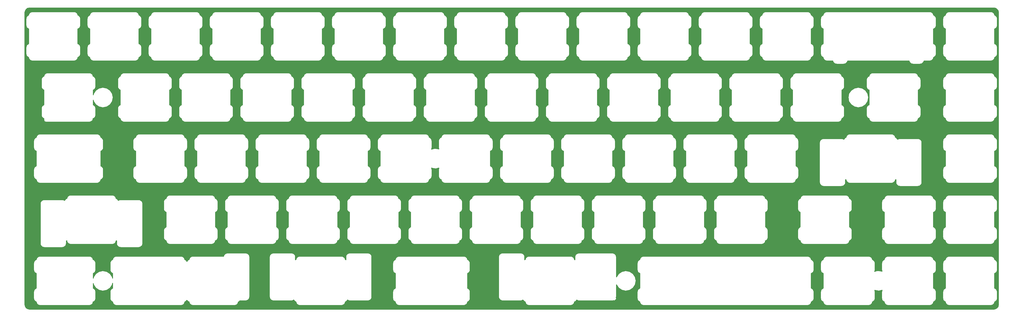
<source format=gbl>
G04 #@! TF.FileFunction,Copper,L2,Bot,Signal*
%FSLAX46Y46*%
G04 Gerber Fmt 4.6, Leading zero omitted, Abs format (unit mm)*
G04 Created by KiCad (PCBNEW 4.0.7) date 04/19/18 16:53:26*
%MOMM*%
%LPD*%
G01*
G04 APERTURE LIST*
%ADD10C,0.100000*%
%ADD11C,1.524000*%
%ADD12C,0.254000*%
G04 APERTURE END LIST*
D10*
D11*
X137750000Y-94996000D03*
D12*
G36*
X322311094Y-19618397D02*
X322733357Y-19900543D01*
X323015503Y-20322806D01*
X323128000Y-20888366D01*
X323128000Y-112003505D01*
X323015503Y-112569065D01*
X322733357Y-112991328D01*
X322311094Y-113273474D01*
X321745533Y-113385971D01*
X21080551Y-113385971D01*
X20514991Y-113273474D01*
X20092728Y-112991328D01*
X19810582Y-112569065D01*
X19698085Y-112003504D01*
X19698085Y-99046000D01*
X22433280Y-99046000D01*
X22433280Y-101145200D01*
X22446442Y-101211370D01*
X22446442Y-101278836D01*
X22484502Y-101470178D01*
X22484503Y-101470180D01*
X22484503Y-101470182D01*
X22532009Y-101584871D01*
X22586783Y-101717107D01*
X22586784Y-101717108D01*
X22586785Y-101717110D01*
X22695172Y-101879321D01*
X22761162Y-101945310D01*
X22884159Y-102068308D01*
X23046370Y-102176695D01*
X23046372Y-102176696D01*
X23046373Y-102176697D01*
X23138256Y-102214756D01*
X23233910Y-102254377D01*
X23233910Y-106836173D01*
X23178609Y-106859079D01*
X23046373Y-106913853D01*
X23046372Y-106913854D01*
X23046370Y-106913855D01*
X22884159Y-107022242D01*
X22824233Y-107082169D01*
X22695172Y-107211229D01*
X22586785Y-107373440D01*
X22586785Y-107373441D01*
X22586783Y-107373443D01*
X22549373Y-107463759D01*
X22484503Y-107620368D01*
X22484503Y-107620370D01*
X22484502Y-107620372D01*
X22446442Y-107811714D01*
X22446442Y-107879180D01*
X22433280Y-107945350D01*
X22433280Y-110045950D01*
X22446442Y-110112120D01*
X22446442Y-110179586D01*
X22484502Y-110370928D01*
X22484503Y-110370930D01*
X22484503Y-110370932D01*
X22523823Y-110465857D01*
X22586783Y-110617857D01*
X22586784Y-110617858D01*
X22586785Y-110617860D01*
X22695172Y-110780071D01*
X22744127Y-110829025D01*
X22884159Y-110969058D01*
X23046370Y-111077445D01*
X23046372Y-111077446D01*
X23046373Y-111077447D01*
X23164573Y-111126407D01*
X23247072Y-111160579D01*
X23247072Y-111178666D01*
X23285132Y-111370008D01*
X23285133Y-111370010D01*
X23285133Y-111370012D01*
X23332639Y-111484701D01*
X23387413Y-111616937D01*
X23387414Y-111616938D01*
X23387415Y-111616940D01*
X23495802Y-111779151D01*
X23590296Y-111873644D01*
X23684789Y-111968138D01*
X23847000Y-112076525D01*
X23847002Y-112076526D01*
X23847003Y-112076527D01*
X23938886Y-112114586D01*
X24093928Y-112178807D01*
X24093930Y-112178807D01*
X24093932Y-112178808D01*
X24285275Y-112216868D01*
X24352740Y-112216868D01*
X24418910Y-112230030D01*
X39799700Y-112230030D01*
X39865870Y-112216868D01*
X39933336Y-112216868D01*
X40124678Y-112178808D01*
X40124680Y-112178807D01*
X40124682Y-112178807D01*
X40279724Y-112114586D01*
X40371607Y-112076527D01*
X40371608Y-112076526D01*
X40371610Y-112076525D01*
X40533821Y-111968138D01*
X40628314Y-111873644D01*
X40722808Y-111779151D01*
X40831195Y-111616940D01*
X40831196Y-111616938D01*
X40831197Y-111616937D01*
X40885971Y-111484701D01*
X40933477Y-111370012D01*
X40933477Y-111370010D01*
X40933478Y-111370008D01*
X40971538Y-111178665D01*
X40971538Y-111160567D01*
X41054007Y-111126407D01*
X41172207Y-111077447D01*
X41172208Y-111077446D01*
X41172210Y-111077445D01*
X41334421Y-110969058D01*
X41474453Y-110829025D01*
X41523408Y-110780071D01*
X41631795Y-110617860D01*
X41631796Y-110617858D01*
X41631797Y-110617857D01*
X41694757Y-110465857D01*
X41734077Y-110370932D01*
X41734077Y-110370930D01*
X41734078Y-110370928D01*
X41772138Y-110179585D01*
X41772138Y-110112120D01*
X41785300Y-110045950D01*
X41785300Y-107945350D01*
X41772138Y-107879180D01*
X41772138Y-107811715D01*
X41734078Y-107620372D01*
X41734077Y-107620370D01*
X41734077Y-107620368D01*
X41669207Y-107463759D01*
X41631797Y-107373443D01*
X41631795Y-107373441D01*
X41631795Y-107373440D01*
X41523408Y-107211229D01*
X41394347Y-107082169D01*
X41334421Y-107022242D01*
X41172210Y-106913855D01*
X41172208Y-106913854D01*
X41172207Y-106913853D01*
X41039971Y-106859079D01*
X40984700Y-106836185D01*
X40984700Y-105348140D01*
X41067444Y-105764122D01*
X41757865Y-106797410D01*
X42791153Y-107487831D01*
X44010000Y-107730275D01*
X45228847Y-107487831D01*
X46262135Y-106797410D01*
X46952556Y-105764122D01*
X47046400Y-105292337D01*
X47046400Y-106836185D01*
X46991129Y-106859079D01*
X46858893Y-106913853D01*
X46858892Y-106913854D01*
X46858890Y-106913855D01*
X46696679Y-107022242D01*
X46636753Y-107082169D01*
X46507692Y-107211229D01*
X46399305Y-107373440D01*
X46399305Y-107373441D01*
X46399303Y-107373443D01*
X46361893Y-107463759D01*
X46297023Y-107620368D01*
X46297023Y-107620370D01*
X46297022Y-107620372D01*
X46258962Y-107811714D01*
X46258962Y-107879180D01*
X46245800Y-107945350D01*
X46245800Y-110045950D01*
X46258962Y-110112120D01*
X46258962Y-110179586D01*
X46297022Y-110370928D01*
X46297023Y-110370930D01*
X46297023Y-110370932D01*
X46336343Y-110465857D01*
X46399303Y-110617857D01*
X46399304Y-110617858D01*
X46399305Y-110617860D01*
X46507692Y-110780071D01*
X46556647Y-110829025D01*
X46696679Y-110969058D01*
X46858890Y-111077445D01*
X46858892Y-111077446D01*
X46858893Y-111077447D01*
X46977093Y-111126407D01*
X47059562Y-111160567D01*
X47059562Y-111178666D01*
X47097622Y-111370008D01*
X47097623Y-111370010D01*
X47097623Y-111370012D01*
X47145129Y-111484701D01*
X47199903Y-111616937D01*
X47199904Y-111616938D01*
X47199905Y-111616940D01*
X47308292Y-111779151D01*
X47402786Y-111873644D01*
X47497279Y-111968138D01*
X47659490Y-112076525D01*
X47659492Y-112076526D01*
X47659493Y-112076527D01*
X47751376Y-112114586D01*
X47906418Y-112178807D01*
X47906420Y-112178807D01*
X47906422Y-112178808D01*
X48097765Y-112216868D01*
X48165230Y-112216868D01*
X48231400Y-112230030D01*
X68374500Y-112230030D01*
X68440670Y-112216868D01*
X68508136Y-112216868D01*
X68699478Y-112178808D01*
X68699480Y-112178807D01*
X68699482Y-112178807D01*
X68854524Y-112114586D01*
X68946407Y-112076527D01*
X68946408Y-112076526D01*
X68946410Y-112076525D01*
X69108621Y-111968138D01*
X69203114Y-111873644D01*
X69297608Y-111779151D01*
X69405995Y-111616940D01*
X69405996Y-111616938D01*
X69405997Y-111616937D01*
X69460771Y-111484701D01*
X69508277Y-111370012D01*
X69508277Y-111370010D01*
X69508278Y-111370008D01*
X69546338Y-111178665D01*
X69546338Y-111160650D01*
X69629007Y-111126407D01*
X69747207Y-111077447D01*
X69747208Y-111077446D01*
X69747210Y-111077445D01*
X69909421Y-110969058D01*
X70049453Y-110829025D01*
X70098408Y-110780071D01*
X70206795Y-110617860D01*
X70206796Y-110617858D01*
X70206797Y-110617857D01*
X70209250Y-110611935D01*
X70211703Y-110617857D01*
X70211704Y-110617858D01*
X70211705Y-110617860D01*
X70320092Y-110780071D01*
X70369047Y-110829025D01*
X70509079Y-110969058D01*
X70671290Y-111077445D01*
X70671292Y-111077446D01*
X70671293Y-111077447D01*
X70789493Y-111126407D01*
X70872162Y-111160650D01*
X70872162Y-111178666D01*
X70910222Y-111370008D01*
X70910223Y-111370010D01*
X70910223Y-111370012D01*
X70957729Y-111484701D01*
X71012503Y-111616937D01*
X71012504Y-111616938D01*
X71012505Y-111616940D01*
X71120892Y-111779151D01*
X71215386Y-111873644D01*
X71309879Y-111968138D01*
X71472090Y-112076525D01*
X71472092Y-112076526D01*
X71472093Y-112076527D01*
X71563976Y-112114586D01*
X71719018Y-112178807D01*
X71719020Y-112178807D01*
X71719022Y-112178808D01*
X71910365Y-112216868D01*
X71977830Y-112216868D01*
X72044000Y-112230030D01*
X85043300Y-112230030D01*
X85109470Y-112216868D01*
X85176936Y-112216868D01*
X85368278Y-112178808D01*
X85368280Y-112178807D01*
X85368282Y-112178807D01*
X85523324Y-112114586D01*
X85615207Y-112076527D01*
X85615208Y-112076526D01*
X85615210Y-112076525D01*
X85777421Y-111968138D01*
X85871914Y-111873644D01*
X85966408Y-111779151D01*
X86074795Y-111616940D01*
X86074796Y-111616938D01*
X86074797Y-111616937D01*
X86129571Y-111484701D01*
X86177077Y-111370012D01*
X86177077Y-111370010D01*
X86177078Y-111370008D01*
X86215138Y-111178665D01*
X86215138Y-111159275D01*
X86262108Y-111140711D01*
X86382042Y-111095559D01*
X86547704Y-110992524D01*
X86547706Y-110992523D01*
X86742763Y-110809800D01*
X86777690Y-110761050D01*
X88561500Y-110761050D01*
X88627670Y-110747888D01*
X88695136Y-110747888D01*
X88886478Y-110709828D01*
X88886480Y-110709827D01*
X88886482Y-110709827D01*
X89010475Y-110658467D01*
X89133407Y-110607547D01*
X89133408Y-110607546D01*
X89133410Y-110607545D01*
X89295621Y-110499158D01*
X89436381Y-110358397D01*
X89484608Y-110310171D01*
X89592995Y-110147960D01*
X89592996Y-110147958D01*
X89592997Y-110147957D01*
X89674700Y-109950709D01*
X89695277Y-109901032D01*
X89695277Y-109901030D01*
X89695278Y-109901028D01*
X89733338Y-109709685D01*
X89733338Y-109642220D01*
X89746500Y-109576050D01*
X89746500Y-97075400D01*
X95921400Y-97075400D01*
X95921400Y-109576050D01*
X95934562Y-109642220D01*
X95934562Y-109709686D01*
X95972622Y-109901028D01*
X95972623Y-109901030D01*
X95972623Y-109901032D01*
X95993200Y-109950709D01*
X96074903Y-110147957D01*
X96074904Y-110147958D01*
X96074905Y-110147960D01*
X96183292Y-110310171D01*
X96231519Y-110358397D01*
X96372279Y-110499158D01*
X96534490Y-110607545D01*
X96534492Y-110607546D01*
X96534493Y-110607547D01*
X96657425Y-110658467D01*
X96781418Y-110709827D01*
X96781420Y-110709827D01*
X96781422Y-110709828D01*
X96972765Y-110747888D01*
X97040230Y-110747888D01*
X97106400Y-110761050D01*
X102856100Y-110761050D01*
X102922270Y-110747888D01*
X102989736Y-110747888D01*
X103181078Y-110709828D01*
X103181080Y-110709827D01*
X103181082Y-110709827D01*
X103305075Y-110658467D01*
X103428007Y-110607547D01*
X103428008Y-110607546D01*
X103428010Y-110607545D01*
X103519586Y-110546355D01*
X103549203Y-110617857D01*
X103549204Y-110617858D01*
X103549205Y-110617860D01*
X103657592Y-110780071D01*
X103706547Y-110829025D01*
X103846579Y-110969058D01*
X104008790Y-111077445D01*
X104008792Y-111077446D01*
X104008793Y-111077447D01*
X104126993Y-111126407D01*
X104209662Y-111160650D01*
X104209662Y-111178666D01*
X104247722Y-111370008D01*
X104247723Y-111370010D01*
X104247723Y-111370012D01*
X104295229Y-111484701D01*
X104350003Y-111616937D01*
X104350004Y-111616938D01*
X104350005Y-111616940D01*
X104458392Y-111779151D01*
X104552886Y-111873644D01*
X104647379Y-111968138D01*
X104809590Y-112076525D01*
X104809592Y-112076526D01*
X104809593Y-112076527D01*
X104901476Y-112114586D01*
X105056518Y-112178807D01*
X105056520Y-112178807D01*
X105056522Y-112178808D01*
X105247865Y-112216868D01*
X105315330Y-112216868D01*
X105381500Y-112230030D01*
X118380800Y-112230030D01*
X118446970Y-112216868D01*
X118514436Y-112216868D01*
X118705778Y-112178808D01*
X118705780Y-112178807D01*
X118705782Y-112178807D01*
X118860824Y-112114586D01*
X118952707Y-112076527D01*
X118952708Y-112076526D01*
X118952710Y-112076525D01*
X119114921Y-111968138D01*
X119209414Y-111873644D01*
X119303908Y-111779151D01*
X119412295Y-111616940D01*
X119412296Y-111616938D01*
X119412297Y-111616937D01*
X119467071Y-111484701D01*
X119514577Y-111370012D01*
X119514577Y-111370010D01*
X119514578Y-111370008D01*
X119552638Y-111178665D01*
X119552638Y-111159987D01*
X119633707Y-111126407D01*
X119751907Y-111077447D01*
X119751908Y-111077446D01*
X119751910Y-111077445D01*
X119914121Y-110969058D01*
X120054153Y-110829025D01*
X120103108Y-110780071D01*
X120211495Y-110617860D01*
X120211496Y-110617858D01*
X120211497Y-110617857D01*
X120241634Y-110545099D01*
X120335090Y-110607545D01*
X120335092Y-110607546D01*
X120335093Y-110607547D01*
X120458025Y-110658467D01*
X120582018Y-110709827D01*
X120582020Y-110709827D01*
X120582022Y-110709828D01*
X120773365Y-110747888D01*
X120840830Y-110747888D01*
X120907000Y-110761050D01*
X126656000Y-110761050D01*
X126722170Y-110747888D01*
X126789636Y-110747888D01*
X126980978Y-110709828D01*
X126980980Y-110709827D01*
X126980982Y-110709827D01*
X127104975Y-110658467D01*
X127227907Y-110607547D01*
X127227908Y-110607546D01*
X127227910Y-110607545D01*
X127390121Y-110499158D01*
X127530881Y-110358397D01*
X127579108Y-110310171D01*
X127687495Y-110147960D01*
X127687496Y-110147958D01*
X127687497Y-110147957D01*
X127769200Y-109950709D01*
X127789777Y-109901032D01*
X127789777Y-109901030D01*
X127789778Y-109901028D01*
X127827838Y-109709685D01*
X127827838Y-109642220D01*
X127841000Y-109576050D01*
X127841000Y-99046000D01*
X134352000Y-99046000D01*
X134352000Y-101145200D01*
X134365162Y-101211370D01*
X134365162Y-101278836D01*
X134403222Y-101470178D01*
X134403223Y-101470180D01*
X134403223Y-101470182D01*
X134450729Y-101584871D01*
X134505503Y-101717107D01*
X134505504Y-101717108D01*
X134505505Y-101717110D01*
X134613892Y-101879321D01*
X134679882Y-101945310D01*
X134802879Y-102068308D01*
X134965090Y-102176695D01*
X134965092Y-102176696D01*
X134965093Y-102176697D01*
X135056976Y-102214756D01*
X135151000Y-102253702D01*
X135151000Y-106836848D01*
X135097329Y-106859079D01*
X134965093Y-106913853D01*
X134965092Y-106913854D01*
X134965090Y-106913855D01*
X134802879Y-107022242D01*
X134742953Y-107082169D01*
X134613892Y-107211229D01*
X134505505Y-107373440D01*
X134505505Y-107373441D01*
X134505503Y-107373443D01*
X134468093Y-107463759D01*
X134403223Y-107620368D01*
X134403223Y-107620370D01*
X134403222Y-107620372D01*
X134365162Y-107811714D01*
X134365162Y-107879180D01*
X134352000Y-107945350D01*
X134352000Y-110045950D01*
X134365162Y-110112120D01*
X134365162Y-110179586D01*
X134403222Y-110370928D01*
X134403223Y-110370930D01*
X134403223Y-110370932D01*
X134442543Y-110465857D01*
X134505503Y-110617857D01*
X134505504Y-110617858D01*
X134505505Y-110617860D01*
X134613892Y-110780071D01*
X134662847Y-110829025D01*
X134802879Y-110969058D01*
X134965090Y-111077445D01*
X134965092Y-111077446D01*
X134965093Y-111077447D01*
X135083293Y-111126407D01*
X135164162Y-111159904D01*
X135164162Y-111178666D01*
X135202222Y-111370008D01*
X135202223Y-111370010D01*
X135202223Y-111370012D01*
X135249729Y-111484701D01*
X135304503Y-111616937D01*
X135304504Y-111616938D01*
X135304505Y-111616940D01*
X135412892Y-111779151D01*
X135507386Y-111873644D01*
X135601879Y-111968138D01*
X135764090Y-112076525D01*
X135764092Y-112076526D01*
X135764093Y-112076527D01*
X135855976Y-112114586D01*
X136011018Y-112178807D01*
X136011020Y-112178807D01*
X136011022Y-112178808D01*
X136202365Y-112216868D01*
X136269830Y-112216868D01*
X136336000Y-112230030D01*
X156481000Y-112230030D01*
X156547170Y-112216868D01*
X156614636Y-112216868D01*
X156805978Y-112178808D01*
X156805980Y-112178807D01*
X156805982Y-112178807D01*
X156961024Y-112114586D01*
X157052907Y-112076527D01*
X157052908Y-112076526D01*
X157052910Y-112076525D01*
X157215121Y-111968138D01*
X157309614Y-111873644D01*
X157404108Y-111779151D01*
X157512495Y-111616940D01*
X157512496Y-111616938D01*
X157512497Y-111616937D01*
X157567271Y-111484701D01*
X157614777Y-111370012D01*
X157614777Y-111370010D01*
X157614778Y-111370008D01*
X157652838Y-111178665D01*
X157652838Y-111159904D01*
X157733707Y-111126407D01*
X157851907Y-111077447D01*
X157851908Y-111077446D01*
X157851910Y-111077445D01*
X158014121Y-110969058D01*
X158154153Y-110829025D01*
X158203108Y-110780071D01*
X158311495Y-110617860D01*
X158311496Y-110617858D01*
X158311497Y-110617857D01*
X158374457Y-110465857D01*
X158413777Y-110370932D01*
X158413777Y-110370930D01*
X158413778Y-110370928D01*
X158451838Y-110179585D01*
X158451838Y-110112120D01*
X158465000Y-110045950D01*
X158465000Y-107945350D01*
X158451838Y-107879180D01*
X158451838Y-107811715D01*
X158413778Y-107620372D01*
X158413777Y-107620370D01*
X158413777Y-107620368D01*
X158348907Y-107463759D01*
X158311497Y-107373443D01*
X158311495Y-107373441D01*
X158311495Y-107373440D01*
X158203108Y-107211229D01*
X158074047Y-107082169D01*
X158014121Y-107022242D01*
X157851910Y-106913855D01*
X157851908Y-106913854D01*
X157851907Y-106913853D01*
X157719671Y-106859079D01*
X157666000Y-106836848D01*
X157666000Y-102253702D01*
X157760024Y-102214756D01*
X157851907Y-102176697D01*
X157851908Y-102176696D01*
X157851910Y-102176695D01*
X158014121Y-102068308D01*
X158137118Y-101945310D01*
X158203108Y-101879321D01*
X158311495Y-101717110D01*
X158311496Y-101717108D01*
X158311497Y-101717107D01*
X158366271Y-101584871D01*
X158413777Y-101470182D01*
X158413777Y-101470180D01*
X158413778Y-101470178D01*
X158451838Y-101278835D01*
X158451838Y-101211370D01*
X158465000Y-101145200D01*
X158465000Y-99046000D01*
X158451838Y-98979830D01*
X158451838Y-98912365D01*
X158413778Y-98721022D01*
X158413777Y-98721020D01*
X158413777Y-98721018D01*
X158366271Y-98606329D01*
X158311497Y-98474093D01*
X158311495Y-98474091D01*
X158311495Y-98474090D01*
X158203108Y-98311879D01*
X158069585Y-98178357D01*
X158014121Y-98122892D01*
X157851910Y-98014505D01*
X157851908Y-98014504D01*
X157851907Y-98014503D01*
X157719671Y-97959729D01*
X157652838Y-97932046D01*
X157652838Y-97911865D01*
X157614778Y-97720522D01*
X157614777Y-97720520D01*
X157614777Y-97720518D01*
X157567271Y-97605829D01*
X157512497Y-97473593D01*
X157512495Y-97473591D01*
X157512495Y-97473590D01*
X157404108Y-97311379D01*
X157274343Y-97181615D01*
X157215121Y-97122392D01*
X157144794Y-97075400D01*
X167359000Y-97075400D01*
X167359000Y-109576050D01*
X167372162Y-109642220D01*
X167372162Y-109709686D01*
X167410222Y-109901028D01*
X167410223Y-109901030D01*
X167410223Y-109901032D01*
X167430800Y-109950709D01*
X167512503Y-110147957D01*
X167512504Y-110147958D01*
X167512505Y-110147960D01*
X167620892Y-110310171D01*
X167669119Y-110358397D01*
X167809879Y-110499158D01*
X167972090Y-110607545D01*
X167972092Y-110607546D01*
X167972093Y-110607547D01*
X168095025Y-110658467D01*
X168219018Y-110709827D01*
X168219020Y-110709827D01*
X168219022Y-110709828D01*
X168410365Y-110747888D01*
X168477830Y-110747888D01*
X168544000Y-110761050D01*
X174294000Y-110761050D01*
X174360170Y-110747888D01*
X174427636Y-110747888D01*
X174618978Y-110709828D01*
X174618980Y-110709827D01*
X174618982Y-110709827D01*
X174742975Y-110658467D01*
X174865907Y-110607547D01*
X174865908Y-110607546D01*
X174865910Y-110607545D01*
X174957016Y-110546669D01*
X174986503Y-110617857D01*
X174986504Y-110617858D01*
X174986505Y-110617860D01*
X175094892Y-110780071D01*
X175143847Y-110829025D01*
X175283879Y-110969058D01*
X175446090Y-111077445D01*
X175446092Y-111077446D01*
X175446093Y-111077447D01*
X175564293Y-111126407D01*
X175647162Y-111160733D01*
X175647162Y-111178666D01*
X175685222Y-111370008D01*
X175685223Y-111370010D01*
X175685223Y-111370012D01*
X175732729Y-111484701D01*
X175787503Y-111616937D01*
X175787504Y-111616938D01*
X175787505Y-111616940D01*
X175895892Y-111779151D01*
X175990386Y-111873644D01*
X176084879Y-111968138D01*
X176247090Y-112076525D01*
X176247092Y-112076526D01*
X176247093Y-112076527D01*
X176338976Y-112114586D01*
X176494018Y-112178807D01*
X176494020Y-112178807D01*
X176494022Y-112178808D01*
X176685365Y-112216868D01*
X176752830Y-112216868D01*
X176819000Y-112230030D01*
X189818000Y-112230030D01*
X189884170Y-112216868D01*
X189951636Y-112216868D01*
X190142978Y-112178808D01*
X190142980Y-112178807D01*
X190142982Y-112178807D01*
X190298024Y-112114586D01*
X190389907Y-112076527D01*
X190389908Y-112076526D01*
X190389910Y-112076525D01*
X190552121Y-111968138D01*
X190646614Y-111873644D01*
X190741108Y-111779151D01*
X190849495Y-111616940D01*
X190849496Y-111616938D01*
X190849497Y-111616937D01*
X190904271Y-111484701D01*
X190951777Y-111370012D01*
X190951777Y-111370010D01*
X190951778Y-111370008D01*
X190989838Y-111178665D01*
X190989838Y-111160733D01*
X191072707Y-111126407D01*
X191190907Y-111077447D01*
X191190908Y-111077446D01*
X191190910Y-111077445D01*
X191353121Y-110969058D01*
X191493153Y-110829025D01*
X191542108Y-110780071D01*
X191650495Y-110617860D01*
X191650496Y-110617858D01*
X191650497Y-110617857D01*
X191680201Y-110546146D01*
X191772090Y-110607545D01*
X191772092Y-110607546D01*
X191772093Y-110607547D01*
X191895025Y-110658467D01*
X192019018Y-110709827D01*
X192019020Y-110709827D01*
X192019022Y-110709828D01*
X192210365Y-110747888D01*
X192277830Y-110747888D01*
X192344000Y-110761050D01*
X202863000Y-110761050D01*
X202929170Y-110747888D01*
X202996636Y-110747888D01*
X203143235Y-110718728D01*
X203356000Y-110761050D01*
X203362887Y-110759680D01*
X203363000Y-110759680D01*
X203625138Y-110707537D01*
X203847368Y-110559048D01*
X203995857Y-110336818D01*
X204048000Y-110074680D01*
X204005118Y-109859100D01*
X204034838Y-109709685D01*
X204034838Y-109642220D01*
X204048000Y-109576050D01*
X204048000Y-105764954D01*
X204737865Y-106797410D01*
X205771153Y-107487831D01*
X206990000Y-107730275D01*
X208208847Y-107487831D01*
X209242135Y-106797410D01*
X209932556Y-105764122D01*
X210175000Y-104545275D01*
X209932556Y-103326428D01*
X209242135Y-102293140D01*
X208208847Y-101602719D01*
X206990000Y-101360275D01*
X205771153Y-101602719D01*
X204737865Y-102293140D01*
X204048000Y-103325596D01*
X204048000Y-99046000D01*
X210553000Y-99046000D01*
X210553000Y-101145200D01*
X210566162Y-101211370D01*
X210566162Y-101278836D01*
X210604222Y-101470178D01*
X210604223Y-101470180D01*
X210604223Y-101470182D01*
X210651729Y-101584871D01*
X210706503Y-101717107D01*
X210706504Y-101717108D01*
X210706505Y-101717110D01*
X210814892Y-101879321D01*
X210880882Y-101945310D01*
X211003879Y-102068308D01*
X211166090Y-102176695D01*
X211166092Y-102176696D01*
X211166093Y-102176697D01*
X211257976Y-102214756D01*
X211353000Y-102254116D01*
X211353000Y-106836434D01*
X211298329Y-106859079D01*
X211166093Y-106913853D01*
X211166092Y-106913854D01*
X211166090Y-106913855D01*
X211003879Y-107022242D01*
X210943953Y-107082169D01*
X210814892Y-107211229D01*
X210706505Y-107373440D01*
X210706505Y-107373441D01*
X210706503Y-107373443D01*
X210669093Y-107463759D01*
X210604223Y-107620368D01*
X210604223Y-107620370D01*
X210604222Y-107620372D01*
X210566162Y-107811714D01*
X210566162Y-107879180D01*
X210553000Y-107945350D01*
X210553000Y-110045950D01*
X210566162Y-110112120D01*
X210566162Y-110179586D01*
X210604222Y-110370928D01*
X210604223Y-110370930D01*
X210604223Y-110370932D01*
X210643543Y-110465857D01*
X210706503Y-110617857D01*
X210706504Y-110617858D01*
X210706505Y-110617860D01*
X210814892Y-110780071D01*
X210863847Y-110829025D01*
X211003879Y-110969058D01*
X211166090Y-111077445D01*
X211166092Y-111077446D01*
X211166093Y-111077447D01*
X211284293Y-111126407D01*
X211366162Y-111160318D01*
X211366162Y-111178666D01*
X211404222Y-111370008D01*
X211404223Y-111370010D01*
X211404223Y-111370012D01*
X211451729Y-111484701D01*
X211506503Y-111616937D01*
X211506504Y-111616938D01*
X211506505Y-111616940D01*
X211614892Y-111779151D01*
X211709386Y-111873644D01*
X211803879Y-111968138D01*
X211966090Y-112076525D01*
X211966092Y-112076526D01*
X211966093Y-112076527D01*
X212057976Y-112114586D01*
X212213018Y-112178807D01*
X212213020Y-112178807D01*
X212213022Y-112178808D01*
X212404365Y-112216868D01*
X212471830Y-112216868D01*
X212538000Y-112230030D01*
X263637000Y-112230030D01*
X263703170Y-112216868D01*
X263770636Y-112216868D01*
X263961978Y-112178808D01*
X263961980Y-112178807D01*
X263961982Y-112178807D01*
X264117024Y-112114586D01*
X264208907Y-112076527D01*
X264208908Y-112076526D01*
X264208910Y-112076525D01*
X264371121Y-111968138D01*
X264465614Y-111873644D01*
X264560108Y-111779151D01*
X264668495Y-111616940D01*
X264668496Y-111616938D01*
X264668497Y-111616937D01*
X264723271Y-111484701D01*
X264770777Y-111370012D01*
X264770777Y-111370010D01*
X264770778Y-111370008D01*
X264808838Y-111178665D01*
X264808838Y-111160733D01*
X264891707Y-111126407D01*
X265009907Y-111077447D01*
X265009908Y-111077446D01*
X265009910Y-111077445D01*
X265172121Y-110969058D01*
X265312153Y-110829025D01*
X265361108Y-110780071D01*
X265469495Y-110617860D01*
X265469496Y-110617858D01*
X265469497Y-110617857D01*
X265532457Y-110465857D01*
X265571777Y-110370932D01*
X265571777Y-110370930D01*
X265571778Y-110370928D01*
X265609838Y-110179585D01*
X265609838Y-110112120D01*
X265623000Y-110045950D01*
X265623000Y-107945350D01*
X265609838Y-107879180D01*
X265609838Y-107811715D01*
X265571778Y-107620372D01*
X265571777Y-107620370D01*
X265571777Y-107620368D01*
X265506907Y-107463759D01*
X265469497Y-107373443D01*
X265469495Y-107373441D01*
X265469495Y-107373440D01*
X265361108Y-107211229D01*
X265232047Y-107082169D01*
X265172121Y-107022242D01*
X265009910Y-106913855D01*
X265009908Y-106913854D01*
X265009907Y-106913853D01*
X264877671Y-106859079D01*
X264822000Y-106836019D01*
X264822000Y-102254531D01*
X264918024Y-102214756D01*
X265009907Y-102176697D01*
X265009908Y-102176696D01*
X265009910Y-102176695D01*
X265172121Y-102068308D01*
X265295118Y-101945310D01*
X265361108Y-101879321D01*
X265469495Y-101717110D01*
X265469496Y-101717108D01*
X265469497Y-101717107D01*
X265524271Y-101584871D01*
X265571777Y-101470182D01*
X265571777Y-101470180D01*
X265571778Y-101470178D01*
X265609838Y-101278835D01*
X265609838Y-101211370D01*
X265623000Y-101145200D01*
X265623000Y-99046000D01*
X267703000Y-99046000D01*
X267703000Y-101145200D01*
X267716162Y-101211370D01*
X267716162Y-101278836D01*
X267754222Y-101470178D01*
X267754223Y-101470180D01*
X267754223Y-101470182D01*
X267801729Y-101584871D01*
X267856503Y-101717107D01*
X267856504Y-101717108D01*
X267856505Y-101717110D01*
X267964892Y-101879321D01*
X268030882Y-101945310D01*
X268153879Y-102068308D01*
X268316090Y-102176695D01*
X268316092Y-102176696D01*
X268316093Y-102176697D01*
X268407976Y-102214756D01*
X268503000Y-102254116D01*
X268503000Y-106836434D01*
X268448329Y-106859079D01*
X268316093Y-106913853D01*
X268316092Y-106913854D01*
X268316090Y-106913855D01*
X268153879Y-107022242D01*
X268093953Y-107082169D01*
X267964892Y-107211229D01*
X267856505Y-107373440D01*
X267856505Y-107373441D01*
X267856503Y-107373443D01*
X267819093Y-107463759D01*
X267754223Y-107620368D01*
X267754223Y-107620370D01*
X267754222Y-107620372D01*
X267716162Y-107811714D01*
X267716162Y-107879180D01*
X267703000Y-107945350D01*
X267703000Y-110045950D01*
X267716162Y-110112120D01*
X267716162Y-110179586D01*
X267754222Y-110370928D01*
X267754223Y-110370930D01*
X267754223Y-110370932D01*
X267793543Y-110465857D01*
X267856503Y-110617857D01*
X267856504Y-110617858D01*
X267856505Y-110617860D01*
X267964892Y-110780071D01*
X268013847Y-110829025D01*
X268153879Y-110969058D01*
X268316090Y-111077445D01*
X268316092Y-111077446D01*
X268316093Y-111077447D01*
X268434293Y-111126407D01*
X268516162Y-111160318D01*
X268516162Y-111178666D01*
X268554222Y-111370008D01*
X268554223Y-111370010D01*
X268554223Y-111370012D01*
X268601729Y-111484701D01*
X268656503Y-111616937D01*
X268656504Y-111616938D01*
X268656505Y-111616940D01*
X268764892Y-111779151D01*
X268859386Y-111873644D01*
X268953879Y-111968138D01*
X269116090Y-112076525D01*
X269116092Y-112076526D01*
X269116093Y-112076527D01*
X269207976Y-112114586D01*
X269363018Y-112178807D01*
X269363020Y-112178807D01*
X269363022Y-112178808D01*
X269554365Y-112216868D01*
X269621830Y-112216868D01*
X269688000Y-112230030D01*
X282687000Y-112230030D01*
X282753170Y-112216868D01*
X282820636Y-112216868D01*
X283011978Y-112178808D01*
X283011980Y-112178807D01*
X283011982Y-112178807D01*
X283167024Y-112114586D01*
X283258907Y-112076527D01*
X283258908Y-112076526D01*
X283258910Y-112076525D01*
X283421121Y-111968138D01*
X283515614Y-111873644D01*
X283610108Y-111779151D01*
X283718495Y-111616940D01*
X283718496Y-111616938D01*
X283718497Y-111616937D01*
X283773271Y-111484701D01*
X283820777Y-111370012D01*
X283820777Y-111370010D01*
X283820778Y-111370008D01*
X283858838Y-111178665D01*
X283858838Y-111160733D01*
X283941707Y-111126407D01*
X284059907Y-111077447D01*
X284059908Y-111077446D01*
X284059910Y-111077445D01*
X284222121Y-110969058D01*
X284362153Y-110829025D01*
X284411108Y-110780071D01*
X284519495Y-110617860D01*
X284519496Y-110617858D01*
X284519497Y-110617857D01*
X284582457Y-110465857D01*
X284621777Y-110370932D01*
X284621777Y-110370930D01*
X284621778Y-110370928D01*
X284659838Y-110179585D01*
X284659838Y-110112120D01*
X284673000Y-110045950D01*
X284673000Y-107945350D01*
X284659838Y-107879180D01*
X284659838Y-107811715D01*
X284621778Y-107620372D01*
X284621777Y-107620370D01*
X284621777Y-107620368D01*
X284565492Y-107484484D01*
X284648487Y-107530027D01*
X284709605Y-107549303D01*
X284903384Y-107610421D01*
X285873027Y-107716703D01*
X286006157Y-107705067D01*
X286139286Y-107693433D01*
X286861072Y-107483123D01*
X286804223Y-107620368D01*
X286804223Y-107620370D01*
X286804222Y-107620372D01*
X286766162Y-107811714D01*
X286766162Y-107879180D01*
X286753000Y-107945350D01*
X286753000Y-110045950D01*
X286766162Y-110112120D01*
X286766162Y-110179586D01*
X286804222Y-110370928D01*
X286804223Y-110370930D01*
X286804223Y-110370932D01*
X286843543Y-110465857D01*
X286906503Y-110617857D01*
X286906504Y-110617858D01*
X286906505Y-110617860D01*
X287014892Y-110780071D01*
X287063847Y-110829025D01*
X287203879Y-110969058D01*
X287366090Y-111077445D01*
X287366092Y-111077446D01*
X287366093Y-111077447D01*
X287484293Y-111126407D01*
X287566162Y-111160318D01*
X287566162Y-111178666D01*
X287604222Y-111370008D01*
X287604223Y-111370010D01*
X287604223Y-111370012D01*
X287651729Y-111484701D01*
X287706503Y-111616937D01*
X287706504Y-111616938D01*
X287706505Y-111616940D01*
X287814892Y-111779151D01*
X287909386Y-111873644D01*
X288003879Y-111968138D01*
X288166090Y-112076525D01*
X288166092Y-112076526D01*
X288166093Y-112076527D01*
X288257976Y-112114586D01*
X288413018Y-112178807D01*
X288413020Y-112178807D01*
X288413022Y-112178808D01*
X288604365Y-112216868D01*
X288671830Y-112216868D01*
X288738000Y-112230030D01*
X301737000Y-112230030D01*
X301803170Y-112216868D01*
X301870636Y-112216868D01*
X302061978Y-112178808D01*
X302061980Y-112178807D01*
X302061982Y-112178807D01*
X302217024Y-112114586D01*
X302308907Y-112076527D01*
X302308908Y-112076526D01*
X302308910Y-112076525D01*
X302471121Y-111968138D01*
X302565614Y-111873644D01*
X302660108Y-111779151D01*
X302768495Y-111616940D01*
X302768496Y-111616938D01*
X302768497Y-111616937D01*
X302823271Y-111484701D01*
X302870777Y-111370012D01*
X302870777Y-111370010D01*
X302870778Y-111370008D01*
X302908838Y-111178665D01*
X302908838Y-111160733D01*
X302991707Y-111126407D01*
X303109907Y-111077447D01*
X303109908Y-111077446D01*
X303109910Y-111077445D01*
X303272121Y-110969058D01*
X303412153Y-110829025D01*
X303461108Y-110780071D01*
X303569495Y-110617860D01*
X303569496Y-110617858D01*
X303569497Y-110617857D01*
X303632457Y-110465857D01*
X303671777Y-110370932D01*
X303671777Y-110370930D01*
X303671778Y-110370928D01*
X303709838Y-110179585D01*
X303709838Y-110112120D01*
X303723000Y-110045950D01*
X303723000Y-107945350D01*
X303709838Y-107879180D01*
X303709838Y-107811715D01*
X303671778Y-107620372D01*
X303671777Y-107620370D01*
X303671777Y-107620368D01*
X303606907Y-107463759D01*
X303569497Y-107373443D01*
X303569495Y-107373441D01*
X303569495Y-107373440D01*
X303461108Y-107211229D01*
X303332047Y-107082169D01*
X303272121Y-107022242D01*
X303109910Y-106913855D01*
X303109908Y-106913854D01*
X303109907Y-106913853D01*
X302977671Y-106859079D01*
X302922000Y-106836019D01*
X302922000Y-102254531D01*
X303018024Y-102214756D01*
X303109907Y-102176697D01*
X303109908Y-102176696D01*
X303109910Y-102176695D01*
X303272121Y-102068308D01*
X303395118Y-101945310D01*
X303461108Y-101879321D01*
X303569495Y-101717110D01*
X303569496Y-101717108D01*
X303569497Y-101717107D01*
X303624271Y-101584871D01*
X303671777Y-101470182D01*
X303671777Y-101470180D01*
X303671778Y-101470178D01*
X303709838Y-101278835D01*
X303709838Y-101211370D01*
X303723000Y-101145200D01*
X303723000Y-99046000D01*
X305803000Y-99046000D01*
X305803000Y-101145200D01*
X305816162Y-101211370D01*
X305816162Y-101278836D01*
X305854222Y-101470178D01*
X305854223Y-101470180D01*
X305854223Y-101470182D01*
X305901729Y-101584871D01*
X305956503Y-101717107D01*
X305956504Y-101717108D01*
X305956505Y-101717110D01*
X306064892Y-101879321D01*
X306130882Y-101945310D01*
X306253879Y-102068308D01*
X306416090Y-102176695D01*
X306416092Y-102176696D01*
X306416093Y-102176697D01*
X306507976Y-102214756D01*
X306603000Y-102254116D01*
X306603000Y-106836434D01*
X306548329Y-106859079D01*
X306416093Y-106913853D01*
X306416092Y-106913854D01*
X306416090Y-106913855D01*
X306253879Y-107022242D01*
X306193953Y-107082169D01*
X306064892Y-107211229D01*
X305956505Y-107373440D01*
X305956505Y-107373441D01*
X305956503Y-107373443D01*
X305919093Y-107463759D01*
X305854223Y-107620368D01*
X305854223Y-107620370D01*
X305854222Y-107620372D01*
X305816162Y-107811714D01*
X305816162Y-107879180D01*
X305803000Y-107945350D01*
X305803000Y-110045950D01*
X305816162Y-110112120D01*
X305816162Y-110179586D01*
X305854222Y-110370928D01*
X305854223Y-110370930D01*
X305854223Y-110370932D01*
X305893543Y-110465857D01*
X305956503Y-110617857D01*
X305956504Y-110617858D01*
X305956505Y-110617860D01*
X306064892Y-110780071D01*
X306113847Y-110829025D01*
X306253879Y-110969058D01*
X306416090Y-111077445D01*
X306416092Y-111077446D01*
X306416093Y-111077447D01*
X306534293Y-111126407D01*
X306616162Y-111160318D01*
X306616162Y-111178666D01*
X306654222Y-111370008D01*
X306654223Y-111370010D01*
X306654223Y-111370012D01*
X306701729Y-111484701D01*
X306756503Y-111616937D01*
X306756504Y-111616938D01*
X306756505Y-111616940D01*
X306864892Y-111779151D01*
X306959386Y-111873644D01*
X307053879Y-111968138D01*
X307216090Y-112076525D01*
X307216092Y-112076526D01*
X307216093Y-112076527D01*
X307307976Y-112114586D01*
X307463018Y-112178807D01*
X307463020Y-112178807D01*
X307463022Y-112178808D01*
X307654365Y-112216868D01*
X307721830Y-112216868D01*
X307788000Y-112230030D01*
X320787000Y-112230030D01*
X320853170Y-112216868D01*
X320920636Y-112216868D01*
X321111978Y-112178808D01*
X321111980Y-112178807D01*
X321111982Y-112178807D01*
X321267024Y-112114586D01*
X321358907Y-112076527D01*
X321358908Y-112076526D01*
X321358910Y-112076525D01*
X321521121Y-111968138D01*
X321615614Y-111873644D01*
X321710108Y-111779151D01*
X321818495Y-111616940D01*
X321818496Y-111616938D01*
X321818497Y-111616937D01*
X321873271Y-111484701D01*
X321920777Y-111370012D01*
X321920777Y-111370010D01*
X321920778Y-111370008D01*
X321958838Y-111178665D01*
X321958838Y-111160733D01*
X322041707Y-111126407D01*
X322159907Y-111077447D01*
X322159908Y-111077446D01*
X322159910Y-111077445D01*
X322322121Y-110969058D01*
X322462153Y-110829025D01*
X322511108Y-110780071D01*
X322619495Y-110617860D01*
X322619496Y-110617858D01*
X322619497Y-110617857D01*
X322682457Y-110465857D01*
X322721777Y-110370932D01*
X322721777Y-110370930D01*
X322721778Y-110370928D01*
X322759838Y-110179585D01*
X322759838Y-110112120D01*
X322773000Y-110045950D01*
X322773000Y-107945350D01*
X322759838Y-107879180D01*
X322759838Y-107811715D01*
X322721778Y-107620372D01*
X322721777Y-107620370D01*
X322721777Y-107620368D01*
X322656907Y-107463759D01*
X322619497Y-107373443D01*
X322619495Y-107373441D01*
X322619495Y-107373440D01*
X322511108Y-107211229D01*
X322382047Y-107082169D01*
X322322121Y-107022242D01*
X322159910Y-106913855D01*
X322159908Y-106913854D01*
X322159907Y-106913853D01*
X322027671Y-106859079D01*
X321972000Y-106836019D01*
X321972000Y-102254531D01*
X322068024Y-102214756D01*
X322159907Y-102176697D01*
X322159908Y-102176696D01*
X322159910Y-102176695D01*
X322322121Y-102068308D01*
X322445118Y-101945310D01*
X322511108Y-101879321D01*
X322619495Y-101717110D01*
X322619496Y-101717108D01*
X322619497Y-101717107D01*
X322674271Y-101584871D01*
X322721777Y-101470182D01*
X322721777Y-101470180D01*
X322721778Y-101470178D01*
X322759838Y-101278835D01*
X322759838Y-101211370D01*
X322773000Y-101145200D01*
X322773000Y-99046000D01*
X322759838Y-98979830D01*
X322759838Y-98912365D01*
X322721778Y-98721022D01*
X322721777Y-98721020D01*
X322721777Y-98721018D01*
X322674271Y-98606329D01*
X322619497Y-98474093D01*
X322619495Y-98474091D01*
X322619495Y-98474090D01*
X322511108Y-98311879D01*
X322377585Y-98178357D01*
X322322121Y-98122892D01*
X322159910Y-98014505D01*
X322159908Y-98014504D01*
X322159907Y-98014503D01*
X322027671Y-97959729D01*
X321958838Y-97931217D01*
X321958838Y-97911865D01*
X321920778Y-97720522D01*
X321920777Y-97720520D01*
X321920777Y-97720518D01*
X321873271Y-97605829D01*
X321818497Y-97473593D01*
X321818495Y-97473591D01*
X321818495Y-97473590D01*
X321710108Y-97311379D01*
X321580343Y-97181615D01*
X321521121Y-97122392D01*
X321358910Y-97014005D01*
X321358908Y-97014004D01*
X321358907Y-97014003D01*
X321215413Y-96954566D01*
X321111982Y-96911723D01*
X321111980Y-96911723D01*
X321111978Y-96911722D01*
X320920636Y-96873662D01*
X320853170Y-96873662D01*
X320787000Y-96860500D01*
X307788000Y-96860500D01*
X307721830Y-96873662D01*
X307463022Y-96911722D01*
X307463020Y-96911723D01*
X307463018Y-96911723D01*
X307359587Y-96954566D01*
X307216093Y-97014003D01*
X307216092Y-97014004D01*
X307216090Y-97014005D01*
X307053879Y-97122392D01*
X306994657Y-97181615D01*
X306864892Y-97311379D01*
X306756505Y-97473590D01*
X306756505Y-97473591D01*
X306756503Y-97473593D01*
X306701729Y-97605829D01*
X306654223Y-97720518D01*
X306654223Y-97720520D01*
X306654222Y-97720522D01*
X306616162Y-97911864D01*
X306616162Y-97931632D01*
X306548329Y-97959729D01*
X306416093Y-98014503D01*
X306416092Y-98014504D01*
X306416090Y-98014505D01*
X306253879Y-98122892D01*
X306198415Y-98178357D01*
X306064892Y-98311879D01*
X305956505Y-98474090D01*
X305956505Y-98474091D01*
X305956503Y-98474093D01*
X305901729Y-98606329D01*
X305854223Y-98721018D01*
X305854223Y-98721020D01*
X305854222Y-98721022D01*
X305816162Y-98912364D01*
X305816162Y-98979830D01*
X305803000Y-99046000D01*
X303723000Y-99046000D01*
X303709838Y-98979830D01*
X303709838Y-98912365D01*
X303671778Y-98721022D01*
X303671777Y-98721020D01*
X303671777Y-98721018D01*
X303624271Y-98606329D01*
X303569497Y-98474093D01*
X303569495Y-98474091D01*
X303569495Y-98474090D01*
X303461108Y-98311879D01*
X303327585Y-98178357D01*
X303272121Y-98122892D01*
X303109910Y-98014505D01*
X303109908Y-98014504D01*
X303109907Y-98014503D01*
X302977671Y-97959729D01*
X302908838Y-97931217D01*
X302908838Y-97911865D01*
X302870778Y-97720522D01*
X302870777Y-97720520D01*
X302870777Y-97720518D01*
X302823271Y-97605829D01*
X302768497Y-97473593D01*
X302768495Y-97473591D01*
X302768495Y-97473590D01*
X302660108Y-97311379D01*
X302530343Y-97181615D01*
X302471121Y-97122392D01*
X302308910Y-97014005D01*
X302308908Y-97014004D01*
X302308907Y-97014003D01*
X302165413Y-96954566D01*
X302061982Y-96911723D01*
X302061980Y-96911723D01*
X302061978Y-96911722D01*
X301870636Y-96873662D01*
X301803170Y-96873662D01*
X301737000Y-96860500D01*
X288738000Y-96860500D01*
X288671830Y-96873662D01*
X288413022Y-96911722D01*
X288413020Y-96911723D01*
X288413018Y-96911723D01*
X288309587Y-96954566D01*
X288166093Y-97014003D01*
X288166092Y-97014004D01*
X288166090Y-97014005D01*
X288003879Y-97122392D01*
X287944657Y-97181615D01*
X287814892Y-97311379D01*
X287706505Y-97473590D01*
X287706505Y-97473591D01*
X287706503Y-97473593D01*
X287651729Y-97605829D01*
X287604223Y-97720518D01*
X287604223Y-97720520D01*
X287604222Y-97720522D01*
X287566162Y-97911864D01*
X287566162Y-97931632D01*
X287498329Y-97959729D01*
X287366093Y-98014503D01*
X287366092Y-98014504D01*
X287366090Y-98014505D01*
X287203879Y-98122892D01*
X287148415Y-98178357D01*
X287014892Y-98311879D01*
X286906505Y-98474090D01*
X286906505Y-98474091D01*
X286906503Y-98474093D01*
X286851729Y-98606329D01*
X286804223Y-98721018D01*
X286804223Y-98721020D01*
X286804222Y-98721022D01*
X286766162Y-98912364D01*
X286766162Y-98979830D01*
X286753000Y-99046000D01*
X286753000Y-101145200D01*
X286766162Y-101211370D01*
X286766162Y-101278836D01*
X286804222Y-101470178D01*
X286804223Y-101470180D01*
X286804223Y-101470182D01*
X286850507Y-101581920D01*
X286811513Y-101560523D01*
X286684647Y-101520510D01*
X286556616Y-101480129D01*
X285586972Y-101373847D01*
X285448269Y-101385970D01*
X285320714Y-101397117D01*
X284560261Y-101618693D01*
X284574271Y-101584871D01*
X284621777Y-101470182D01*
X284621777Y-101470180D01*
X284621778Y-101470178D01*
X284659838Y-101278835D01*
X284659838Y-101211370D01*
X284673000Y-101145200D01*
X284673000Y-99046000D01*
X284659838Y-98979830D01*
X284659838Y-98912365D01*
X284621778Y-98721022D01*
X284621777Y-98721020D01*
X284621777Y-98721018D01*
X284574271Y-98606329D01*
X284519497Y-98474093D01*
X284519495Y-98474091D01*
X284519495Y-98474090D01*
X284411108Y-98311879D01*
X284277585Y-98178357D01*
X284222121Y-98122892D01*
X284059910Y-98014505D01*
X284059908Y-98014504D01*
X284059907Y-98014503D01*
X283927671Y-97959729D01*
X283858838Y-97931217D01*
X283858838Y-97911865D01*
X283820778Y-97720522D01*
X283820777Y-97720520D01*
X283820777Y-97720518D01*
X283773271Y-97605829D01*
X283718497Y-97473593D01*
X283718495Y-97473591D01*
X283718495Y-97473590D01*
X283610108Y-97311379D01*
X283480343Y-97181615D01*
X283421121Y-97122392D01*
X283258910Y-97014005D01*
X283258908Y-97014004D01*
X283258907Y-97014003D01*
X283115413Y-96954566D01*
X283011982Y-96911723D01*
X283011980Y-96911723D01*
X283011978Y-96911722D01*
X282820636Y-96873662D01*
X282753170Y-96873662D01*
X282687000Y-96860500D01*
X269688000Y-96860500D01*
X269621830Y-96873662D01*
X269363022Y-96911722D01*
X269363020Y-96911723D01*
X269363018Y-96911723D01*
X269259587Y-96954566D01*
X269116093Y-97014003D01*
X269116092Y-97014004D01*
X269116090Y-97014005D01*
X268953879Y-97122392D01*
X268894657Y-97181615D01*
X268764892Y-97311379D01*
X268656505Y-97473590D01*
X268656505Y-97473591D01*
X268656503Y-97473593D01*
X268601729Y-97605829D01*
X268554223Y-97720518D01*
X268554223Y-97720520D01*
X268554222Y-97720522D01*
X268516162Y-97911864D01*
X268516162Y-97931632D01*
X268448329Y-97959729D01*
X268316093Y-98014503D01*
X268316092Y-98014504D01*
X268316090Y-98014505D01*
X268153879Y-98122892D01*
X268098415Y-98178357D01*
X267964892Y-98311879D01*
X267856505Y-98474090D01*
X267856505Y-98474091D01*
X267856503Y-98474093D01*
X267801729Y-98606329D01*
X267754223Y-98721018D01*
X267754223Y-98721020D01*
X267754222Y-98721022D01*
X267716162Y-98912364D01*
X267716162Y-98979830D01*
X267703000Y-99046000D01*
X265623000Y-99046000D01*
X265609838Y-98979830D01*
X265609838Y-98912365D01*
X265571778Y-98721022D01*
X265571777Y-98721020D01*
X265571777Y-98721018D01*
X265524271Y-98606329D01*
X265469497Y-98474093D01*
X265469495Y-98474091D01*
X265469495Y-98474090D01*
X265361108Y-98311879D01*
X265227585Y-98178357D01*
X265172121Y-98122892D01*
X265009910Y-98014505D01*
X265009908Y-98014504D01*
X265009907Y-98014503D01*
X264877671Y-97959729D01*
X264808838Y-97931217D01*
X264808838Y-97911865D01*
X264770778Y-97720522D01*
X264770777Y-97720520D01*
X264770777Y-97720518D01*
X264723271Y-97605829D01*
X264668497Y-97473593D01*
X264668495Y-97473591D01*
X264668495Y-97473590D01*
X264560108Y-97311379D01*
X264430343Y-97181615D01*
X264371121Y-97122392D01*
X264208910Y-97014005D01*
X264208908Y-97014004D01*
X264208907Y-97014003D01*
X264065413Y-96954566D01*
X263961982Y-96911723D01*
X263961980Y-96911723D01*
X263961978Y-96911722D01*
X263770636Y-96873662D01*
X263703170Y-96873662D01*
X263637000Y-96860500D01*
X212538000Y-96860500D01*
X212471830Y-96873662D01*
X212213022Y-96911722D01*
X212213020Y-96911723D01*
X212213018Y-96911723D01*
X212109587Y-96954566D01*
X211966093Y-97014003D01*
X211966092Y-97014004D01*
X211966090Y-97014005D01*
X211803879Y-97122392D01*
X211744657Y-97181615D01*
X211614892Y-97311379D01*
X211506505Y-97473590D01*
X211506505Y-97473591D01*
X211506503Y-97473593D01*
X211451729Y-97605829D01*
X211404223Y-97720518D01*
X211404223Y-97720520D01*
X211404222Y-97720522D01*
X211366162Y-97911864D01*
X211366162Y-97931632D01*
X211298329Y-97959729D01*
X211166093Y-98014503D01*
X211166092Y-98014504D01*
X211166090Y-98014505D01*
X211003879Y-98122892D01*
X210948415Y-98178357D01*
X210814892Y-98311879D01*
X210706505Y-98474090D01*
X210706505Y-98474091D01*
X210706503Y-98474093D01*
X210651729Y-98606329D01*
X210604223Y-98721018D01*
X210604223Y-98721020D01*
X210604222Y-98721022D01*
X210566162Y-98912364D01*
X210566162Y-98979830D01*
X210553000Y-99046000D01*
X204048000Y-99046000D01*
X204048000Y-97074000D01*
X204034838Y-97007830D01*
X204034838Y-96940365D01*
X203996778Y-96749022D01*
X203996777Y-96749020D01*
X203996777Y-96749018D01*
X203949271Y-96634329D01*
X203894497Y-96502093D01*
X203894496Y-96502092D01*
X203894495Y-96502090D01*
X203786108Y-96339879D01*
X203657048Y-96210820D01*
X203597121Y-96150892D01*
X203434910Y-96042505D01*
X203434908Y-96042504D01*
X203434907Y-96042503D01*
X203302671Y-95987729D01*
X203187982Y-95940223D01*
X203187980Y-95940223D01*
X203187978Y-95940222D01*
X202996636Y-95902162D01*
X202929170Y-95902162D01*
X202863000Y-95889000D01*
X198337000Y-95889000D01*
X198336675Y-95889065D01*
X198336348Y-95889000D01*
X196867347Y-95890400D01*
X192344000Y-95890400D01*
X192277830Y-95903562D01*
X192019022Y-95941622D01*
X192019020Y-95941623D01*
X192019018Y-95941623D01*
X191904329Y-95989129D01*
X191772093Y-96043903D01*
X191772092Y-96043904D01*
X191772090Y-96043905D01*
X191609879Y-96152292D01*
X191551352Y-96210820D01*
X191420892Y-96341279D01*
X191312505Y-96503490D01*
X191312505Y-96503491D01*
X191312503Y-96503493D01*
X191257729Y-96635729D01*
X191210223Y-96750418D01*
X191210223Y-96750420D01*
X191210222Y-96750422D01*
X191172162Y-96941764D01*
X191172162Y-97009230D01*
X191159000Y-97075400D01*
X191159000Y-98001287D01*
X191058671Y-97959729D01*
X190989838Y-97931217D01*
X190989838Y-97911865D01*
X190951778Y-97720522D01*
X190951777Y-97720520D01*
X190951777Y-97720518D01*
X190904271Y-97605829D01*
X190849497Y-97473593D01*
X190849495Y-97473591D01*
X190849495Y-97473590D01*
X190741108Y-97311379D01*
X190611343Y-97181615D01*
X190552121Y-97122392D01*
X190389910Y-97014005D01*
X190389908Y-97014004D01*
X190389907Y-97014003D01*
X190246413Y-96954566D01*
X190142982Y-96911723D01*
X190142980Y-96911723D01*
X190142978Y-96911722D01*
X189951636Y-96873662D01*
X189884170Y-96873662D01*
X189818000Y-96860500D01*
X176819000Y-96860500D01*
X176752830Y-96873662D01*
X176494022Y-96911722D01*
X176494020Y-96911723D01*
X176494018Y-96911723D01*
X176390587Y-96954566D01*
X176247093Y-97014003D01*
X176247092Y-97014004D01*
X176247090Y-97014005D01*
X176084879Y-97122392D01*
X176025657Y-97181615D01*
X175895892Y-97311379D01*
X175787505Y-97473590D01*
X175787505Y-97473591D01*
X175787503Y-97473593D01*
X175732729Y-97605829D01*
X175685223Y-97720518D01*
X175685223Y-97720520D01*
X175685222Y-97720522D01*
X175647162Y-97911864D01*
X175647162Y-97931217D01*
X175578329Y-97959729D01*
X175479000Y-98000873D01*
X175479000Y-97075400D01*
X175465838Y-97009230D01*
X175465838Y-96941765D01*
X175427778Y-96750422D01*
X175427777Y-96750420D01*
X175427777Y-96750418D01*
X175380271Y-96635729D01*
X175325497Y-96503493D01*
X175325495Y-96503491D01*
X175325495Y-96503490D01*
X175217108Y-96341279D01*
X175086648Y-96210820D01*
X175028121Y-96152292D01*
X174865910Y-96043905D01*
X174865908Y-96043904D01*
X174865907Y-96043903D01*
X174733671Y-95989129D01*
X174618982Y-95941623D01*
X174618980Y-95941623D01*
X174618978Y-95941622D01*
X174427636Y-95903562D01*
X174360170Y-95903562D01*
X174294000Y-95890400D01*
X168544000Y-95890400D01*
X168477830Y-95903562D01*
X168219022Y-95941622D01*
X168219020Y-95941623D01*
X168219018Y-95941623D01*
X168104329Y-95989129D01*
X167972093Y-96043903D01*
X167972092Y-96043904D01*
X167972090Y-96043905D01*
X167809879Y-96152292D01*
X167751352Y-96210820D01*
X167620892Y-96341279D01*
X167512505Y-96503490D01*
X167512505Y-96503491D01*
X167512503Y-96503493D01*
X167457729Y-96635729D01*
X167410223Y-96750418D01*
X167410223Y-96750420D01*
X167410222Y-96750422D01*
X167372162Y-96941764D01*
X167372162Y-97009230D01*
X167359000Y-97075400D01*
X157144794Y-97075400D01*
X157052910Y-97014005D01*
X157052908Y-97014004D01*
X157052907Y-97014003D01*
X156909413Y-96954566D01*
X156805982Y-96911723D01*
X156805980Y-96911723D01*
X156805978Y-96911722D01*
X156614636Y-96873662D01*
X156547170Y-96873662D01*
X156481000Y-96860500D01*
X136336000Y-96860500D01*
X136269830Y-96873662D01*
X136011022Y-96911722D01*
X136011020Y-96911723D01*
X136011018Y-96911723D01*
X135907587Y-96954566D01*
X135764093Y-97014003D01*
X135764092Y-97014004D01*
X135764090Y-97014005D01*
X135601879Y-97122392D01*
X135542657Y-97181615D01*
X135412892Y-97311379D01*
X135304505Y-97473590D01*
X135304505Y-97473591D01*
X135304503Y-97473593D01*
X135249729Y-97605829D01*
X135202223Y-97720518D01*
X135202223Y-97720520D01*
X135202222Y-97720522D01*
X135164162Y-97911864D01*
X135164162Y-97932046D01*
X135097329Y-97959729D01*
X134965093Y-98014503D01*
X134965092Y-98014504D01*
X134965090Y-98014505D01*
X134802879Y-98122892D01*
X134747415Y-98178357D01*
X134613892Y-98311879D01*
X134505505Y-98474090D01*
X134505505Y-98474091D01*
X134505503Y-98474093D01*
X134450729Y-98606329D01*
X134403223Y-98721018D01*
X134403223Y-98721020D01*
X134403222Y-98721022D01*
X134365162Y-98912364D01*
X134365162Y-98979830D01*
X134352000Y-99046000D01*
X127841000Y-99046000D01*
X127841000Y-97075400D01*
X127827838Y-97009230D01*
X127827838Y-96941765D01*
X127789778Y-96750422D01*
X127789777Y-96750420D01*
X127789777Y-96750418D01*
X127742271Y-96635729D01*
X127687497Y-96503493D01*
X127687495Y-96503491D01*
X127687495Y-96503490D01*
X127579108Y-96341279D01*
X127448648Y-96210820D01*
X127390121Y-96152292D01*
X127227910Y-96043905D01*
X127227908Y-96043904D01*
X127227907Y-96043903D01*
X127095671Y-95989129D01*
X126980982Y-95941623D01*
X126980980Y-95941623D01*
X126980978Y-95941622D01*
X126789636Y-95903562D01*
X126722170Y-95903562D01*
X126656000Y-95890400D01*
X120907000Y-95890400D01*
X120840830Y-95903562D01*
X120582022Y-95941622D01*
X120582020Y-95941623D01*
X120582018Y-95941623D01*
X120467329Y-95989129D01*
X120335093Y-96043903D01*
X120335092Y-96043904D01*
X120335090Y-96043905D01*
X120172879Y-96152292D01*
X120114352Y-96210820D01*
X119983892Y-96341279D01*
X119875505Y-96503490D01*
X119875505Y-96503491D01*
X119875503Y-96503493D01*
X119820729Y-96635729D01*
X119773223Y-96750418D01*
X119773223Y-96750420D01*
X119773222Y-96750422D01*
X119735162Y-96941764D01*
X119735162Y-97009230D01*
X119722000Y-97075400D01*
X119722000Y-98002115D01*
X119619671Y-97959729D01*
X119552638Y-97931963D01*
X119552638Y-97911865D01*
X119514578Y-97720522D01*
X119514577Y-97720520D01*
X119514577Y-97720518D01*
X119467071Y-97605829D01*
X119412297Y-97473593D01*
X119412295Y-97473591D01*
X119412295Y-97473590D01*
X119303908Y-97311379D01*
X119174143Y-97181615D01*
X119114921Y-97122392D01*
X118952710Y-97014005D01*
X118952708Y-97014004D01*
X118952707Y-97014003D01*
X118809213Y-96954566D01*
X118705782Y-96911723D01*
X118705780Y-96911723D01*
X118705778Y-96911722D01*
X118514436Y-96873662D01*
X118446970Y-96873662D01*
X118380800Y-96860500D01*
X105381500Y-96860500D01*
X105315330Y-96873662D01*
X105056522Y-96911722D01*
X105056520Y-96911723D01*
X105056518Y-96911723D01*
X104953087Y-96954566D01*
X104809593Y-97014003D01*
X104809592Y-97014004D01*
X104809590Y-97014005D01*
X104647379Y-97122392D01*
X104588157Y-97181615D01*
X104458392Y-97311379D01*
X104350005Y-97473590D01*
X104350005Y-97473591D01*
X104350003Y-97473593D01*
X104295229Y-97605829D01*
X104247723Y-97720518D01*
X104247723Y-97720520D01*
X104247722Y-97720522D01*
X104209662Y-97911864D01*
X104209662Y-97931300D01*
X104141029Y-97959729D01*
X104041100Y-98001121D01*
X104041100Y-97075400D01*
X104027938Y-97009230D01*
X104027938Y-96941765D01*
X103989878Y-96750422D01*
X103989877Y-96750420D01*
X103989877Y-96750418D01*
X103942371Y-96635729D01*
X103887597Y-96503493D01*
X103887595Y-96503491D01*
X103887595Y-96503490D01*
X103779208Y-96341279D01*
X103648748Y-96210820D01*
X103590221Y-96152292D01*
X103428010Y-96043905D01*
X103428008Y-96043904D01*
X103428007Y-96043903D01*
X103295771Y-95989129D01*
X103181082Y-95941623D01*
X103181080Y-95941623D01*
X103181078Y-95941622D01*
X102989736Y-95903562D01*
X102922270Y-95903562D01*
X102856100Y-95890400D01*
X97106400Y-95890400D01*
X97040230Y-95903562D01*
X96781422Y-95941622D01*
X96781420Y-95941623D01*
X96781418Y-95941623D01*
X96666729Y-95989129D01*
X96534493Y-96043903D01*
X96534492Y-96043904D01*
X96534490Y-96043905D01*
X96372279Y-96152292D01*
X96313752Y-96210820D01*
X96183292Y-96341279D01*
X96074905Y-96503490D01*
X96074905Y-96503491D01*
X96074903Y-96503493D01*
X96020129Y-96635729D01*
X95972623Y-96750418D01*
X95972623Y-96750420D01*
X95972622Y-96750422D01*
X95934562Y-96941764D01*
X95934562Y-97009230D01*
X95921400Y-97075400D01*
X89746500Y-97075400D01*
X89733338Y-97009230D01*
X89733338Y-96941765D01*
X89695278Y-96750422D01*
X89695277Y-96750420D01*
X89695277Y-96750418D01*
X89647771Y-96635729D01*
X89592997Y-96503493D01*
X89592995Y-96503491D01*
X89592995Y-96503490D01*
X89484608Y-96341279D01*
X89354148Y-96210820D01*
X89295621Y-96152292D01*
X89133410Y-96043905D01*
X89133408Y-96043904D01*
X89133407Y-96043903D01*
X89001171Y-95989129D01*
X88886482Y-95941623D01*
X88886480Y-95941623D01*
X88886478Y-95941622D01*
X88695136Y-95903562D01*
X88627670Y-95903562D01*
X88561500Y-95890400D01*
X82812200Y-95890400D01*
X82746030Y-95903562D01*
X82487222Y-95941622D01*
X82487220Y-95941623D01*
X82487218Y-95941623D01*
X82372529Y-95989129D01*
X82240293Y-96043903D01*
X82240292Y-96043904D01*
X82240290Y-96043905D01*
X82078079Y-96152292D01*
X82019552Y-96210820D01*
X81889092Y-96341279D01*
X81780705Y-96503490D01*
X81780705Y-96503491D01*
X81780703Y-96503493D01*
X81725929Y-96635729D01*
X81678423Y-96750418D01*
X81678423Y-96750420D01*
X81678422Y-96750422D01*
X81656526Y-96860500D01*
X72044000Y-96860500D01*
X71977830Y-96873662D01*
X71719022Y-96911722D01*
X71719020Y-96911723D01*
X71719018Y-96911723D01*
X71615587Y-96954566D01*
X71472093Y-97014003D01*
X71472092Y-97014004D01*
X71472090Y-97014005D01*
X71309879Y-97122392D01*
X71250657Y-97181615D01*
X71120892Y-97311379D01*
X71012505Y-97473590D01*
X71012505Y-97473591D01*
X71012503Y-97473593D01*
X70957729Y-97605829D01*
X70910223Y-97720518D01*
X70910223Y-97720520D01*
X70910222Y-97720522D01*
X70872162Y-97911864D01*
X70872162Y-97931300D01*
X70803529Y-97959729D01*
X70671293Y-98014503D01*
X70671292Y-98014504D01*
X70671290Y-98014505D01*
X70509079Y-98122892D01*
X70453615Y-98178357D01*
X70320092Y-98311879D01*
X70211705Y-98474090D01*
X70211705Y-98474091D01*
X70211703Y-98474093D01*
X70209250Y-98480015D01*
X70206797Y-98474093D01*
X70206795Y-98474091D01*
X70206795Y-98474090D01*
X70098408Y-98311879D01*
X69964885Y-98178357D01*
X69909421Y-98122892D01*
X69747210Y-98014505D01*
X69747208Y-98014504D01*
X69747207Y-98014503D01*
X69614971Y-97959729D01*
X69546338Y-97931300D01*
X69546338Y-97911865D01*
X69508278Y-97720522D01*
X69508277Y-97720520D01*
X69508277Y-97720518D01*
X69460771Y-97605829D01*
X69405997Y-97473593D01*
X69405995Y-97473591D01*
X69405995Y-97473590D01*
X69297608Y-97311379D01*
X69167843Y-97181615D01*
X69108621Y-97122392D01*
X68946410Y-97014005D01*
X68946408Y-97014004D01*
X68946407Y-97014003D01*
X68802913Y-96954566D01*
X68699482Y-96911723D01*
X68699480Y-96911723D01*
X68699478Y-96911722D01*
X68508136Y-96873662D01*
X68440670Y-96873662D01*
X68374500Y-96860500D01*
X48231400Y-96860500D01*
X48165230Y-96873662D01*
X47906422Y-96911722D01*
X47906420Y-96911723D01*
X47906418Y-96911723D01*
X47802987Y-96954566D01*
X47659493Y-97014003D01*
X47659492Y-97014004D01*
X47659490Y-97014005D01*
X47497279Y-97122392D01*
X47438057Y-97181615D01*
X47308292Y-97311379D01*
X47199905Y-97473590D01*
X47199905Y-97473591D01*
X47199903Y-97473593D01*
X47145129Y-97605829D01*
X47097623Y-97720518D01*
X47097623Y-97720520D01*
X47097622Y-97720522D01*
X47059562Y-97911864D01*
X47059562Y-97931383D01*
X46991129Y-97959729D01*
X46858893Y-98014503D01*
X46858892Y-98014504D01*
X46858890Y-98014505D01*
X46696679Y-98122892D01*
X46641215Y-98178357D01*
X46507692Y-98311879D01*
X46399305Y-98474090D01*
X46399305Y-98474091D01*
X46399303Y-98474093D01*
X46344529Y-98606329D01*
X46297023Y-98721018D01*
X46297023Y-98721020D01*
X46297022Y-98721022D01*
X46258962Y-98912364D01*
X46258962Y-98979830D01*
X46245800Y-99046000D01*
X46245800Y-101145200D01*
X46258962Y-101211370D01*
X46258962Y-101278836D01*
X46297022Y-101470178D01*
X46297023Y-101470180D01*
X46297023Y-101470182D01*
X46344529Y-101584871D01*
X46399303Y-101717107D01*
X46399304Y-101717108D01*
X46399305Y-101717110D01*
X46507692Y-101879321D01*
X46573682Y-101945310D01*
X46696679Y-102068308D01*
X46858890Y-102176695D01*
X46858892Y-102176696D01*
X46858893Y-102176697D01*
X46950776Y-102214756D01*
X47046400Y-102254365D01*
X47046400Y-103798213D01*
X46952556Y-103326428D01*
X46262135Y-102293140D01*
X45228847Y-101602719D01*
X44010000Y-101360275D01*
X42791153Y-101602719D01*
X41757865Y-102293140D01*
X41067444Y-103326428D01*
X40984700Y-103742410D01*
X40984700Y-102254365D01*
X41080324Y-102214756D01*
X41172207Y-102176697D01*
X41172208Y-102176696D01*
X41172210Y-102176695D01*
X41334421Y-102068308D01*
X41457418Y-101945310D01*
X41523408Y-101879321D01*
X41631795Y-101717110D01*
X41631796Y-101717108D01*
X41631797Y-101717107D01*
X41686571Y-101584871D01*
X41734077Y-101470182D01*
X41734077Y-101470180D01*
X41734078Y-101470178D01*
X41772138Y-101278835D01*
X41772138Y-101211370D01*
X41785300Y-101145200D01*
X41785300Y-99046000D01*
X41772138Y-98979830D01*
X41772138Y-98912365D01*
X41734078Y-98721022D01*
X41734077Y-98721020D01*
X41734077Y-98721018D01*
X41686571Y-98606329D01*
X41631797Y-98474093D01*
X41631795Y-98474091D01*
X41631795Y-98474090D01*
X41523408Y-98311879D01*
X41389885Y-98178357D01*
X41334421Y-98122892D01*
X41172210Y-98014505D01*
X41172208Y-98014504D01*
X41172207Y-98014503D01*
X41039971Y-97959729D01*
X40971538Y-97931383D01*
X40971538Y-97911865D01*
X40933478Y-97720522D01*
X40933477Y-97720520D01*
X40933477Y-97720518D01*
X40885971Y-97605829D01*
X40831197Y-97473593D01*
X40831195Y-97473591D01*
X40831195Y-97473590D01*
X40722808Y-97311379D01*
X40593043Y-97181615D01*
X40533821Y-97122392D01*
X40371610Y-97014005D01*
X40371608Y-97014004D01*
X40371607Y-97014003D01*
X40228113Y-96954566D01*
X40124682Y-96911723D01*
X40124680Y-96911723D01*
X40124678Y-96911722D01*
X39933336Y-96873662D01*
X39865870Y-96873662D01*
X39799700Y-96860500D01*
X24418910Y-96860500D01*
X24352740Y-96873662D01*
X24093932Y-96911722D01*
X24093930Y-96911723D01*
X24093928Y-96911723D01*
X23990497Y-96954566D01*
X23847003Y-97014003D01*
X23847002Y-97014004D01*
X23847000Y-97014005D01*
X23684789Y-97122392D01*
X23625567Y-97181615D01*
X23495802Y-97311379D01*
X23387415Y-97473590D01*
X23387415Y-97473591D01*
X23387413Y-97473593D01*
X23332639Y-97605829D01*
X23285133Y-97720518D01*
X23285133Y-97720520D01*
X23285132Y-97720522D01*
X23247072Y-97911864D01*
X23247072Y-97931371D01*
X23178609Y-97959729D01*
X23046373Y-98014503D01*
X23046372Y-98014504D01*
X23046370Y-98014505D01*
X22884159Y-98122892D01*
X22828695Y-98178357D01*
X22695172Y-98311879D01*
X22586785Y-98474090D01*
X22586785Y-98474091D01*
X22586783Y-98474093D01*
X22532009Y-98606329D01*
X22484503Y-98721018D01*
X22484503Y-98721020D01*
X22484502Y-98721022D01*
X22446442Y-98912364D01*
X22446442Y-98979830D01*
X22433280Y-99046000D01*
X19698085Y-99046000D01*
X19698085Y-80465900D01*
X24483800Y-80465900D01*
X24483800Y-92965200D01*
X24496962Y-93031370D01*
X24496962Y-93098836D01*
X24535022Y-93290178D01*
X24535023Y-93290180D01*
X24535023Y-93290182D01*
X24582529Y-93404871D01*
X24637303Y-93537107D01*
X24637304Y-93537108D01*
X24637305Y-93537110D01*
X24745692Y-93699321D01*
X24840186Y-93793814D01*
X24934679Y-93888308D01*
X25096890Y-93996695D01*
X25096892Y-93996696D01*
X25096893Y-93996697D01*
X25188776Y-94034756D01*
X25343818Y-94098977D01*
X25343820Y-94098977D01*
X25343822Y-94098978D01*
X25535165Y-94137038D01*
X25602630Y-94137038D01*
X25668800Y-94150200D01*
X31418400Y-94150200D01*
X31484570Y-94137038D01*
X31552036Y-94137038D01*
X31743378Y-94098978D01*
X31743380Y-94098977D01*
X31743382Y-94098977D01*
X31898424Y-94034756D01*
X31990307Y-93996697D01*
X31990308Y-93996696D01*
X31990310Y-93996695D01*
X32152521Y-93888308D01*
X32247014Y-93793814D01*
X32341508Y-93699321D01*
X32449895Y-93537110D01*
X32449896Y-93537108D01*
X32449897Y-93537107D01*
X32504671Y-93404871D01*
X32552177Y-93290182D01*
X32552177Y-93290180D01*
X32552178Y-93290178D01*
X32590238Y-93098835D01*
X32590238Y-93031370D01*
X32603400Y-92965200D01*
X32603400Y-92040755D01*
X32689400Y-92076377D01*
X32772062Y-92110617D01*
X32772062Y-92128636D01*
X32810122Y-92319978D01*
X32810123Y-92319980D01*
X32810123Y-92319982D01*
X32841463Y-92395643D01*
X32912403Y-92566907D01*
X32912404Y-92566908D01*
X32912405Y-92566910D01*
X33020792Y-92729121D01*
X33071872Y-92780200D01*
X33209779Y-92918108D01*
X33371990Y-93026495D01*
X33371992Y-93026496D01*
X33371993Y-93026497D01*
X33463876Y-93064556D01*
X33618918Y-93128777D01*
X33618920Y-93128777D01*
X33618922Y-93128778D01*
X33810265Y-93166838D01*
X33877730Y-93166838D01*
X33943900Y-93180000D01*
X46943400Y-93180000D01*
X47009570Y-93166838D01*
X47077036Y-93166838D01*
X47268378Y-93128778D01*
X47268380Y-93128777D01*
X47268382Y-93128777D01*
X47423424Y-93064556D01*
X47515307Y-93026497D01*
X47515308Y-93026496D01*
X47515310Y-93026495D01*
X47677521Y-92918108D01*
X47815428Y-92780200D01*
X47866508Y-92729121D01*
X47974895Y-92566910D01*
X47974896Y-92566908D01*
X47974897Y-92566907D01*
X48045837Y-92395643D01*
X48077177Y-92319982D01*
X48077177Y-92319980D01*
X48077178Y-92319978D01*
X48115238Y-92128635D01*
X48115238Y-92110617D01*
X48197900Y-92076377D01*
X48283900Y-92040755D01*
X48283900Y-92965200D01*
X48297062Y-93031370D01*
X48297062Y-93098836D01*
X48335122Y-93290178D01*
X48335123Y-93290180D01*
X48335123Y-93290182D01*
X48382629Y-93404871D01*
X48437403Y-93537107D01*
X48437404Y-93537108D01*
X48437405Y-93537110D01*
X48545792Y-93699321D01*
X48640286Y-93793814D01*
X48734779Y-93888308D01*
X48896990Y-93996695D01*
X48896992Y-93996696D01*
X48896993Y-93996697D01*
X48988876Y-94034756D01*
X49143918Y-94098977D01*
X49143920Y-94098977D01*
X49143922Y-94098978D01*
X49335265Y-94137038D01*
X49402730Y-94137038D01*
X49468900Y-94150200D01*
X55218400Y-94150200D01*
X55284570Y-94137038D01*
X55352036Y-94137038D01*
X55543378Y-94098978D01*
X55543380Y-94098977D01*
X55543382Y-94098977D01*
X55698424Y-94034756D01*
X55790307Y-93996697D01*
X55790308Y-93996696D01*
X55790310Y-93996695D01*
X55952521Y-93888308D01*
X56047014Y-93793814D01*
X56141508Y-93699321D01*
X56249895Y-93537110D01*
X56249896Y-93537108D01*
X56249897Y-93537107D01*
X56304671Y-93404871D01*
X56352177Y-93290182D01*
X56352177Y-93290180D01*
X56352178Y-93290178D01*
X56390238Y-93098835D01*
X56390238Y-93031370D01*
X56403400Y-92965200D01*
X56403400Y-80465900D01*
X56390238Y-80399730D01*
X56390238Y-80332265D01*
X56352178Y-80140922D01*
X56352177Y-80140920D01*
X56352177Y-80140918D01*
X56303339Y-80023015D01*
X56292150Y-79996000D01*
X62914400Y-79996000D01*
X62914400Y-82095200D01*
X62927562Y-82161370D01*
X62927562Y-82228836D01*
X62965622Y-82420178D01*
X62965623Y-82420180D01*
X62965623Y-82420182D01*
X63013129Y-82534871D01*
X63067903Y-82667107D01*
X63067904Y-82667108D01*
X63067905Y-82667110D01*
X63176292Y-82829321D01*
X63270786Y-82923814D01*
X63365279Y-83018308D01*
X63527490Y-83126695D01*
X63527492Y-83126696D01*
X63527493Y-83126697D01*
X63619376Y-83164756D01*
X63715200Y-83204448D01*
X63715200Y-87786152D01*
X63691667Y-87795900D01*
X63527493Y-87863903D01*
X63527492Y-87863904D01*
X63527490Y-87863905D01*
X63365279Y-87972292D01*
X63305353Y-88032219D01*
X63176292Y-88161279D01*
X63067905Y-88323490D01*
X63067905Y-88323491D01*
X63067903Y-88323493D01*
X63013129Y-88455729D01*
X62965623Y-88570418D01*
X62965623Y-88570420D01*
X62965622Y-88570422D01*
X62927562Y-88761764D01*
X62927562Y-88829230D01*
X62914400Y-88895400D01*
X62914400Y-90996000D01*
X62927562Y-91062170D01*
X62927562Y-91129636D01*
X62965622Y-91320978D01*
X62965623Y-91320980D01*
X62965623Y-91320982D01*
X63008893Y-91425443D01*
X63067903Y-91567907D01*
X63067904Y-91567908D01*
X63067905Y-91567910D01*
X63176292Y-91730121D01*
X63225167Y-91778995D01*
X63365279Y-91919108D01*
X63527490Y-92027495D01*
X63527492Y-92027496D01*
X63527493Y-92027497D01*
X63645500Y-92076377D01*
X63728362Y-92110700D01*
X63728362Y-92128636D01*
X63766422Y-92319978D01*
X63766423Y-92319980D01*
X63766423Y-92319982D01*
X63797763Y-92395643D01*
X63868703Y-92566907D01*
X63868704Y-92566908D01*
X63868705Y-92566910D01*
X63977092Y-92729121D01*
X64028172Y-92780200D01*
X64166079Y-92918108D01*
X64328290Y-93026495D01*
X64328292Y-93026496D01*
X64328293Y-93026497D01*
X64420176Y-93064556D01*
X64575218Y-93128777D01*
X64575220Y-93128777D01*
X64575222Y-93128778D01*
X64766565Y-93166838D01*
X64834030Y-93166838D01*
X64900200Y-93180000D01*
X77899500Y-93180000D01*
X77965670Y-93166838D01*
X78033136Y-93166838D01*
X78224478Y-93128778D01*
X78224480Y-93128777D01*
X78224482Y-93128777D01*
X78379524Y-93064556D01*
X78471407Y-93026497D01*
X78471408Y-93026496D01*
X78471410Y-93026495D01*
X78633621Y-92918108D01*
X78771528Y-92780200D01*
X78822608Y-92729121D01*
X78930995Y-92566910D01*
X78930996Y-92566908D01*
X78930997Y-92566907D01*
X79001937Y-92395643D01*
X79033277Y-92319982D01*
X79033277Y-92319980D01*
X79033278Y-92319978D01*
X79071338Y-92128635D01*
X79071338Y-92110700D01*
X79154200Y-92076377D01*
X79272207Y-92027497D01*
X79272208Y-92027496D01*
X79272210Y-92027495D01*
X79434421Y-91919108D01*
X79574533Y-91778995D01*
X79623408Y-91730121D01*
X79731795Y-91567910D01*
X79731796Y-91567908D01*
X79731797Y-91567907D01*
X79790807Y-91425443D01*
X79834077Y-91320982D01*
X79834077Y-91320980D01*
X79834078Y-91320978D01*
X79872138Y-91129635D01*
X79872138Y-91062170D01*
X79885300Y-90996000D01*
X79885300Y-88895400D01*
X79872138Y-88829230D01*
X79872138Y-88761765D01*
X79834078Y-88570422D01*
X79834077Y-88570420D01*
X79834077Y-88570418D01*
X79786571Y-88455729D01*
X79731797Y-88323493D01*
X79731795Y-88323491D01*
X79731795Y-88323490D01*
X79623408Y-88161279D01*
X79494347Y-88032219D01*
X79434421Y-87972292D01*
X79272210Y-87863905D01*
X79272208Y-87863904D01*
X79272207Y-87863903D01*
X79108033Y-87795900D01*
X79084500Y-87786152D01*
X79084500Y-83204448D01*
X79180324Y-83164756D01*
X79272207Y-83126697D01*
X79272208Y-83126696D01*
X79272210Y-83126695D01*
X79434421Y-83018308D01*
X79528914Y-82923814D01*
X79623408Y-82829321D01*
X79731795Y-82667110D01*
X79731796Y-82667108D01*
X79731797Y-82667107D01*
X79786571Y-82534871D01*
X79834077Y-82420182D01*
X79834077Y-82420180D01*
X79834078Y-82420178D01*
X79872138Y-82228835D01*
X79872138Y-82161370D01*
X79885300Y-82095200D01*
X79885300Y-79996000D01*
X81964400Y-79996000D01*
X81964400Y-82095200D01*
X81977562Y-82161370D01*
X81977562Y-82228836D01*
X82015622Y-82420178D01*
X82015623Y-82420180D01*
X82015623Y-82420182D01*
X82063129Y-82534871D01*
X82117903Y-82667107D01*
X82117904Y-82667108D01*
X82117905Y-82667110D01*
X82226292Y-82829321D01*
X82320786Y-82923814D01*
X82415279Y-83018308D01*
X82577490Y-83126695D01*
X82577492Y-83126696D01*
X82577493Y-83126697D01*
X82669376Y-83164756D01*
X82765200Y-83204448D01*
X82765200Y-87786152D01*
X82741667Y-87795900D01*
X82577493Y-87863903D01*
X82577492Y-87863904D01*
X82577490Y-87863905D01*
X82415279Y-87972292D01*
X82355353Y-88032219D01*
X82226292Y-88161279D01*
X82117905Y-88323490D01*
X82117905Y-88323491D01*
X82117903Y-88323493D01*
X82063129Y-88455729D01*
X82015623Y-88570418D01*
X82015623Y-88570420D01*
X82015622Y-88570422D01*
X81977562Y-88761764D01*
X81977562Y-88829230D01*
X81964400Y-88895400D01*
X81964400Y-90996000D01*
X81977562Y-91062170D01*
X81977562Y-91129636D01*
X82015622Y-91320978D01*
X82015623Y-91320980D01*
X82015623Y-91320982D01*
X82058893Y-91425443D01*
X82117903Y-91567907D01*
X82117904Y-91567908D01*
X82117905Y-91567910D01*
X82226292Y-91730121D01*
X82275167Y-91778995D01*
X82415279Y-91919108D01*
X82577490Y-92027495D01*
X82577492Y-92027496D01*
X82577493Y-92027497D01*
X82695500Y-92076377D01*
X82778362Y-92110700D01*
X82778362Y-92128636D01*
X82816422Y-92319978D01*
X82816423Y-92319980D01*
X82816423Y-92319982D01*
X82847763Y-92395643D01*
X82918703Y-92566907D01*
X82918704Y-92566908D01*
X82918705Y-92566910D01*
X83027092Y-92729121D01*
X83078172Y-92780200D01*
X83216079Y-92918108D01*
X83378290Y-93026495D01*
X83378292Y-93026496D01*
X83378293Y-93026497D01*
X83470176Y-93064556D01*
X83625218Y-93128777D01*
X83625220Y-93128777D01*
X83625222Y-93128778D01*
X83816565Y-93166838D01*
X83884030Y-93166838D01*
X83950200Y-93180000D01*
X96949500Y-93180000D01*
X97015670Y-93166838D01*
X97083136Y-93166838D01*
X97274478Y-93128778D01*
X97274480Y-93128777D01*
X97274482Y-93128777D01*
X97429524Y-93064556D01*
X97521407Y-93026497D01*
X97521408Y-93026496D01*
X97521410Y-93026495D01*
X97683621Y-92918108D01*
X97821528Y-92780200D01*
X97872608Y-92729121D01*
X97980995Y-92566910D01*
X97980996Y-92566908D01*
X97980997Y-92566907D01*
X98051937Y-92395643D01*
X98083277Y-92319982D01*
X98083277Y-92319980D01*
X98083278Y-92319978D01*
X98121338Y-92128635D01*
X98121338Y-92110700D01*
X98204200Y-92076377D01*
X98322207Y-92027497D01*
X98322208Y-92027496D01*
X98322210Y-92027495D01*
X98484421Y-91919108D01*
X98624533Y-91778995D01*
X98673408Y-91730121D01*
X98781795Y-91567910D01*
X98781796Y-91567908D01*
X98781797Y-91567907D01*
X98840807Y-91425443D01*
X98884077Y-91320982D01*
X98884077Y-91320980D01*
X98884078Y-91320978D01*
X98922138Y-91129635D01*
X98922138Y-91062170D01*
X98935300Y-90996000D01*
X98935300Y-88895400D01*
X98922138Y-88829230D01*
X98922138Y-88761765D01*
X98884078Y-88570422D01*
X98884077Y-88570420D01*
X98884077Y-88570418D01*
X98836571Y-88455729D01*
X98781797Y-88323493D01*
X98781795Y-88323491D01*
X98781795Y-88323490D01*
X98673408Y-88161279D01*
X98544347Y-88032219D01*
X98484421Y-87972292D01*
X98322210Y-87863905D01*
X98322208Y-87863904D01*
X98322207Y-87863903D01*
X98158033Y-87795900D01*
X98134500Y-87786152D01*
X98134500Y-83204448D01*
X98230324Y-83164756D01*
X98322207Y-83126697D01*
X98322208Y-83126696D01*
X98322210Y-83126695D01*
X98484421Y-83018308D01*
X98578914Y-82923814D01*
X98673408Y-82829321D01*
X98781795Y-82667110D01*
X98781796Y-82667108D01*
X98781797Y-82667107D01*
X98836571Y-82534871D01*
X98884077Y-82420182D01*
X98884077Y-82420180D01*
X98884078Y-82420178D01*
X98922138Y-82228835D01*
X98922138Y-82161370D01*
X98935300Y-82095200D01*
X98935300Y-79996000D01*
X101014400Y-79996000D01*
X101014400Y-82095200D01*
X101027562Y-82161370D01*
X101027562Y-82228836D01*
X101065622Y-82420178D01*
X101065623Y-82420180D01*
X101065623Y-82420182D01*
X101113129Y-82534871D01*
X101167903Y-82667107D01*
X101167904Y-82667108D01*
X101167905Y-82667110D01*
X101276292Y-82829321D01*
X101370786Y-82923814D01*
X101465279Y-83018308D01*
X101627490Y-83126695D01*
X101627492Y-83126696D01*
X101627493Y-83126697D01*
X101719376Y-83164756D01*
X101815200Y-83204448D01*
X101815200Y-87786152D01*
X101791667Y-87795900D01*
X101627493Y-87863903D01*
X101627492Y-87863904D01*
X101627490Y-87863905D01*
X101465279Y-87972292D01*
X101405353Y-88032219D01*
X101276292Y-88161279D01*
X101167905Y-88323490D01*
X101167905Y-88323491D01*
X101167903Y-88323493D01*
X101113129Y-88455729D01*
X101065623Y-88570418D01*
X101065623Y-88570420D01*
X101065622Y-88570422D01*
X101027562Y-88761764D01*
X101027562Y-88829230D01*
X101014400Y-88895400D01*
X101014400Y-90996000D01*
X101027562Y-91062170D01*
X101027562Y-91129636D01*
X101065622Y-91320978D01*
X101065623Y-91320980D01*
X101065623Y-91320982D01*
X101108893Y-91425443D01*
X101167903Y-91567907D01*
X101167904Y-91567908D01*
X101167905Y-91567910D01*
X101276292Y-91730121D01*
X101325167Y-91778995D01*
X101465279Y-91919108D01*
X101627490Y-92027495D01*
X101627492Y-92027496D01*
X101627493Y-92027497D01*
X101745500Y-92076377D01*
X101828362Y-92110700D01*
X101828362Y-92128636D01*
X101866422Y-92319978D01*
X101866423Y-92319980D01*
X101866423Y-92319982D01*
X101897763Y-92395643D01*
X101968703Y-92566907D01*
X101968704Y-92566908D01*
X101968705Y-92566910D01*
X102077092Y-92729121D01*
X102128172Y-92780200D01*
X102266079Y-92918108D01*
X102428290Y-93026495D01*
X102428292Y-93026496D01*
X102428293Y-93026497D01*
X102520176Y-93064556D01*
X102675218Y-93128777D01*
X102675220Y-93128777D01*
X102675222Y-93128778D01*
X102866565Y-93166838D01*
X102934030Y-93166838D01*
X103000200Y-93180000D01*
X115999500Y-93180000D01*
X116065670Y-93166838D01*
X116133136Y-93166838D01*
X116324478Y-93128778D01*
X116324480Y-93128777D01*
X116324482Y-93128777D01*
X116479524Y-93064556D01*
X116571407Y-93026497D01*
X116571408Y-93026496D01*
X116571410Y-93026495D01*
X116733621Y-92918108D01*
X116871528Y-92780200D01*
X116922608Y-92729121D01*
X117030995Y-92566910D01*
X117030996Y-92566908D01*
X117030997Y-92566907D01*
X117101937Y-92395643D01*
X117133277Y-92319982D01*
X117133277Y-92319980D01*
X117133278Y-92319978D01*
X117171338Y-92128635D01*
X117171338Y-92110700D01*
X117254200Y-92076377D01*
X117372207Y-92027497D01*
X117372208Y-92027496D01*
X117372210Y-92027495D01*
X117534421Y-91919108D01*
X117674533Y-91778995D01*
X117723408Y-91730121D01*
X117831795Y-91567910D01*
X117831796Y-91567908D01*
X117831797Y-91567907D01*
X117890807Y-91425443D01*
X117934077Y-91320982D01*
X117934077Y-91320980D01*
X117934078Y-91320978D01*
X117972138Y-91129635D01*
X117972138Y-91062170D01*
X117985300Y-90996000D01*
X117985300Y-88895400D01*
X117972138Y-88829230D01*
X117972138Y-88761765D01*
X117934078Y-88570422D01*
X117934077Y-88570420D01*
X117934077Y-88570418D01*
X117886571Y-88455729D01*
X117831797Y-88323493D01*
X117831795Y-88323491D01*
X117831795Y-88323490D01*
X117723408Y-88161279D01*
X117594347Y-88032219D01*
X117534421Y-87972292D01*
X117372210Y-87863905D01*
X117372208Y-87863904D01*
X117372207Y-87863903D01*
X117208033Y-87795900D01*
X117184500Y-87786152D01*
X117184500Y-83204448D01*
X117280324Y-83164756D01*
X117372207Y-83126697D01*
X117372208Y-83126696D01*
X117372210Y-83126695D01*
X117534421Y-83018308D01*
X117628914Y-82923814D01*
X117723408Y-82829321D01*
X117831795Y-82667110D01*
X117831796Y-82667108D01*
X117831797Y-82667107D01*
X117886571Y-82534871D01*
X117934077Y-82420182D01*
X117934077Y-82420180D01*
X117934078Y-82420178D01*
X117972138Y-82228835D01*
X117972138Y-82161370D01*
X117985300Y-82095200D01*
X117985300Y-79996000D01*
X120064000Y-79996000D01*
X120064000Y-82095200D01*
X120077162Y-82161370D01*
X120077162Y-82228836D01*
X120115222Y-82420178D01*
X120115223Y-82420180D01*
X120115223Y-82420182D01*
X120162729Y-82534871D01*
X120217503Y-82667107D01*
X120217504Y-82667108D01*
X120217505Y-82667110D01*
X120325892Y-82829321D01*
X120420386Y-82923814D01*
X120514879Y-83018308D01*
X120677090Y-83126695D01*
X120677092Y-83126696D01*
X120677093Y-83126697D01*
X120768976Y-83164756D01*
X120865000Y-83204531D01*
X120865000Y-87786069D01*
X120841267Y-87795900D01*
X120677093Y-87863903D01*
X120677092Y-87863904D01*
X120677090Y-87863905D01*
X120514879Y-87972292D01*
X120454953Y-88032219D01*
X120325892Y-88161279D01*
X120217505Y-88323490D01*
X120217505Y-88323491D01*
X120217503Y-88323493D01*
X120162729Y-88455729D01*
X120115223Y-88570418D01*
X120115223Y-88570420D01*
X120115222Y-88570422D01*
X120077162Y-88761764D01*
X120077162Y-88829230D01*
X120064000Y-88895400D01*
X120064000Y-90996000D01*
X120077162Y-91062170D01*
X120077162Y-91129636D01*
X120115222Y-91320978D01*
X120115223Y-91320980D01*
X120115223Y-91320982D01*
X120158493Y-91425443D01*
X120217503Y-91567907D01*
X120217504Y-91567908D01*
X120217505Y-91567910D01*
X120325892Y-91730121D01*
X120374767Y-91778995D01*
X120514879Y-91919108D01*
X120677090Y-92027495D01*
X120677092Y-92027496D01*
X120677093Y-92027497D01*
X120795100Y-92076377D01*
X120878162Y-92110783D01*
X120878162Y-92128636D01*
X120916222Y-92319978D01*
X120916223Y-92319980D01*
X120916223Y-92319982D01*
X120947563Y-92395643D01*
X121018503Y-92566907D01*
X121018504Y-92566908D01*
X121018505Y-92566910D01*
X121126892Y-92729121D01*
X121177972Y-92780200D01*
X121315879Y-92918108D01*
X121478090Y-93026495D01*
X121478092Y-93026496D01*
X121478093Y-93026497D01*
X121569976Y-93064556D01*
X121725018Y-93128777D01*
X121725020Y-93128777D01*
X121725022Y-93128778D01*
X121916365Y-93166838D01*
X121983830Y-93166838D01*
X122050000Y-93180000D01*
X135050000Y-93180000D01*
X135116170Y-93166838D01*
X135183636Y-93166838D01*
X135374978Y-93128778D01*
X135374980Y-93128777D01*
X135374982Y-93128777D01*
X135530024Y-93064556D01*
X135621907Y-93026497D01*
X135621908Y-93026496D01*
X135621910Y-93026495D01*
X135784121Y-92918108D01*
X135922028Y-92780200D01*
X135973108Y-92729121D01*
X136081495Y-92566910D01*
X136081496Y-92566908D01*
X136081497Y-92566907D01*
X136152437Y-92395643D01*
X136183777Y-92319982D01*
X136183777Y-92319980D01*
X136183778Y-92319978D01*
X136221838Y-92128635D01*
X136221838Y-92110368D01*
X136303900Y-92076377D01*
X136421907Y-92027497D01*
X136421908Y-92027496D01*
X136421910Y-92027495D01*
X136584121Y-91919108D01*
X136724233Y-91778995D01*
X136773108Y-91730121D01*
X136881495Y-91567910D01*
X136881496Y-91567908D01*
X136881497Y-91567907D01*
X136940507Y-91425443D01*
X136983777Y-91320982D01*
X136983777Y-91320980D01*
X136983778Y-91320978D01*
X137021838Y-91129635D01*
X137021838Y-91062170D01*
X137035000Y-90996000D01*
X137035000Y-88895400D01*
X137021838Y-88829230D01*
X137021838Y-88761765D01*
X136983778Y-88570422D01*
X136983777Y-88570420D01*
X136983777Y-88570418D01*
X136936271Y-88455729D01*
X136881497Y-88323493D01*
X136881495Y-88323491D01*
X136881495Y-88323490D01*
X136773108Y-88161279D01*
X136644047Y-88032219D01*
X136584121Y-87972292D01*
X136421910Y-87863905D01*
X136421908Y-87863904D01*
X136421907Y-87863903D01*
X136257733Y-87795900D01*
X136235000Y-87786484D01*
X136235000Y-83204116D01*
X136330024Y-83164756D01*
X136421907Y-83126697D01*
X136421908Y-83126696D01*
X136421910Y-83126695D01*
X136584121Y-83018308D01*
X136678614Y-82923814D01*
X136773108Y-82829321D01*
X136881495Y-82667110D01*
X136881496Y-82667108D01*
X136881497Y-82667107D01*
X136936271Y-82534871D01*
X136983777Y-82420182D01*
X136983777Y-82420180D01*
X136983778Y-82420178D01*
X137021838Y-82228835D01*
X137021838Y-82161370D01*
X137035000Y-82095200D01*
X137035000Y-79996000D01*
X139114000Y-79996000D01*
X139114000Y-82095200D01*
X139127162Y-82161370D01*
X139127162Y-82228836D01*
X139165222Y-82420178D01*
X139165223Y-82420180D01*
X139165223Y-82420182D01*
X139212729Y-82534871D01*
X139267503Y-82667107D01*
X139267504Y-82667108D01*
X139267505Y-82667110D01*
X139375892Y-82829321D01*
X139470386Y-82923814D01*
X139564879Y-83018308D01*
X139727090Y-83126695D01*
X139727092Y-83126696D01*
X139727093Y-83126697D01*
X139818976Y-83164756D01*
X139915000Y-83204531D01*
X139915000Y-87786069D01*
X139891267Y-87795900D01*
X139727093Y-87863903D01*
X139727092Y-87863904D01*
X139727090Y-87863905D01*
X139564879Y-87972292D01*
X139504953Y-88032219D01*
X139375892Y-88161279D01*
X139267505Y-88323490D01*
X139267505Y-88323491D01*
X139267503Y-88323493D01*
X139212729Y-88455729D01*
X139165223Y-88570418D01*
X139165223Y-88570420D01*
X139165222Y-88570422D01*
X139127162Y-88761764D01*
X139127162Y-88829230D01*
X139114000Y-88895400D01*
X139114000Y-90996000D01*
X139127162Y-91062170D01*
X139127162Y-91129636D01*
X139165222Y-91320978D01*
X139165223Y-91320980D01*
X139165223Y-91320982D01*
X139208493Y-91425443D01*
X139267503Y-91567907D01*
X139267504Y-91567908D01*
X139267505Y-91567910D01*
X139375892Y-91730121D01*
X139424767Y-91778995D01*
X139564879Y-91919108D01*
X139727090Y-92027495D01*
X139727092Y-92027496D01*
X139727093Y-92027497D01*
X139845100Y-92076377D01*
X139928162Y-92110783D01*
X139928162Y-92128636D01*
X139966222Y-92319978D01*
X139966223Y-92319980D01*
X139966223Y-92319982D01*
X139997563Y-92395643D01*
X140068503Y-92566907D01*
X140068504Y-92566908D01*
X140068505Y-92566910D01*
X140176892Y-92729121D01*
X140227972Y-92780200D01*
X140365879Y-92918108D01*
X140528090Y-93026495D01*
X140528092Y-93026496D01*
X140528093Y-93026497D01*
X140619976Y-93064556D01*
X140775018Y-93128777D01*
X140775020Y-93128777D01*
X140775022Y-93128778D01*
X140966365Y-93166838D01*
X141033830Y-93166838D01*
X141100000Y-93180000D01*
X154100000Y-93180000D01*
X154166170Y-93166838D01*
X154233636Y-93166838D01*
X154424978Y-93128778D01*
X154424980Y-93128777D01*
X154424982Y-93128777D01*
X154580024Y-93064556D01*
X154671907Y-93026497D01*
X154671908Y-93026496D01*
X154671910Y-93026495D01*
X154834121Y-92918108D01*
X154972028Y-92780200D01*
X155023108Y-92729121D01*
X155131495Y-92566910D01*
X155131496Y-92566908D01*
X155131497Y-92566907D01*
X155202437Y-92395643D01*
X155233777Y-92319982D01*
X155233777Y-92319980D01*
X155233778Y-92319978D01*
X155271838Y-92128635D01*
X155271838Y-92110368D01*
X155353900Y-92076377D01*
X155471907Y-92027497D01*
X155471908Y-92027496D01*
X155471910Y-92027495D01*
X155634121Y-91919108D01*
X155774233Y-91778995D01*
X155823108Y-91730121D01*
X155931495Y-91567910D01*
X155931496Y-91567908D01*
X155931497Y-91567907D01*
X155990507Y-91425443D01*
X156033777Y-91320982D01*
X156033777Y-91320980D01*
X156033778Y-91320978D01*
X156071838Y-91129635D01*
X156071838Y-91062170D01*
X156085000Y-90996000D01*
X156085000Y-88895400D01*
X156071838Y-88829230D01*
X156071838Y-88761765D01*
X156033778Y-88570422D01*
X156033777Y-88570420D01*
X156033777Y-88570418D01*
X155986271Y-88455729D01*
X155931497Y-88323493D01*
X155931495Y-88323491D01*
X155931495Y-88323490D01*
X155823108Y-88161279D01*
X155694047Y-88032219D01*
X155634121Y-87972292D01*
X155471910Y-87863905D01*
X155471908Y-87863904D01*
X155471907Y-87863903D01*
X155307733Y-87795900D01*
X155285000Y-87786484D01*
X155285000Y-83204116D01*
X155380024Y-83164756D01*
X155471907Y-83126697D01*
X155471908Y-83126696D01*
X155471910Y-83126695D01*
X155634121Y-83018308D01*
X155728614Y-82923814D01*
X155823108Y-82829321D01*
X155931495Y-82667110D01*
X155931496Y-82667108D01*
X155931497Y-82667107D01*
X155986271Y-82534871D01*
X156033777Y-82420182D01*
X156033777Y-82420180D01*
X156033778Y-82420178D01*
X156071838Y-82228835D01*
X156071838Y-82161370D01*
X156085000Y-82095200D01*
X156085000Y-79996000D01*
X158164000Y-79996000D01*
X158164000Y-82095200D01*
X158177162Y-82161370D01*
X158177162Y-82228836D01*
X158215222Y-82420178D01*
X158215223Y-82420180D01*
X158215223Y-82420182D01*
X158262729Y-82534871D01*
X158317503Y-82667107D01*
X158317504Y-82667108D01*
X158317505Y-82667110D01*
X158425892Y-82829321D01*
X158520386Y-82923814D01*
X158614879Y-83018308D01*
X158777090Y-83126695D01*
X158777092Y-83126696D01*
X158777093Y-83126697D01*
X158868976Y-83164756D01*
X158965000Y-83204531D01*
X158965000Y-87786069D01*
X158941267Y-87795900D01*
X158777093Y-87863903D01*
X158777092Y-87863904D01*
X158777090Y-87863905D01*
X158614879Y-87972292D01*
X158554953Y-88032219D01*
X158425892Y-88161279D01*
X158317505Y-88323490D01*
X158317505Y-88323491D01*
X158317503Y-88323493D01*
X158262729Y-88455729D01*
X158215223Y-88570418D01*
X158215223Y-88570420D01*
X158215222Y-88570422D01*
X158177162Y-88761764D01*
X158177162Y-88829230D01*
X158164000Y-88895400D01*
X158164000Y-90996000D01*
X158177162Y-91062170D01*
X158177162Y-91129636D01*
X158215222Y-91320978D01*
X158215223Y-91320980D01*
X158215223Y-91320982D01*
X158258493Y-91425443D01*
X158317503Y-91567907D01*
X158317504Y-91567908D01*
X158317505Y-91567910D01*
X158425892Y-91730121D01*
X158474767Y-91778995D01*
X158614879Y-91919108D01*
X158777090Y-92027495D01*
X158777092Y-92027496D01*
X158777093Y-92027497D01*
X158895100Y-92076377D01*
X158978162Y-92110783D01*
X158978162Y-92128636D01*
X159016222Y-92319978D01*
X159016223Y-92319980D01*
X159016223Y-92319982D01*
X159047563Y-92395643D01*
X159118503Y-92566907D01*
X159118504Y-92566908D01*
X159118505Y-92566910D01*
X159226892Y-92729121D01*
X159277972Y-92780200D01*
X159415879Y-92918108D01*
X159578090Y-93026495D01*
X159578092Y-93026496D01*
X159578093Y-93026497D01*
X159669976Y-93064556D01*
X159825018Y-93128777D01*
X159825020Y-93128777D01*
X159825022Y-93128778D01*
X160016365Y-93166838D01*
X160083830Y-93166838D01*
X160150000Y-93180000D01*
X173150000Y-93180000D01*
X173216170Y-93166838D01*
X173283636Y-93166838D01*
X173474978Y-93128778D01*
X173474980Y-93128777D01*
X173474982Y-93128777D01*
X173630024Y-93064556D01*
X173721907Y-93026497D01*
X173721908Y-93026496D01*
X173721910Y-93026495D01*
X173884121Y-92918108D01*
X174022028Y-92780200D01*
X174073108Y-92729121D01*
X174181495Y-92566910D01*
X174181496Y-92566908D01*
X174181497Y-92566907D01*
X174252437Y-92395643D01*
X174283777Y-92319982D01*
X174283777Y-92319980D01*
X174283778Y-92319978D01*
X174321838Y-92128635D01*
X174321838Y-92110368D01*
X174403900Y-92076377D01*
X174521907Y-92027497D01*
X174521908Y-92027496D01*
X174521910Y-92027495D01*
X174684121Y-91919108D01*
X174824233Y-91778995D01*
X174873108Y-91730121D01*
X174981495Y-91567910D01*
X174981496Y-91567908D01*
X174981497Y-91567907D01*
X175040507Y-91425443D01*
X175083777Y-91320982D01*
X175083777Y-91320980D01*
X175083778Y-91320978D01*
X175121838Y-91129635D01*
X175121838Y-91062170D01*
X175135000Y-90996000D01*
X175135000Y-88895400D01*
X175121838Y-88829230D01*
X175121838Y-88761765D01*
X175083778Y-88570422D01*
X175083777Y-88570420D01*
X175083777Y-88570418D01*
X175036271Y-88455729D01*
X174981497Y-88323493D01*
X174981495Y-88323491D01*
X174981495Y-88323490D01*
X174873108Y-88161279D01*
X174744047Y-88032219D01*
X174684121Y-87972292D01*
X174521910Y-87863905D01*
X174521908Y-87863904D01*
X174521907Y-87863903D01*
X174357733Y-87795900D01*
X174335000Y-87786484D01*
X174335000Y-83204116D01*
X174430024Y-83164756D01*
X174521907Y-83126697D01*
X174521908Y-83126696D01*
X174521910Y-83126695D01*
X174684121Y-83018308D01*
X174778614Y-82923814D01*
X174873108Y-82829321D01*
X174981495Y-82667110D01*
X174981496Y-82667108D01*
X174981497Y-82667107D01*
X175036271Y-82534871D01*
X175083777Y-82420182D01*
X175083777Y-82420180D01*
X175083778Y-82420178D01*
X175121838Y-82228835D01*
X175121838Y-82161370D01*
X175135000Y-82095200D01*
X175135000Y-79996000D01*
X177214000Y-79996000D01*
X177214000Y-82095200D01*
X177227162Y-82161370D01*
X177227162Y-82228836D01*
X177265222Y-82420178D01*
X177265223Y-82420180D01*
X177265223Y-82420182D01*
X177312729Y-82534871D01*
X177367503Y-82667107D01*
X177367504Y-82667108D01*
X177367505Y-82667110D01*
X177475892Y-82829321D01*
X177570386Y-82923814D01*
X177664879Y-83018308D01*
X177827090Y-83126695D01*
X177827092Y-83126696D01*
X177827093Y-83126697D01*
X177918976Y-83164756D01*
X178015000Y-83204531D01*
X178015000Y-87786069D01*
X177991267Y-87795900D01*
X177827093Y-87863903D01*
X177827092Y-87863904D01*
X177827090Y-87863905D01*
X177664879Y-87972292D01*
X177604953Y-88032219D01*
X177475892Y-88161279D01*
X177367505Y-88323490D01*
X177367505Y-88323491D01*
X177367503Y-88323493D01*
X177312729Y-88455729D01*
X177265223Y-88570418D01*
X177265223Y-88570420D01*
X177265222Y-88570422D01*
X177227162Y-88761764D01*
X177227162Y-88829230D01*
X177214000Y-88895400D01*
X177214000Y-90996000D01*
X177227162Y-91062170D01*
X177227162Y-91129636D01*
X177265222Y-91320978D01*
X177265223Y-91320980D01*
X177265223Y-91320982D01*
X177308493Y-91425443D01*
X177367503Y-91567907D01*
X177367504Y-91567908D01*
X177367505Y-91567910D01*
X177475892Y-91730121D01*
X177524767Y-91778995D01*
X177664879Y-91919108D01*
X177827090Y-92027495D01*
X177827092Y-92027496D01*
X177827093Y-92027497D01*
X177945100Y-92076377D01*
X178028162Y-92110783D01*
X178028162Y-92128636D01*
X178066222Y-92319978D01*
X178066223Y-92319980D01*
X178066223Y-92319982D01*
X178097563Y-92395643D01*
X178168503Y-92566907D01*
X178168504Y-92566908D01*
X178168505Y-92566910D01*
X178276892Y-92729121D01*
X178327972Y-92780200D01*
X178465879Y-92918108D01*
X178628090Y-93026495D01*
X178628092Y-93026496D01*
X178628093Y-93026497D01*
X178719976Y-93064556D01*
X178875018Y-93128777D01*
X178875020Y-93128777D01*
X178875022Y-93128778D01*
X179066365Y-93166838D01*
X179133830Y-93166838D01*
X179200000Y-93180000D01*
X192200000Y-93180000D01*
X192266170Y-93166838D01*
X192333636Y-93166838D01*
X192524978Y-93128778D01*
X192524980Y-93128777D01*
X192524982Y-93128777D01*
X192680024Y-93064556D01*
X192771907Y-93026497D01*
X192771908Y-93026496D01*
X192771910Y-93026495D01*
X192934121Y-92918108D01*
X193072028Y-92780200D01*
X193123108Y-92729121D01*
X193231495Y-92566910D01*
X193231496Y-92566908D01*
X193231497Y-92566907D01*
X193302437Y-92395643D01*
X193333777Y-92319982D01*
X193333777Y-92319980D01*
X193333778Y-92319978D01*
X193371838Y-92128635D01*
X193371838Y-92110368D01*
X193453900Y-92076377D01*
X193571907Y-92027497D01*
X193571908Y-92027496D01*
X193571910Y-92027495D01*
X193734121Y-91919108D01*
X193874233Y-91778995D01*
X193923108Y-91730121D01*
X194031495Y-91567910D01*
X194031496Y-91567908D01*
X194031497Y-91567907D01*
X194090507Y-91425443D01*
X194133777Y-91320982D01*
X194133777Y-91320980D01*
X194133778Y-91320978D01*
X194171838Y-91129635D01*
X194171838Y-91062170D01*
X194185000Y-90996000D01*
X194185000Y-88895400D01*
X194171838Y-88829230D01*
X194171838Y-88761765D01*
X194133778Y-88570422D01*
X194133777Y-88570420D01*
X194133777Y-88570418D01*
X194086271Y-88455729D01*
X194031497Y-88323493D01*
X194031495Y-88323491D01*
X194031495Y-88323490D01*
X193923108Y-88161279D01*
X193794047Y-88032219D01*
X193734121Y-87972292D01*
X193571910Y-87863905D01*
X193571908Y-87863904D01*
X193571907Y-87863903D01*
X193407733Y-87795900D01*
X193385000Y-87786484D01*
X193385000Y-83204116D01*
X193480024Y-83164756D01*
X193571907Y-83126697D01*
X193571908Y-83126696D01*
X193571910Y-83126695D01*
X193734121Y-83018308D01*
X193828614Y-82923814D01*
X193923108Y-82829321D01*
X194031495Y-82667110D01*
X194031496Y-82667108D01*
X194031497Y-82667107D01*
X194086271Y-82534871D01*
X194133777Y-82420182D01*
X194133777Y-82420180D01*
X194133778Y-82420178D01*
X194171838Y-82228835D01*
X194171838Y-82161370D01*
X194185000Y-82095200D01*
X194185000Y-79996000D01*
X196264000Y-79996000D01*
X196264000Y-82095200D01*
X196277162Y-82161370D01*
X196277162Y-82228836D01*
X196315222Y-82420178D01*
X196315223Y-82420180D01*
X196315223Y-82420182D01*
X196362729Y-82534871D01*
X196417503Y-82667107D01*
X196417504Y-82667108D01*
X196417505Y-82667110D01*
X196525892Y-82829321D01*
X196620386Y-82923814D01*
X196714879Y-83018308D01*
X196877090Y-83126695D01*
X196877092Y-83126696D01*
X196877093Y-83126697D01*
X196968976Y-83164756D01*
X197065000Y-83204531D01*
X197065000Y-87786069D01*
X197041267Y-87795900D01*
X196877093Y-87863903D01*
X196877092Y-87863904D01*
X196877090Y-87863905D01*
X196714879Y-87972292D01*
X196654953Y-88032219D01*
X196525892Y-88161279D01*
X196417505Y-88323490D01*
X196417505Y-88323491D01*
X196417503Y-88323493D01*
X196362729Y-88455729D01*
X196315223Y-88570418D01*
X196315223Y-88570420D01*
X196315222Y-88570422D01*
X196277162Y-88761764D01*
X196277162Y-88829230D01*
X196264000Y-88895400D01*
X196264000Y-90996000D01*
X196277162Y-91062170D01*
X196277162Y-91129636D01*
X196315222Y-91320978D01*
X196315223Y-91320980D01*
X196315223Y-91320982D01*
X196358493Y-91425443D01*
X196417503Y-91567907D01*
X196417504Y-91567908D01*
X196417505Y-91567910D01*
X196525892Y-91730121D01*
X196574767Y-91778995D01*
X196714879Y-91919108D01*
X196877090Y-92027495D01*
X196877092Y-92027496D01*
X196877093Y-92027497D01*
X196995100Y-92076377D01*
X197078162Y-92110783D01*
X197078162Y-92128636D01*
X197116222Y-92319978D01*
X197116223Y-92319980D01*
X197116223Y-92319982D01*
X197147563Y-92395643D01*
X197218503Y-92566907D01*
X197218504Y-92566908D01*
X197218505Y-92566910D01*
X197326892Y-92729121D01*
X197377972Y-92780200D01*
X197515879Y-92918108D01*
X197678090Y-93026495D01*
X197678092Y-93026496D01*
X197678093Y-93026497D01*
X197769976Y-93064556D01*
X197925018Y-93128777D01*
X197925020Y-93128777D01*
X197925022Y-93128778D01*
X198116365Y-93166838D01*
X198183830Y-93166838D01*
X198250000Y-93180000D01*
X211250000Y-93180000D01*
X211316170Y-93166838D01*
X211383636Y-93166838D01*
X211574978Y-93128778D01*
X211574980Y-93128777D01*
X211574982Y-93128777D01*
X211730024Y-93064556D01*
X211821907Y-93026497D01*
X211821908Y-93026496D01*
X211821910Y-93026495D01*
X211984121Y-92918108D01*
X212122028Y-92780200D01*
X212173108Y-92729121D01*
X212281495Y-92566910D01*
X212281496Y-92566908D01*
X212281497Y-92566907D01*
X212352437Y-92395643D01*
X212383777Y-92319982D01*
X212383777Y-92319980D01*
X212383778Y-92319978D01*
X212421838Y-92128635D01*
X212421838Y-92110368D01*
X212503900Y-92076377D01*
X212621907Y-92027497D01*
X212621908Y-92027496D01*
X212621910Y-92027495D01*
X212784121Y-91919108D01*
X212924233Y-91778995D01*
X212973108Y-91730121D01*
X213081495Y-91567910D01*
X213081496Y-91567908D01*
X213081497Y-91567907D01*
X213140507Y-91425443D01*
X213183777Y-91320982D01*
X213183777Y-91320980D01*
X213183778Y-91320978D01*
X213221838Y-91129635D01*
X213221838Y-91062170D01*
X213235000Y-90996000D01*
X213235000Y-88895400D01*
X213221838Y-88829230D01*
X213221838Y-88761765D01*
X213183778Y-88570422D01*
X213183777Y-88570420D01*
X213183777Y-88570418D01*
X213136271Y-88455729D01*
X213081497Y-88323493D01*
X213081495Y-88323491D01*
X213081495Y-88323490D01*
X212973108Y-88161279D01*
X212844047Y-88032219D01*
X212784121Y-87972292D01*
X212621910Y-87863905D01*
X212621908Y-87863904D01*
X212621907Y-87863903D01*
X212457733Y-87795900D01*
X212435000Y-87786484D01*
X212435000Y-83204116D01*
X212530024Y-83164756D01*
X212621907Y-83126697D01*
X212621908Y-83126696D01*
X212621910Y-83126695D01*
X212784121Y-83018308D01*
X212878614Y-82923814D01*
X212973108Y-82829321D01*
X213081495Y-82667110D01*
X213081496Y-82667108D01*
X213081497Y-82667107D01*
X213136271Y-82534871D01*
X213183777Y-82420182D01*
X213183777Y-82420180D01*
X213183778Y-82420178D01*
X213221838Y-82228835D01*
X213221838Y-82161370D01*
X213235000Y-82095200D01*
X213235000Y-79996000D01*
X215314000Y-79996000D01*
X215314000Y-82095200D01*
X215327162Y-82161370D01*
X215327162Y-82228836D01*
X215365222Y-82420178D01*
X215365223Y-82420180D01*
X215365223Y-82420182D01*
X215412729Y-82534871D01*
X215467503Y-82667107D01*
X215467504Y-82667108D01*
X215467505Y-82667110D01*
X215575892Y-82829321D01*
X215670386Y-82923814D01*
X215764879Y-83018308D01*
X215927090Y-83126695D01*
X215927092Y-83126696D01*
X215927093Y-83126697D01*
X216018976Y-83164756D01*
X216115000Y-83204531D01*
X216115000Y-87786069D01*
X216091267Y-87795900D01*
X215927093Y-87863903D01*
X215927092Y-87863904D01*
X215927090Y-87863905D01*
X215764879Y-87972292D01*
X215704953Y-88032219D01*
X215575892Y-88161279D01*
X215467505Y-88323490D01*
X215467505Y-88323491D01*
X215467503Y-88323493D01*
X215412729Y-88455729D01*
X215365223Y-88570418D01*
X215365223Y-88570420D01*
X215365222Y-88570422D01*
X215327162Y-88761764D01*
X215327162Y-88829230D01*
X215314000Y-88895400D01*
X215314000Y-90996000D01*
X215327162Y-91062170D01*
X215327162Y-91129636D01*
X215365222Y-91320978D01*
X215365223Y-91320980D01*
X215365223Y-91320982D01*
X215408493Y-91425443D01*
X215467503Y-91567907D01*
X215467504Y-91567908D01*
X215467505Y-91567910D01*
X215575892Y-91730121D01*
X215624767Y-91778995D01*
X215764879Y-91919108D01*
X215927090Y-92027495D01*
X215927092Y-92027496D01*
X215927093Y-92027497D01*
X216045100Y-92076377D01*
X216128162Y-92110783D01*
X216128162Y-92128636D01*
X216166222Y-92319978D01*
X216166223Y-92319980D01*
X216166223Y-92319982D01*
X216197563Y-92395643D01*
X216268503Y-92566907D01*
X216268504Y-92566908D01*
X216268505Y-92566910D01*
X216376892Y-92729121D01*
X216427972Y-92780200D01*
X216565879Y-92918108D01*
X216728090Y-93026495D01*
X216728092Y-93026496D01*
X216728093Y-93026497D01*
X216819976Y-93064556D01*
X216975018Y-93128777D01*
X216975020Y-93128777D01*
X216975022Y-93128778D01*
X217166365Y-93166838D01*
X217233830Y-93166838D01*
X217300000Y-93180000D01*
X230300000Y-93180000D01*
X230366170Y-93166838D01*
X230433636Y-93166838D01*
X230624978Y-93128778D01*
X230624980Y-93128777D01*
X230624982Y-93128777D01*
X230780024Y-93064556D01*
X230871907Y-93026497D01*
X230871908Y-93026496D01*
X230871910Y-93026495D01*
X231034121Y-92918108D01*
X231172028Y-92780200D01*
X231223108Y-92729121D01*
X231331495Y-92566910D01*
X231331496Y-92566908D01*
X231331497Y-92566907D01*
X231402437Y-92395643D01*
X231433777Y-92319982D01*
X231433777Y-92319980D01*
X231433778Y-92319978D01*
X231471838Y-92128635D01*
X231471838Y-92110368D01*
X231553900Y-92076377D01*
X231671907Y-92027497D01*
X231671908Y-92027496D01*
X231671910Y-92027495D01*
X231834121Y-91919108D01*
X231974233Y-91778995D01*
X232023108Y-91730121D01*
X232131495Y-91567910D01*
X232131496Y-91567908D01*
X232131497Y-91567907D01*
X232190507Y-91425443D01*
X232233777Y-91320982D01*
X232233777Y-91320980D01*
X232233778Y-91320978D01*
X232271838Y-91129635D01*
X232271838Y-91062170D01*
X232285000Y-90996000D01*
X232285000Y-88895400D01*
X232271838Y-88829230D01*
X232271838Y-88761765D01*
X232233778Y-88570422D01*
X232233777Y-88570420D01*
X232233777Y-88570418D01*
X232186271Y-88455729D01*
X232131497Y-88323493D01*
X232131495Y-88323491D01*
X232131495Y-88323490D01*
X232023108Y-88161279D01*
X231894047Y-88032219D01*
X231834121Y-87972292D01*
X231671910Y-87863905D01*
X231671908Y-87863904D01*
X231671907Y-87863903D01*
X231507733Y-87795900D01*
X231485000Y-87786484D01*
X231485000Y-83204116D01*
X231580024Y-83164756D01*
X231671907Y-83126697D01*
X231671908Y-83126696D01*
X231671910Y-83126695D01*
X231834121Y-83018308D01*
X231928614Y-82923814D01*
X232023108Y-82829321D01*
X232131495Y-82667110D01*
X232131496Y-82667108D01*
X232131497Y-82667107D01*
X232186271Y-82534871D01*
X232233777Y-82420182D01*
X232233777Y-82420180D01*
X232233778Y-82420178D01*
X232271838Y-82228835D01*
X232271838Y-82161370D01*
X232285000Y-82095200D01*
X232285000Y-79996000D01*
X234364000Y-79996000D01*
X234364000Y-82095200D01*
X234377162Y-82161370D01*
X234377162Y-82228836D01*
X234415222Y-82420178D01*
X234415223Y-82420180D01*
X234415223Y-82420182D01*
X234462729Y-82534871D01*
X234517503Y-82667107D01*
X234517504Y-82667108D01*
X234517505Y-82667110D01*
X234625892Y-82829321D01*
X234720386Y-82923814D01*
X234814879Y-83018308D01*
X234977090Y-83126695D01*
X234977092Y-83126696D01*
X234977093Y-83126697D01*
X235068976Y-83164756D01*
X235165000Y-83204531D01*
X235165000Y-87786069D01*
X235141267Y-87795900D01*
X234977093Y-87863903D01*
X234977092Y-87863904D01*
X234977090Y-87863905D01*
X234814879Y-87972292D01*
X234754953Y-88032219D01*
X234625892Y-88161279D01*
X234517505Y-88323490D01*
X234517505Y-88323491D01*
X234517503Y-88323493D01*
X234462729Y-88455729D01*
X234415223Y-88570418D01*
X234415223Y-88570420D01*
X234415222Y-88570422D01*
X234377162Y-88761764D01*
X234377162Y-88829230D01*
X234364000Y-88895400D01*
X234364000Y-90996000D01*
X234377162Y-91062170D01*
X234377162Y-91129636D01*
X234415222Y-91320978D01*
X234415223Y-91320980D01*
X234415223Y-91320982D01*
X234458493Y-91425443D01*
X234517503Y-91567907D01*
X234517504Y-91567908D01*
X234517505Y-91567910D01*
X234625892Y-91730121D01*
X234674767Y-91778995D01*
X234814879Y-91919108D01*
X234977090Y-92027495D01*
X234977092Y-92027496D01*
X234977093Y-92027497D01*
X235095100Y-92076377D01*
X235178162Y-92110783D01*
X235178162Y-92128636D01*
X235216222Y-92319978D01*
X235216223Y-92319980D01*
X235216223Y-92319982D01*
X235247563Y-92395643D01*
X235318503Y-92566907D01*
X235318504Y-92566908D01*
X235318505Y-92566910D01*
X235426892Y-92729121D01*
X235477972Y-92780200D01*
X235615879Y-92918108D01*
X235778090Y-93026495D01*
X235778092Y-93026496D01*
X235778093Y-93026497D01*
X235869976Y-93064556D01*
X236025018Y-93128777D01*
X236025020Y-93128777D01*
X236025022Y-93128778D01*
X236216365Y-93166838D01*
X236283830Y-93166838D01*
X236350000Y-93180000D01*
X249350000Y-93180000D01*
X249416170Y-93166838D01*
X249483636Y-93166838D01*
X249674978Y-93128778D01*
X249674980Y-93128777D01*
X249674982Y-93128777D01*
X249830024Y-93064556D01*
X249921907Y-93026497D01*
X249921908Y-93026496D01*
X249921910Y-93026495D01*
X250084121Y-92918108D01*
X250222028Y-92780200D01*
X250273108Y-92729121D01*
X250381495Y-92566910D01*
X250381496Y-92566908D01*
X250381497Y-92566907D01*
X250452437Y-92395643D01*
X250483777Y-92319982D01*
X250483777Y-92319980D01*
X250483778Y-92319978D01*
X250521838Y-92128635D01*
X250521838Y-92110368D01*
X250603900Y-92076377D01*
X250721907Y-92027497D01*
X250721908Y-92027496D01*
X250721910Y-92027495D01*
X250884121Y-91919108D01*
X251024233Y-91778995D01*
X251073108Y-91730121D01*
X251181495Y-91567910D01*
X251181496Y-91567908D01*
X251181497Y-91567907D01*
X251240507Y-91425443D01*
X251283777Y-91320982D01*
X251283777Y-91320980D01*
X251283778Y-91320978D01*
X251321838Y-91129635D01*
X251321838Y-91062170D01*
X251335000Y-90996000D01*
X251335000Y-88895400D01*
X251321838Y-88829230D01*
X251321838Y-88761765D01*
X251283778Y-88570422D01*
X251283777Y-88570420D01*
X251283777Y-88570418D01*
X251236271Y-88455729D01*
X251181497Y-88323493D01*
X251181495Y-88323491D01*
X251181495Y-88323490D01*
X251073108Y-88161279D01*
X250944047Y-88032219D01*
X250884121Y-87972292D01*
X250721910Y-87863905D01*
X250721908Y-87863904D01*
X250721907Y-87863903D01*
X250557733Y-87795900D01*
X250535000Y-87786484D01*
X250535000Y-83204116D01*
X250630024Y-83164756D01*
X250721907Y-83126697D01*
X250721908Y-83126696D01*
X250721910Y-83126695D01*
X250884121Y-83018308D01*
X250978614Y-82923814D01*
X251073108Y-82829321D01*
X251181495Y-82667110D01*
X251181496Y-82667108D01*
X251181497Y-82667107D01*
X251236271Y-82534871D01*
X251283777Y-82420182D01*
X251283777Y-82420180D01*
X251283778Y-82420178D01*
X251321838Y-82228835D01*
X251321838Y-82161370D01*
X251335000Y-82095200D01*
X251335000Y-79996000D01*
X260558000Y-79996000D01*
X260558000Y-82095200D01*
X260571162Y-82161370D01*
X260571162Y-82228836D01*
X260609222Y-82420178D01*
X260609223Y-82420180D01*
X260609223Y-82420182D01*
X260656729Y-82534871D01*
X260711503Y-82667107D01*
X260711504Y-82667108D01*
X260711505Y-82667110D01*
X260819892Y-82829321D01*
X260914386Y-82923814D01*
X261008879Y-83018308D01*
X261171090Y-83126695D01*
X261171092Y-83126696D01*
X261171093Y-83126697D01*
X261262976Y-83164756D01*
X261359000Y-83204531D01*
X261359000Y-87786069D01*
X261335267Y-87795900D01*
X261171093Y-87863903D01*
X261171092Y-87863904D01*
X261171090Y-87863905D01*
X261008879Y-87972292D01*
X260948953Y-88032219D01*
X260819892Y-88161279D01*
X260711505Y-88323490D01*
X260711505Y-88323491D01*
X260711503Y-88323493D01*
X260656729Y-88455729D01*
X260609223Y-88570418D01*
X260609223Y-88570420D01*
X260609222Y-88570422D01*
X260571162Y-88761764D01*
X260571162Y-88829230D01*
X260558000Y-88895400D01*
X260558000Y-90996000D01*
X260571162Y-91062170D01*
X260571162Y-91129636D01*
X260609222Y-91320978D01*
X260609223Y-91320980D01*
X260609223Y-91320982D01*
X260652493Y-91425443D01*
X260711503Y-91567907D01*
X260711504Y-91567908D01*
X260711505Y-91567910D01*
X260819892Y-91730121D01*
X260868767Y-91778995D01*
X261008879Y-91919108D01*
X261171090Y-92027495D01*
X261171092Y-92027496D01*
X261171093Y-92027497D01*
X261289100Y-92076377D01*
X261372162Y-92110783D01*
X261372162Y-92128636D01*
X261410222Y-92319978D01*
X261410223Y-92319980D01*
X261410223Y-92319982D01*
X261441563Y-92395643D01*
X261512503Y-92566907D01*
X261512504Y-92566908D01*
X261512505Y-92566910D01*
X261620892Y-92729121D01*
X261671972Y-92780200D01*
X261809879Y-92918108D01*
X261972090Y-93026495D01*
X261972092Y-93026496D01*
X261972093Y-93026497D01*
X262063976Y-93064556D01*
X262219018Y-93128777D01*
X262219020Y-93128777D01*
X262219022Y-93128778D01*
X262410365Y-93166838D01*
X262477830Y-93166838D01*
X262544000Y-93180000D01*
X275543000Y-93180000D01*
X275609170Y-93166838D01*
X275676636Y-93166838D01*
X275867978Y-93128778D01*
X275867980Y-93128777D01*
X275867982Y-93128777D01*
X276023024Y-93064556D01*
X276114907Y-93026497D01*
X276114908Y-93026496D01*
X276114910Y-93026495D01*
X276277121Y-92918108D01*
X276415028Y-92780200D01*
X276466108Y-92729121D01*
X276574495Y-92566910D01*
X276574496Y-92566908D01*
X276574497Y-92566907D01*
X276645437Y-92395643D01*
X276676777Y-92319982D01*
X276676777Y-92319980D01*
X276676778Y-92319978D01*
X276714838Y-92128635D01*
X276714838Y-92110783D01*
X276797900Y-92076377D01*
X276915907Y-92027497D01*
X276915908Y-92027496D01*
X276915910Y-92027495D01*
X277078121Y-91919108D01*
X277218233Y-91778995D01*
X277267108Y-91730121D01*
X277375495Y-91567910D01*
X277375496Y-91567908D01*
X277375497Y-91567907D01*
X277434507Y-91425443D01*
X277477777Y-91320982D01*
X277477777Y-91320980D01*
X277477778Y-91320978D01*
X277515838Y-91129635D01*
X277515838Y-91062170D01*
X277529000Y-90996000D01*
X277529000Y-88895400D01*
X277515838Y-88829230D01*
X277515838Y-88761765D01*
X277477778Y-88570422D01*
X277477777Y-88570420D01*
X277477777Y-88570418D01*
X277430271Y-88455729D01*
X277375497Y-88323493D01*
X277375495Y-88323491D01*
X277375495Y-88323490D01*
X277267108Y-88161279D01*
X277138047Y-88032219D01*
X277078121Y-87972292D01*
X276915910Y-87863905D01*
X276915908Y-87863904D01*
X276915907Y-87863903D01*
X276751733Y-87795900D01*
X276728000Y-87786069D01*
X276728000Y-83204531D01*
X276824024Y-83164756D01*
X276915907Y-83126697D01*
X276915908Y-83126696D01*
X276915910Y-83126695D01*
X277078121Y-83018308D01*
X277172614Y-82923814D01*
X277267108Y-82829321D01*
X277375495Y-82667110D01*
X277375496Y-82667108D01*
X277375497Y-82667107D01*
X277430271Y-82534871D01*
X277477777Y-82420182D01*
X277477777Y-82420180D01*
X277477778Y-82420178D01*
X277515838Y-82228835D01*
X277515838Y-82161370D01*
X277529000Y-82095200D01*
X277529000Y-79996000D01*
X286753000Y-79996000D01*
X286753000Y-82095200D01*
X286766162Y-82161370D01*
X286766162Y-82228836D01*
X286804222Y-82420178D01*
X286804223Y-82420180D01*
X286804223Y-82420182D01*
X286851729Y-82534871D01*
X286906503Y-82667107D01*
X286906504Y-82667108D01*
X286906505Y-82667110D01*
X287014892Y-82829321D01*
X287109386Y-82923814D01*
X287203879Y-83018308D01*
X287366090Y-83126695D01*
X287366092Y-83126696D01*
X287366093Y-83126697D01*
X287457976Y-83164756D01*
X287553000Y-83204116D01*
X287553000Y-87786484D01*
X287530267Y-87795900D01*
X287366093Y-87863903D01*
X287366092Y-87863904D01*
X287366090Y-87863905D01*
X287203879Y-87972292D01*
X287143953Y-88032219D01*
X287014892Y-88161279D01*
X286906505Y-88323490D01*
X286906505Y-88323491D01*
X286906503Y-88323493D01*
X286851729Y-88455729D01*
X286804223Y-88570418D01*
X286804223Y-88570420D01*
X286804222Y-88570422D01*
X286766162Y-88761764D01*
X286766162Y-88829230D01*
X286753000Y-88895400D01*
X286753000Y-90996000D01*
X286766162Y-91062170D01*
X286766162Y-91129636D01*
X286804222Y-91320978D01*
X286804223Y-91320980D01*
X286804223Y-91320982D01*
X286847493Y-91425443D01*
X286906503Y-91567907D01*
X286906504Y-91567908D01*
X286906505Y-91567910D01*
X287014892Y-91730121D01*
X287063767Y-91778995D01*
X287203879Y-91919108D01*
X287366090Y-92027495D01*
X287366092Y-92027496D01*
X287366093Y-92027497D01*
X287484100Y-92076377D01*
X287566162Y-92110368D01*
X287566162Y-92128636D01*
X287604222Y-92319978D01*
X287604223Y-92319980D01*
X287604223Y-92319982D01*
X287635563Y-92395643D01*
X287706503Y-92566907D01*
X287706504Y-92566908D01*
X287706505Y-92566910D01*
X287814892Y-92729121D01*
X287865972Y-92780200D01*
X288003879Y-92918108D01*
X288166090Y-93026495D01*
X288166092Y-93026496D01*
X288166093Y-93026497D01*
X288257976Y-93064556D01*
X288413018Y-93128777D01*
X288413020Y-93128777D01*
X288413022Y-93128778D01*
X288604365Y-93166838D01*
X288671830Y-93166838D01*
X288738000Y-93180000D01*
X301737000Y-93180000D01*
X301803170Y-93166838D01*
X301870636Y-93166838D01*
X302061978Y-93128778D01*
X302061980Y-93128777D01*
X302061982Y-93128777D01*
X302217024Y-93064556D01*
X302308907Y-93026497D01*
X302308908Y-93026496D01*
X302308910Y-93026495D01*
X302471121Y-92918108D01*
X302609028Y-92780200D01*
X302660108Y-92729121D01*
X302768495Y-92566910D01*
X302768496Y-92566908D01*
X302768497Y-92566907D01*
X302839437Y-92395643D01*
X302870777Y-92319982D01*
X302870777Y-92319980D01*
X302870778Y-92319978D01*
X302908838Y-92128635D01*
X302908838Y-92110783D01*
X302991900Y-92076377D01*
X303109907Y-92027497D01*
X303109908Y-92027496D01*
X303109910Y-92027495D01*
X303272121Y-91919108D01*
X303412233Y-91778995D01*
X303461108Y-91730121D01*
X303569495Y-91567910D01*
X303569496Y-91567908D01*
X303569497Y-91567907D01*
X303628507Y-91425443D01*
X303671777Y-91320982D01*
X303671777Y-91320980D01*
X303671778Y-91320978D01*
X303709838Y-91129635D01*
X303709838Y-91062170D01*
X303723000Y-90996000D01*
X303723000Y-88895400D01*
X303709838Y-88829230D01*
X303709838Y-88761765D01*
X303671778Y-88570422D01*
X303671777Y-88570420D01*
X303671777Y-88570418D01*
X303624271Y-88455729D01*
X303569497Y-88323493D01*
X303569495Y-88323491D01*
X303569495Y-88323490D01*
X303461108Y-88161279D01*
X303332047Y-88032219D01*
X303272121Y-87972292D01*
X303109910Y-87863905D01*
X303109908Y-87863904D01*
X303109907Y-87863903D01*
X302945733Y-87795900D01*
X302922000Y-87786069D01*
X302922000Y-83204531D01*
X303018024Y-83164756D01*
X303109907Y-83126697D01*
X303109908Y-83126696D01*
X303109910Y-83126695D01*
X303272121Y-83018308D01*
X303366614Y-82923814D01*
X303461108Y-82829321D01*
X303569495Y-82667110D01*
X303569496Y-82667108D01*
X303569497Y-82667107D01*
X303624271Y-82534871D01*
X303671777Y-82420182D01*
X303671777Y-82420180D01*
X303671778Y-82420178D01*
X303709838Y-82228835D01*
X303709838Y-82161370D01*
X303723000Y-82095200D01*
X303723000Y-79996000D01*
X305803000Y-79996000D01*
X305803000Y-82095200D01*
X305816162Y-82161370D01*
X305816162Y-82228836D01*
X305854222Y-82420178D01*
X305854223Y-82420180D01*
X305854223Y-82420182D01*
X305901729Y-82534871D01*
X305956503Y-82667107D01*
X305956504Y-82667108D01*
X305956505Y-82667110D01*
X306064892Y-82829321D01*
X306159386Y-82923814D01*
X306253879Y-83018308D01*
X306416090Y-83126695D01*
X306416092Y-83126696D01*
X306416093Y-83126697D01*
X306507976Y-83164756D01*
X306603000Y-83204116D01*
X306603000Y-87786484D01*
X306580267Y-87795900D01*
X306416093Y-87863903D01*
X306416092Y-87863904D01*
X306416090Y-87863905D01*
X306253879Y-87972292D01*
X306193953Y-88032219D01*
X306064892Y-88161279D01*
X305956505Y-88323490D01*
X305956505Y-88323491D01*
X305956503Y-88323493D01*
X305901729Y-88455729D01*
X305854223Y-88570418D01*
X305854223Y-88570420D01*
X305854222Y-88570422D01*
X305816162Y-88761764D01*
X305816162Y-88829230D01*
X305803000Y-88895400D01*
X305803000Y-90996000D01*
X305816162Y-91062170D01*
X305816162Y-91129636D01*
X305854222Y-91320978D01*
X305854223Y-91320980D01*
X305854223Y-91320982D01*
X305897493Y-91425443D01*
X305956503Y-91567907D01*
X305956504Y-91567908D01*
X305956505Y-91567910D01*
X306064892Y-91730121D01*
X306113767Y-91778995D01*
X306253879Y-91919108D01*
X306416090Y-92027495D01*
X306416092Y-92027496D01*
X306416093Y-92027497D01*
X306534100Y-92076377D01*
X306616162Y-92110368D01*
X306616162Y-92128636D01*
X306654222Y-92319978D01*
X306654223Y-92319980D01*
X306654223Y-92319982D01*
X306685563Y-92395643D01*
X306756503Y-92566907D01*
X306756504Y-92566908D01*
X306756505Y-92566910D01*
X306864892Y-92729121D01*
X306915972Y-92780200D01*
X307053879Y-92918108D01*
X307216090Y-93026495D01*
X307216092Y-93026496D01*
X307216093Y-93026497D01*
X307307976Y-93064556D01*
X307463018Y-93128777D01*
X307463020Y-93128777D01*
X307463022Y-93128778D01*
X307654365Y-93166838D01*
X307721830Y-93166838D01*
X307788000Y-93180000D01*
X320787000Y-93180000D01*
X320853170Y-93166838D01*
X320920636Y-93166838D01*
X321111978Y-93128778D01*
X321111980Y-93128777D01*
X321111982Y-93128777D01*
X321267024Y-93064556D01*
X321358907Y-93026497D01*
X321358908Y-93026496D01*
X321358910Y-93026495D01*
X321521121Y-92918108D01*
X321659028Y-92780200D01*
X321710108Y-92729121D01*
X321818495Y-92566910D01*
X321818496Y-92566908D01*
X321818497Y-92566907D01*
X321889437Y-92395643D01*
X321920777Y-92319982D01*
X321920777Y-92319980D01*
X321920778Y-92319978D01*
X321958838Y-92128635D01*
X321958838Y-92110783D01*
X322041900Y-92076377D01*
X322159907Y-92027497D01*
X322159908Y-92027496D01*
X322159910Y-92027495D01*
X322322121Y-91919108D01*
X322462233Y-91778995D01*
X322511108Y-91730121D01*
X322619495Y-91567910D01*
X322619496Y-91567908D01*
X322619497Y-91567907D01*
X322678507Y-91425443D01*
X322721777Y-91320982D01*
X322721777Y-91320980D01*
X322721778Y-91320978D01*
X322759838Y-91129635D01*
X322759838Y-91062170D01*
X322773000Y-90996000D01*
X322773000Y-88895400D01*
X322759838Y-88829230D01*
X322759838Y-88761765D01*
X322721778Y-88570422D01*
X322721777Y-88570420D01*
X322721777Y-88570418D01*
X322674271Y-88455729D01*
X322619497Y-88323493D01*
X322619495Y-88323491D01*
X322619495Y-88323490D01*
X322511108Y-88161279D01*
X322382047Y-88032219D01*
X322322121Y-87972292D01*
X322159910Y-87863905D01*
X322159908Y-87863904D01*
X322159907Y-87863903D01*
X321995733Y-87795900D01*
X321972000Y-87786069D01*
X321972000Y-83204531D01*
X322068024Y-83164756D01*
X322159907Y-83126697D01*
X322159908Y-83126696D01*
X322159910Y-83126695D01*
X322322121Y-83018308D01*
X322416614Y-82923814D01*
X322511108Y-82829321D01*
X322619495Y-82667110D01*
X322619496Y-82667108D01*
X322619497Y-82667107D01*
X322674271Y-82534871D01*
X322721777Y-82420182D01*
X322721777Y-82420180D01*
X322721778Y-82420178D01*
X322759838Y-82228835D01*
X322759838Y-82161370D01*
X322773000Y-82095200D01*
X322773000Y-79996000D01*
X322759838Y-79929830D01*
X322759838Y-79862365D01*
X322721778Y-79671022D01*
X322721777Y-79671020D01*
X322721777Y-79671018D01*
X322674271Y-79556329D01*
X322619497Y-79424093D01*
X322619495Y-79424091D01*
X322619495Y-79424090D01*
X322511108Y-79261879D01*
X322377785Y-79128557D01*
X322322121Y-79072892D01*
X322159910Y-78964505D01*
X322159908Y-78964504D01*
X322159907Y-78964503D01*
X322027671Y-78909729D01*
X321958838Y-78881217D01*
X321958838Y-78862065D01*
X321920778Y-78670722D01*
X321920777Y-78670720D01*
X321920777Y-78670718D01*
X321873271Y-78556029D01*
X321818497Y-78423793D01*
X321818495Y-78423791D01*
X321818495Y-78423790D01*
X321710108Y-78261579D01*
X321581047Y-78132519D01*
X321521121Y-78072592D01*
X321358910Y-77964205D01*
X321358908Y-77964204D01*
X321358907Y-77964203D01*
X321226671Y-77909429D01*
X321111982Y-77861923D01*
X321111980Y-77861923D01*
X321111978Y-77861922D01*
X320920636Y-77823862D01*
X320853170Y-77823862D01*
X320787000Y-77810700D01*
X307788000Y-77810700D01*
X307721830Y-77823862D01*
X307463022Y-77861922D01*
X307463020Y-77861923D01*
X307463018Y-77861923D01*
X307348329Y-77909429D01*
X307216093Y-77964203D01*
X307216092Y-77964204D01*
X307216090Y-77964205D01*
X307053879Y-78072592D01*
X306993953Y-78132519D01*
X306864892Y-78261579D01*
X306756505Y-78423790D01*
X306756505Y-78423791D01*
X306756503Y-78423793D01*
X306701729Y-78556029D01*
X306654223Y-78670718D01*
X306654223Y-78670720D01*
X306654222Y-78670722D01*
X306616162Y-78862064D01*
X306616162Y-78881632D01*
X306548329Y-78909729D01*
X306416093Y-78964503D01*
X306416092Y-78964504D01*
X306416090Y-78964505D01*
X306253879Y-79072892D01*
X306198215Y-79128557D01*
X306064892Y-79261879D01*
X305956505Y-79424090D01*
X305956505Y-79424091D01*
X305956503Y-79424093D01*
X305901729Y-79556329D01*
X305854223Y-79671018D01*
X305854223Y-79671020D01*
X305854222Y-79671022D01*
X305816162Y-79862364D01*
X305816162Y-79929830D01*
X305803000Y-79996000D01*
X303723000Y-79996000D01*
X303709838Y-79929830D01*
X303709838Y-79862365D01*
X303671778Y-79671022D01*
X303671777Y-79671020D01*
X303671777Y-79671018D01*
X303624271Y-79556329D01*
X303569497Y-79424093D01*
X303569495Y-79424091D01*
X303569495Y-79424090D01*
X303461108Y-79261879D01*
X303327785Y-79128557D01*
X303272121Y-79072892D01*
X303109910Y-78964505D01*
X303109908Y-78964504D01*
X303109907Y-78964503D01*
X302977671Y-78909729D01*
X302908838Y-78881217D01*
X302908838Y-78862065D01*
X302870778Y-78670722D01*
X302870777Y-78670720D01*
X302870777Y-78670718D01*
X302823271Y-78556029D01*
X302768497Y-78423793D01*
X302768495Y-78423791D01*
X302768495Y-78423790D01*
X302660108Y-78261579D01*
X302531047Y-78132519D01*
X302471121Y-78072592D01*
X302308910Y-77964205D01*
X302308908Y-77964204D01*
X302308907Y-77964203D01*
X302176671Y-77909429D01*
X302061982Y-77861923D01*
X302061980Y-77861923D01*
X302061978Y-77861922D01*
X301870636Y-77823862D01*
X301803170Y-77823862D01*
X301737000Y-77810700D01*
X288738000Y-77810700D01*
X288671830Y-77823862D01*
X288413022Y-77861922D01*
X288413020Y-77861923D01*
X288413018Y-77861923D01*
X288298329Y-77909429D01*
X288166093Y-77964203D01*
X288166092Y-77964204D01*
X288166090Y-77964205D01*
X288003879Y-78072592D01*
X287943953Y-78132519D01*
X287814892Y-78261579D01*
X287706505Y-78423790D01*
X287706505Y-78423791D01*
X287706503Y-78423793D01*
X287651729Y-78556029D01*
X287604223Y-78670718D01*
X287604223Y-78670720D01*
X287604222Y-78670722D01*
X287566162Y-78862064D01*
X287566162Y-78881632D01*
X287498329Y-78909729D01*
X287366093Y-78964503D01*
X287366092Y-78964504D01*
X287366090Y-78964505D01*
X287203879Y-79072892D01*
X287148215Y-79128557D01*
X287014892Y-79261879D01*
X286906505Y-79424090D01*
X286906505Y-79424091D01*
X286906503Y-79424093D01*
X286851729Y-79556329D01*
X286804223Y-79671018D01*
X286804223Y-79671020D01*
X286804222Y-79671022D01*
X286766162Y-79862364D01*
X286766162Y-79929830D01*
X286753000Y-79996000D01*
X277529000Y-79996000D01*
X277515838Y-79929830D01*
X277515838Y-79862365D01*
X277477778Y-79671022D01*
X277477777Y-79671020D01*
X277477777Y-79671018D01*
X277430271Y-79556329D01*
X277375497Y-79424093D01*
X277375495Y-79424091D01*
X277375495Y-79424090D01*
X277267108Y-79261879D01*
X277133785Y-79128557D01*
X277078121Y-79072892D01*
X276915910Y-78964505D01*
X276915908Y-78964504D01*
X276915907Y-78964503D01*
X276783671Y-78909729D01*
X276714838Y-78881217D01*
X276714838Y-78862065D01*
X276676778Y-78670722D01*
X276676777Y-78670720D01*
X276676777Y-78670718D01*
X276629271Y-78556029D01*
X276574497Y-78423793D01*
X276574495Y-78423791D01*
X276574495Y-78423790D01*
X276466108Y-78261579D01*
X276337047Y-78132519D01*
X276277121Y-78072592D01*
X276114910Y-77964205D01*
X276114908Y-77964204D01*
X276114907Y-77964203D01*
X275982671Y-77909429D01*
X275867982Y-77861923D01*
X275867980Y-77861923D01*
X275867978Y-77861922D01*
X275676636Y-77823862D01*
X275609170Y-77823862D01*
X275543000Y-77810700D01*
X262544000Y-77810700D01*
X262477830Y-77823862D01*
X262219022Y-77861922D01*
X262219020Y-77861923D01*
X262219018Y-77861923D01*
X262104329Y-77909429D01*
X261972093Y-77964203D01*
X261972092Y-77964204D01*
X261972090Y-77964205D01*
X261809879Y-78072592D01*
X261749953Y-78132519D01*
X261620892Y-78261579D01*
X261512505Y-78423790D01*
X261512505Y-78423791D01*
X261512503Y-78423793D01*
X261457729Y-78556029D01*
X261410223Y-78670718D01*
X261410223Y-78670720D01*
X261410222Y-78670722D01*
X261372162Y-78862064D01*
X261372162Y-78881217D01*
X261303329Y-78909729D01*
X261171093Y-78964503D01*
X261171092Y-78964504D01*
X261171090Y-78964505D01*
X261008879Y-79072892D01*
X260953215Y-79128557D01*
X260819892Y-79261879D01*
X260711505Y-79424090D01*
X260711505Y-79424091D01*
X260711503Y-79424093D01*
X260656729Y-79556329D01*
X260609223Y-79671018D01*
X260609223Y-79671020D01*
X260609222Y-79671022D01*
X260571162Y-79862364D01*
X260571162Y-79929830D01*
X260558000Y-79996000D01*
X251335000Y-79996000D01*
X251321838Y-79929830D01*
X251321838Y-79862365D01*
X251283778Y-79671022D01*
X251283777Y-79671020D01*
X251283777Y-79671018D01*
X251236271Y-79556329D01*
X251181497Y-79424093D01*
X251181495Y-79424091D01*
X251181495Y-79424090D01*
X251073108Y-79261879D01*
X250939785Y-79128557D01*
X250884121Y-79072892D01*
X250721910Y-78964505D01*
X250721908Y-78964504D01*
X250721907Y-78964503D01*
X250589671Y-78909729D01*
X250521838Y-78881632D01*
X250521838Y-78862065D01*
X250483778Y-78670722D01*
X250483777Y-78670720D01*
X250483777Y-78670718D01*
X250436271Y-78556029D01*
X250381497Y-78423793D01*
X250381495Y-78423791D01*
X250381495Y-78423790D01*
X250273108Y-78261579D01*
X250144047Y-78132519D01*
X250084121Y-78072592D01*
X249921910Y-77964205D01*
X249921908Y-77964204D01*
X249921907Y-77964203D01*
X249789671Y-77909429D01*
X249674982Y-77861923D01*
X249674980Y-77861923D01*
X249674978Y-77861922D01*
X249483636Y-77823862D01*
X249416170Y-77823862D01*
X249350000Y-77810700D01*
X236350000Y-77810700D01*
X236283830Y-77823862D01*
X236025022Y-77861922D01*
X236025020Y-77861923D01*
X236025018Y-77861923D01*
X235910329Y-77909429D01*
X235778093Y-77964203D01*
X235778092Y-77964204D01*
X235778090Y-77964205D01*
X235615879Y-78072592D01*
X235555953Y-78132519D01*
X235426892Y-78261579D01*
X235318505Y-78423790D01*
X235318505Y-78423791D01*
X235318503Y-78423793D01*
X235263729Y-78556029D01*
X235216223Y-78670718D01*
X235216223Y-78670720D01*
X235216222Y-78670722D01*
X235178162Y-78862064D01*
X235178162Y-78881217D01*
X235109329Y-78909729D01*
X234977093Y-78964503D01*
X234977092Y-78964504D01*
X234977090Y-78964505D01*
X234814879Y-79072892D01*
X234759215Y-79128557D01*
X234625892Y-79261879D01*
X234517505Y-79424090D01*
X234517505Y-79424091D01*
X234517503Y-79424093D01*
X234462729Y-79556329D01*
X234415223Y-79671018D01*
X234415223Y-79671020D01*
X234415222Y-79671022D01*
X234377162Y-79862364D01*
X234377162Y-79929830D01*
X234364000Y-79996000D01*
X232285000Y-79996000D01*
X232271838Y-79929830D01*
X232271838Y-79862365D01*
X232233778Y-79671022D01*
X232233777Y-79671020D01*
X232233777Y-79671018D01*
X232186271Y-79556329D01*
X232131497Y-79424093D01*
X232131495Y-79424091D01*
X232131495Y-79424090D01*
X232023108Y-79261879D01*
X231889785Y-79128557D01*
X231834121Y-79072892D01*
X231671910Y-78964505D01*
X231671908Y-78964504D01*
X231671907Y-78964503D01*
X231539671Y-78909729D01*
X231471838Y-78881632D01*
X231471838Y-78862065D01*
X231433778Y-78670722D01*
X231433777Y-78670720D01*
X231433777Y-78670718D01*
X231386271Y-78556029D01*
X231331497Y-78423793D01*
X231331495Y-78423791D01*
X231331495Y-78423790D01*
X231223108Y-78261579D01*
X231094047Y-78132519D01*
X231034121Y-78072592D01*
X230871910Y-77964205D01*
X230871908Y-77964204D01*
X230871907Y-77964203D01*
X230739671Y-77909429D01*
X230624982Y-77861923D01*
X230624980Y-77861923D01*
X230624978Y-77861922D01*
X230433636Y-77823862D01*
X230366170Y-77823862D01*
X230300000Y-77810700D01*
X217300000Y-77810700D01*
X217233830Y-77823862D01*
X216975022Y-77861922D01*
X216975020Y-77861923D01*
X216975018Y-77861923D01*
X216860329Y-77909429D01*
X216728093Y-77964203D01*
X216728092Y-77964204D01*
X216728090Y-77964205D01*
X216565879Y-78072592D01*
X216505953Y-78132519D01*
X216376892Y-78261579D01*
X216268505Y-78423790D01*
X216268505Y-78423791D01*
X216268503Y-78423793D01*
X216213729Y-78556029D01*
X216166223Y-78670718D01*
X216166223Y-78670720D01*
X216166222Y-78670722D01*
X216128162Y-78862064D01*
X216128162Y-78881217D01*
X216059329Y-78909729D01*
X215927093Y-78964503D01*
X215927092Y-78964504D01*
X215927090Y-78964505D01*
X215764879Y-79072892D01*
X215709215Y-79128557D01*
X215575892Y-79261879D01*
X215467505Y-79424090D01*
X215467505Y-79424091D01*
X215467503Y-79424093D01*
X215412729Y-79556329D01*
X215365223Y-79671018D01*
X215365223Y-79671020D01*
X215365222Y-79671022D01*
X215327162Y-79862364D01*
X215327162Y-79929830D01*
X215314000Y-79996000D01*
X213235000Y-79996000D01*
X213221838Y-79929830D01*
X213221838Y-79862365D01*
X213183778Y-79671022D01*
X213183777Y-79671020D01*
X213183777Y-79671018D01*
X213136271Y-79556329D01*
X213081497Y-79424093D01*
X213081495Y-79424091D01*
X213081495Y-79424090D01*
X212973108Y-79261879D01*
X212839785Y-79128557D01*
X212784121Y-79072892D01*
X212621910Y-78964505D01*
X212621908Y-78964504D01*
X212621907Y-78964503D01*
X212489671Y-78909729D01*
X212421838Y-78881632D01*
X212421838Y-78862065D01*
X212383778Y-78670722D01*
X212383777Y-78670720D01*
X212383777Y-78670718D01*
X212336271Y-78556029D01*
X212281497Y-78423793D01*
X212281495Y-78423791D01*
X212281495Y-78423790D01*
X212173108Y-78261579D01*
X212044047Y-78132519D01*
X211984121Y-78072592D01*
X211821910Y-77964205D01*
X211821908Y-77964204D01*
X211821907Y-77964203D01*
X211689671Y-77909429D01*
X211574982Y-77861923D01*
X211574980Y-77861923D01*
X211574978Y-77861922D01*
X211383636Y-77823862D01*
X211316170Y-77823862D01*
X211250000Y-77810700D01*
X198250000Y-77810700D01*
X198183830Y-77823862D01*
X197925022Y-77861922D01*
X197925020Y-77861923D01*
X197925018Y-77861923D01*
X197810329Y-77909429D01*
X197678093Y-77964203D01*
X197678092Y-77964204D01*
X197678090Y-77964205D01*
X197515879Y-78072592D01*
X197455953Y-78132519D01*
X197326892Y-78261579D01*
X197218505Y-78423790D01*
X197218505Y-78423791D01*
X197218503Y-78423793D01*
X197163729Y-78556029D01*
X197116223Y-78670718D01*
X197116223Y-78670720D01*
X197116222Y-78670722D01*
X197078162Y-78862064D01*
X197078162Y-78881217D01*
X197009329Y-78909729D01*
X196877093Y-78964503D01*
X196877092Y-78964504D01*
X196877090Y-78964505D01*
X196714879Y-79072892D01*
X196659215Y-79128557D01*
X196525892Y-79261879D01*
X196417505Y-79424090D01*
X196417505Y-79424091D01*
X196417503Y-79424093D01*
X196362729Y-79556329D01*
X196315223Y-79671018D01*
X196315223Y-79671020D01*
X196315222Y-79671022D01*
X196277162Y-79862364D01*
X196277162Y-79929830D01*
X196264000Y-79996000D01*
X194185000Y-79996000D01*
X194171838Y-79929830D01*
X194171838Y-79862365D01*
X194133778Y-79671022D01*
X194133777Y-79671020D01*
X194133777Y-79671018D01*
X194086271Y-79556329D01*
X194031497Y-79424093D01*
X194031495Y-79424091D01*
X194031495Y-79424090D01*
X193923108Y-79261879D01*
X193789785Y-79128557D01*
X193734121Y-79072892D01*
X193571910Y-78964505D01*
X193571908Y-78964504D01*
X193571907Y-78964503D01*
X193439671Y-78909729D01*
X193371838Y-78881632D01*
X193371838Y-78862065D01*
X193333778Y-78670722D01*
X193333777Y-78670720D01*
X193333777Y-78670718D01*
X193286271Y-78556029D01*
X193231497Y-78423793D01*
X193231495Y-78423791D01*
X193231495Y-78423790D01*
X193123108Y-78261579D01*
X192994047Y-78132519D01*
X192934121Y-78072592D01*
X192771910Y-77964205D01*
X192771908Y-77964204D01*
X192771907Y-77964203D01*
X192639671Y-77909429D01*
X192524982Y-77861923D01*
X192524980Y-77861923D01*
X192524978Y-77861922D01*
X192333636Y-77823862D01*
X192266170Y-77823862D01*
X192200000Y-77810700D01*
X179200000Y-77810700D01*
X179133830Y-77823862D01*
X178875022Y-77861922D01*
X178875020Y-77861923D01*
X178875018Y-77861923D01*
X178760329Y-77909429D01*
X178628093Y-77964203D01*
X178628092Y-77964204D01*
X178628090Y-77964205D01*
X178465879Y-78072592D01*
X178405953Y-78132519D01*
X178276892Y-78261579D01*
X178168505Y-78423790D01*
X178168505Y-78423791D01*
X178168503Y-78423793D01*
X178113729Y-78556029D01*
X178066223Y-78670718D01*
X178066223Y-78670720D01*
X178066222Y-78670722D01*
X178028162Y-78862064D01*
X178028162Y-78881217D01*
X177959329Y-78909729D01*
X177827093Y-78964503D01*
X177827092Y-78964504D01*
X177827090Y-78964505D01*
X177664879Y-79072892D01*
X177609215Y-79128557D01*
X177475892Y-79261879D01*
X177367505Y-79424090D01*
X177367505Y-79424091D01*
X177367503Y-79424093D01*
X177312729Y-79556329D01*
X177265223Y-79671018D01*
X177265223Y-79671020D01*
X177265222Y-79671022D01*
X177227162Y-79862364D01*
X177227162Y-79929830D01*
X177214000Y-79996000D01*
X175135000Y-79996000D01*
X175121838Y-79929830D01*
X175121838Y-79862365D01*
X175083778Y-79671022D01*
X175083777Y-79671020D01*
X175083777Y-79671018D01*
X175036271Y-79556329D01*
X174981497Y-79424093D01*
X174981495Y-79424091D01*
X174981495Y-79424090D01*
X174873108Y-79261879D01*
X174739785Y-79128557D01*
X174684121Y-79072892D01*
X174521910Y-78964505D01*
X174521908Y-78964504D01*
X174521907Y-78964503D01*
X174389671Y-78909729D01*
X174321838Y-78881632D01*
X174321838Y-78862065D01*
X174283778Y-78670722D01*
X174283777Y-78670720D01*
X174283777Y-78670718D01*
X174236271Y-78556029D01*
X174181497Y-78423793D01*
X174181495Y-78423791D01*
X174181495Y-78423790D01*
X174073108Y-78261579D01*
X173944047Y-78132519D01*
X173884121Y-78072592D01*
X173721910Y-77964205D01*
X173721908Y-77964204D01*
X173721907Y-77964203D01*
X173589671Y-77909429D01*
X173474982Y-77861923D01*
X173474980Y-77861923D01*
X173474978Y-77861922D01*
X173283636Y-77823862D01*
X173216170Y-77823862D01*
X173150000Y-77810700D01*
X160150000Y-77810700D01*
X160083830Y-77823862D01*
X159825022Y-77861922D01*
X159825020Y-77861923D01*
X159825018Y-77861923D01*
X159710329Y-77909429D01*
X159578093Y-77964203D01*
X159578092Y-77964204D01*
X159578090Y-77964205D01*
X159415879Y-78072592D01*
X159355953Y-78132519D01*
X159226892Y-78261579D01*
X159118505Y-78423790D01*
X159118505Y-78423791D01*
X159118503Y-78423793D01*
X159063729Y-78556029D01*
X159016223Y-78670718D01*
X159016223Y-78670720D01*
X159016222Y-78670722D01*
X158978162Y-78862064D01*
X158978162Y-78881217D01*
X158909329Y-78909729D01*
X158777093Y-78964503D01*
X158777092Y-78964504D01*
X158777090Y-78964505D01*
X158614879Y-79072892D01*
X158559215Y-79128557D01*
X158425892Y-79261879D01*
X158317505Y-79424090D01*
X158317505Y-79424091D01*
X158317503Y-79424093D01*
X158262729Y-79556329D01*
X158215223Y-79671018D01*
X158215223Y-79671020D01*
X158215222Y-79671022D01*
X158177162Y-79862364D01*
X158177162Y-79929830D01*
X158164000Y-79996000D01*
X156085000Y-79996000D01*
X156071838Y-79929830D01*
X156071838Y-79862365D01*
X156033778Y-79671022D01*
X156033777Y-79671020D01*
X156033777Y-79671018D01*
X155986271Y-79556329D01*
X155931497Y-79424093D01*
X155931495Y-79424091D01*
X155931495Y-79424090D01*
X155823108Y-79261879D01*
X155689785Y-79128557D01*
X155634121Y-79072892D01*
X155471910Y-78964505D01*
X155471908Y-78964504D01*
X155471907Y-78964503D01*
X155339671Y-78909729D01*
X155271838Y-78881632D01*
X155271838Y-78862065D01*
X155233778Y-78670722D01*
X155233777Y-78670720D01*
X155233777Y-78670718D01*
X155186271Y-78556029D01*
X155131497Y-78423793D01*
X155131495Y-78423791D01*
X155131495Y-78423790D01*
X155023108Y-78261579D01*
X154894047Y-78132519D01*
X154834121Y-78072592D01*
X154671910Y-77964205D01*
X154671908Y-77964204D01*
X154671907Y-77964203D01*
X154539671Y-77909429D01*
X154424982Y-77861923D01*
X154424980Y-77861923D01*
X154424978Y-77861922D01*
X154233636Y-77823862D01*
X154166170Y-77823862D01*
X154100000Y-77810700D01*
X141100000Y-77810700D01*
X141033830Y-77823862D01*
X140775022Y-77861922D01*
X140775020Y-77861923D01*
X140775018Y-77861923D01*
X140660329Y-77909429D01*
X140528093Y-77964203D01*
X140528092Y-77964204D01*
X140528090Y-77964205D01*
X140365879Y-78072592D01*
X140305953Y-78132519D01*
X140176892Y-78261579D01*
X140068505Y-78423790D01*
X140068505Y-78423791D01*
X140068503Y-78423793D01*
X140013729Y-78556029D01*
X139966223Y-78670718D01*
X139966223Y-78670720D01*
X139966222Y-78670722D01*
X139928162Y-78862064D01*
X139928162Y-78881217D01*
X139859329Y-78909729D01*
X139727093Y-78964503D01*
X139727092Y-78964504D01*
X139727090Y-78964505D01*
X139564879Y-79072892D01*
X139509215Y-79128557D01*
X139375892Y-79261879D01*
X139267505Y-79424090D01*
X139267505Y-79424091D01*
X139267503Y-79424093D01*
X139212729Y-79556329D01*
X139165223Y-79671018D01*
X139165223Y-79671020D01*
X139165222Y-79671022D01*
X139127162Y-79862364D01*
X139127162Y-79929830D01*
X139114000Y-79996000D01*
X137035000Y-79996000D01*
X137021838Y-79929830D01*
X137021838Y-79862365D01*
X136983778Y-79671022D01*
X136983777Y-79671020D01*
X136983777Y-79671018D01*
X136936271Y-79556329D01*
X136881497Y-79424093D01*
X136881495Y-79424091D01*
X136881495Y-79424090D01*
X136773108Y-79261879D01*
X136639785Y-79128557D01*
X136584121Y-79072892D01*
X136421910Y-78964505D01*
X136421908Y-78964504D01*
X136421907Y-78964503D01*
X136289671Y-78909729D01*
X136221838Y-78881632D01*
X136221838Y-78862065D01*
X136183778Y-78670722D01*
X136183777Y-78670720D01*
X136183777Y-78670718D01*
X136136271Y-78556029D01*
X136081497Y-78423793D01*
X136081495Y-78423791D01*
X136081495Y-78423790D01*
X135973108Y-78261579D01*
X135844047Y-78132519D01*
X135784121Y-78072592D01*
X135621910Y-77964205D01*
X135621908Y-77964204D01*
X135621907Y-77964203D01*
X135489671Y-77909429D01*
X135374982Y-77861923D01*
X135374980Y-77861923D01*
X135374978Y-77861922D01*
X135183636Y-77823862D01*
X135116170Y-77823862D01*
X135050000Y-77810700D01*
X122050000Y-77810700D01*
X121983830Y-77823862D01*
X121725022Y-77861922D01*
X121725020Y-77861923D01*
X121725018Y-77861923D01*
X121610329Y-77909429D01*
X121478093Y-77964203D01*
X121478092Y-77964204D01*
X121478090Y-77964205D01*
X121315879Y-78072592D01*
X121255953Y-78132519D01*
X121126892Y-78261579D01*
X121018505Y-78423790D01*
X121018505Y-78423791D01*
X121018503Y-78423793D01*
X120963729Y-78556029D01*
X120916223Y-78670718D01*
X120916223Y-78670720D01*
X120916222Y-78670722D01*
X120878162Y-78862064D01*
X120878162Y-78881217D01*
X120809329Y-78909729D01*
X120677093Y-78964503D01*
X120677092Y-78964504D01*
X120677090Y-78964505D01*
X120514879Y-79072892D01*
X120459215Y-79128557D01*
X120325892Y-79261879D01*
X120217505Y-79424090D01*
X120217505Y-79424091D01*
X120217503Y-79424093D01*
X120162729Y-79556329D01*
X120115223Y-79671018D01*
X120115223Y-79671020D01*
X120115222Y-79671022D01*
X120077162Y-79862364D01*
X120077162Y-79929830D01*
X120064000Y-79996000D01*
X117985300Y-79996000D01*
X117972138Y-79929830D01*
X117972138Y-79862365D01*
X117934078Y-79671022D01*
X117934077Y-79671020D01*
X117934077Y-79671018D01*
X117886571Y-79556329D01*
X117831797Y-79424093D01*
X117831795Y-79424091D01*
X117831795Y-79424090D01*
X117723408Y-79261879D01*
X117590085Y-79128557D01*
X117534421Y-79072892D01*
X117372210Y-78964505D01*
X117372208Y-78964504D01*
X117372207Y-78964503D01*
X117239971Y-78909729D01*
X117171338Y-78881300D01*
X117171338Y-78862065D01*
X117133278Y-78670722D01*
X117133277Y-78670720D01*
X117133277Y-78670718D01*
X117085771Y-78556029D01*
X117030997Y-78423793D01*
X117030995Y-78423791D01*
X117030995Y-78423790D01*
X116922608Y-78261579D01*
X116793547Y-78132519D01*
X116733621Y-78072592D01*
X116571410Y-77964205D01*
X116571408Y-77964204D01*
X116571407Y-77964203D01*
X116439171Y-77909429D01*
X116324482Y-77861923D01*
X116324480Y-77861923D01*
X116324478Y-77861922D01*
X116133136Y-77823862D01*
X116065670Y-77823862D01*
X115999500Y-77810700D01*
X103000200Y-77810700D01*
X102934030Y-77823862D01*
X102675222Y-77861922D01*
X102675220Y-77861923D01*
X102675218Y-77861923D01*
X102560529Y-77909429D01*
X102428293Y-77964203D01*
X102428292Y-77964204D01*
X102428290Y-77964205D01*
X102266079Y-78072592D01*
X102206153Y-78132519D01*
X102077092Y-78261579D01*
X101968705Y-78423790D01*
X101968705Y-78423791D01*
X101968703Y-78423793D01*
X101913929Y-78556029D01*
X101866423Y-78670718D01*
X101866423Y-78670720D01*
X101866422Y-78670722D01*
X101828362Y-78862064D01*
X101828362Y-78881300D01*
X101759729Y-78909729D01*
X101627493Y-78964503D01*
X101627492Y-78964504D01*
X101627490Y-78964505D01*
X101465279Y-79072892D01*
X101409615Y-79128557D01*
X101276292Y-79261879D01*
X101167905Y-79424090D01*
X101167905Y-79424091D01*
X101167903Y-79424093D01*
X101113129Y-79556329D01*
X101065623Y-79671018D01*
X101065623Y-79671020D01*
X101065622Y-79671022D01*
X101027562Y-79862364D01*
X101027562Y-79929830D01*
X101014400Y-79996000D01*
X98935300Y-79996000D01*
X98922138Y-79929830D01*
X98922138Y-79862365D01*
X98884078Y-79671022D01*
X98884077Y-79671020D01*
X98884077Y-79671018D01*
X98836571Y-79556329D01*
X98781797Y-79424093D01*
X98781795Y-79424091D01*
X98781795Y-79424090D01*
X98673408Y-79261879D01*
X98540085Y-79128557D01*
X98484421Y-79072892D01*
X98322210Y-78964505D01*
X98322208Y-78964504D01*
X98322207Y-78964503D01*
X98189971Y-78909729D01*
X98121338Y-78881300D01*
X98121338Y-78862065D01*
X98083278Y-78670722D01*
X98083277Y-78670720D01*
X98083277Y-78670718D01*
X98035771Y-78556029D01*
X97980997Y-78423793D01*
X97980995Y-78423791D01*
X97980995Y-78423790D01*
X97872608Y-78261579D01*
X97743547Y-78132519D01*
X97683621Y-78072592D01*
X97521410Y-77964205D01*
X97521408Y-77964204D01*
X97521407Y-77964203D01*
X97389171Y-77909429D01*
X97274482Y-77861923D01*
X97274480Y-77861923D01*
X97274478Y-77861922D01*
X97083136Y-77823862D01*
X97015670Y-77823862D01*
X96949500Y-77810700D01*
X83950200Y-77810700D01*
X83884030Y-77823862D01*
X83625222Y-77861922D01*
X83625220Y-77861923D01*
X83625218Y-77861923D01*
X83510529Y-77909429D01*
X83378293Y-77964203D01*
X83378292Y-77964204D01*
X83378290Y-77964205D01*
X83216079Y-78072592D01*
X83156153Y-78132519D01*
X83027092Y-78261579D01*
X82918705Y-78423790D01*
X82918705Y-78423791D01*
X82918703Y-78423793D01*
X82863929Y-78556029D01*
X82816423Y-78670718D01*
X82816423Y-78670720D01*
X82816422Y-78670722D01*
X82778362Y-78862064D01*
X82778362Y-78881300D01*
X82709729Y-78909729D01*
X82577493Y-78964503D01*
X82577492Y-78964504D01*
X82577490Y-78964505D01*
X82415279Y-79072892D01*
X82359615Y-79128557D01*
X82226292Y-79261879D01*
X82117905Y-79424090D01*
X82117905Y-79424091D01*
X82117903Y-79424093D01*
X82063129Y-79556329D01*
X82015623Y-79671018D01*
X82015623Y-79671020D01*
X82015622Y-79671022D01*
X81977562Y-79862364D01*
X81977562Y-79929830D01*
X81964400Y-79996000D01*
X79885300Y-79996000D01*
X79872138Y-79929830D01*
X79872138Y-79862365D01*
X79834078Y-79671022D01*
X79834077Y-79671020D01*
X79834077Y-79671018D01*
X79786571Y-79556329D01*
X79731797Y-79424093D01*
X79731795Y-79424091D01*
X79731795Y-79424090D01*
X79623408Y-79261879D01*
X79490085Y-79128557D01*
X79434421Y-79072892D01*
X79272210Y-78964505D01*
X79272208Y-78964504D01*
X79272207Y-78964503D01*
X79139971Y-78909729D01*
X79071338Y-78881300D01*
X79071338Y-78862065D01*
X79033278Y-78670722D01*
X79033277Y-78670720D01*
X79033277Y-78670718D01*
X78985771Y-78556029D01*
X78930997Y-78423793D01*
X78930995Y-78423791D01*
X78930995Y-78423790D01*
X78822608Y-78261579D01*
X78693547Y-78132519D01*
X78633621Y-78072592D01*
X78471410Y-77964205D01*
X78471408Y-77964204D01*
X78471407Y-77964203D01*
X78339171Y-77909429D01*
X78224482Y-77861923D01*
X78224480Y-77861923D01*
X78224478Y-77861922D01*
X78033136Y-77823862D01*
X77965670Y-77823862D01*
X77899500Y-77810700D01*
X64900200Y-77810700D01*
X64834030Y-77823862D01*
X64575222Y-77861922D01*
X64575220Y-77861923D01*
X64575218Y-77861923D01*
X64460529Y-77909429D01*
X64328293Y-77964203D01*
X64328292Y-77964204D01*
X64328290Y-77964205D01*
X64166079Y-78072592D01*
X64106153Y-78132519D01*
X63977092Y-78261579D01*
X63868705Y-78423790D01*
X63868705Y-78423791D01*
X63868703Y-78423793D01*
X63813929Y-78556029D01*
X63766423Y-78670718D01*
X63766423Y-78670720D01*
X63766422Y-78670722D01*
X63728362Y-78862064D01*
X63728362Y-78881300D01*
X63659729Y-78909729D01*
X63527493Y-78964503D01*
X63527492Y-78964504D01*
X63527490Y-78964505D01*
X63365279Y-79072892D01*
X63309615Y-79128557D01*
X63176292Y-79261879D01*
X63067905Y-79424090D01*
X63067905Y-79424091D01*
X63067903Y-79424093D01*
X63013129Y-79556329D01*
X62965623Y-79671018D01*
X62965623Y-79671020D01*
X62965622Y-79671022D01*
X62927562Y-79862364D01*
X62927562Y-79929830D01*
X62914400Y-79996000D01*
X56292150Y-79996000D01*
X56249897Y-79893993D01*
X56249895Y-79893991D01*
X56249895Y-79893990D01*
X56141508Y-79731779D01*
X56012447Y-79602719D01*
X55952521Y-79542792D01*
X55790310Y-79434405D01*
X55790308Y-79434404D01*
X55790307Y-79434403D01*
X55649954Y-79376267D01*
X55543382Y-79332123D01*
X55543380Y-79332123D01*
X55543378Y-79332122D01*
X55352036Y-79294062D01*
X55284570Y-79294062D01*
X55218400Y-79280900D01*
X49468900Y-79280900D01*
X49402730Y-79294062D01*
X49143922Y-79332122D01*
X49143920Y-79332123D01*
X49143918Y-79332123D01*
X49037346Y-79376267D01*
X48896993Y-79434403D01*
X48896992Y-79434404D01*
X48896990Y-79434405D01*
X48805179Y-79495752D01*
X48775497Y-79424093D01*
X48775495Y-79424091D01*
X48775495Y-79424090D01*
X48667108Y-79261879D01*
X48533785Y-79128557D01*
X48478121Y-79072892D01*
X48315910Y-78964505D01*
X48315908Y-78964504D01*
X48315907Y-78964503D01*
X48183671Y-78909729D01*
X48115238Y-78881383D01*
X48115238Y-78862065D01*
X48077178Y-78670722D01*
X48077177Y-78670720D01*
X48077177Y-78670718D01*
X48029671Y-78556029D01*
X47974897Y-78423793D01*
X47974895Y-78423791D01*
X47974895Y-78423790D01*
X47866508Y-78261579D01*
X47737447Y-78132519D01*
X47677521Y-78072592D01*
X47515310Y-77964205D01*
X47515308Y-77964204D01*
X47515307Y-77964203D01*
X47383071Y-77909429D01*
X47268382Y-77861923D01*
X47268380Y-77861923D01*
X47268378Y-77861922D01*
X47077036Y-77823862D01*
X47009570Y-77823862D01*
X46943400Y-77810700D01*
X33943900Y-77810700D01*
X33877730Y-77823862D01*
X33618922Y-77861922D01*
X33618920Y-77861923D01*
X33618918Y-77861923D01*
X33504229Y-77909429D01*
X33371993Y-77964203D01*
X33371992Y-77964204D01*
X33371990Y-77964205D01*
X33209779Y-78072592D01*
X33149853Y-78132519D01*
X33020792Y-78261579D01*
X32912405Y-78423790D01*
X32912405Y-78423791D01*
X32912403Y-78423793D01*
X32857629Y-78556029D01*
X32810123Y-78670718D01*
X32810123Y-78670720D01*
X32810122Y-78670722D01*
X32772062Y-78862064D01*
X32772062Y-78881383D01*
X32703629Y-78909729D01*
X32571393Y-78964503D01*
X32571392Y-78964504D01*
X32571390Y-78964505D01*
X32409179Y-79072892D01*
X32353515Y-79128557D01*
X32220192Y-79261879D01*
X32111805Y-79424090D01*
X32111805Y-79424091D01*
X32111803Y-79424093D01*
X32082121Y-79495752D01*
X31990310Y-79434405D01*
X31990308Y-79434404D01*
X31990307Y-79434403D01*
X31849954Y-79376267D01*
X31743382Y-79332123D01*
X31743380Y-79332123D01*
X31743378Y-79332122D01*
X31552036Y-79294062D01*
X31484570Y-79294062D01*
X31418400Y-79280900D01*
X25668800Y-79280900D01*
X25602630Y-79294062D01*
X25343822Y-79332122D01*
X25343820Y-79332123D01*
X25343818Y-79332123D01*
X25237246Y-79376267D01*
X25096893Y-79434403D01*
X25096892Y-79434404D01*
X25096890Y-79434405D01*
X24934679Y-79542792D01*
X24874753Y-79602719D01*
X24745692Y-79731779D01*
X24637305Y-79893990D01*
X24637305Y-79893991D01*
X24637303Y-79893993D01*
X24583861Y-80023015D01*
X24535023Y-80140918D01*
X24535023Y-80140920D01*
X24535022Y-80140922D01*
X24496962Y-80332264D01*
X24496962Y-80399730D01*
X24483800Y-80465900D01*
X19698085Y-80465900D01*
X19698085Y-60945800D01*
X22433280Y-60945800D01*
X22433280Y-63045300D01*
X22446442Y-63111470D01*
X22446442Y-63178936D01*
X22484502Y-63370278D01*
X22484503Y-63370280D01*
X22484503Y-63370282D01*
X22532009Y-63484971D01*
X22586783Y-63617207D01*
X22586784Y-63617208D01*
X22586785Y-63617210D01*
X22695172Y-63779421D01*
X22759929Y-63844177D01*
X22884159Y-63968408D01*
X23046370Y-64076795D01*
X23046372Y-64076796D01*
X23046373Y-64076797D01*
X23138256Y-64114856D01*
X23233910Y-64154477D01*
X23233910Y-68736223D01*
X23196009Y-68751922D01*
X23046373Y-68813903D01*
X23046372Y-68813904D01*
X23046370Y-68813905D01*
X22884159Y-68922292D01*
X22830936Y-68975516D01*
X22695172Y-69111279D01*
X22586785Y-69273490D01*
X22586785Y-69273491D01*
X22586783Y-69273493D01*
X22536638Y-69394554D01*
X22484503Y-69520418D01*
X22484503Y-69520420D01*
X22484502Y-69520422D01*
X22446442Y-69711764D01*
X22446442Y-69779230D01*
X22433280Y-69845400D01*
X22433280Y-71945900D01*
X22446442Y-72012070D01*
X22446442Y-72079536D01*
X22484502Y-72270878D01*
X22484503Y-72270880D01*
X22484503Y-72270882D01*
X22532009Y-72385571D01*
X22586783Y-72517807D01*
X22586784Y-72517808D01*
X22586785Y-72517810D01*
X22695172Y-72680021D01*
X22744147Y-72728995D01*
X22884159Y-72869008D01*
X23046370Y-72977395D01*
X23046372Y-72977396D01*
X23046373Y-72977397D01*
X23138256Y-73015456D01*
X23247072Y-73060529D01*
X23247072Y-73078636D01*
X23285132Y-73269978D01*
X23285133Y-73269980D01*
X23285133Y-73269982D01*
X23316432Y-73345543D01*
X23387413Y-73516907D01*
X23387414Y-73516908D01*
X23387415Y-73516910D01*
X23495802Y-73679121D01*
X23546782Y-73730100D01*
X23684789Y-73868108D01*
X23847000Y-73976495D01*
X23847002Y-73976496D01*
X23847003Y-73976497D01*
X23938886Y-74014556D01*
X24093928Y-74078777D01*
X24093930Y-74078777D01*
X24093932Y-74078778D01*
X24285275Y-74116838D01*
X24352740Y-74116838D01*
X24418910Y-74130000D01*
X42180900Y-74130000D01*
X42247070Y-74116838D01*
X42314536Y-74116838D01*
X42505878Y-74078778D01*
X42505880Y-74078777D01*
X42505882Y-74078777D01*
X42660924Y-74014556D01*
X42752807Y-73976497D01*
X42752808Y-73976496D01*
X42752810Y-73976495D01*
X42915021Y-73868108D01*
X43053028Y-73730100D01*
X43104008Y-73679121D01*
X43212395Y-73516910D01*
X43212396Y-73516908D01*
X43212397Y-73516907D01*
X43283378Y-73345543D01*
X43314677Y-73269982D01*
X43314677Y-73269980D01*
X43314678Y-73269978D01*
X43352738Y-73078635D01*
X43352738Y-73059978D01*
X43460224Y-73015456D01*
X43552107Y-72977397D01*
X43552108Y-72977396D01*
X43552110Y-72977395D01*
X43714321Y-72869008D01*
X43854333Y-72728995D01*
X43903308Y-72680021D01*
X44011695Y-72517810D01*
X44011696Y-72517808D01*
X44011697Y-72517807D01*
X44066471Y-72385571D01*
X44113977Y-72270882D01*
X44113977Y-72270880D01*
X44113978Y-72270878D01*
X44152038Y-72079535D01*
X44152038Y-72012070D01*
X44165200Y-71945900D01*
X44165200Y-69845400D01*
X44152038Y-69779230D01*
X44152038Y-69711765D01*
X44113978Y-69520422D01*
X44113977Y-69520420D01*
X44113977Y-69520418D01*
X44061842Y-69394554D01*
X44011697Y-69273493D01*
X44011695Y-69273491D01*
X44011695Y-69273490D01*
X43903308Y-69111279D01*
X43767544Y-68975516D01*
X43714321Y-68922292D01*
X43552110Y-68813905D01*
X43552108Y-68813904D01*
X43552107Y-68813903D01*
X43402471Y-68751922D01*
X43365900Y-68736773D01*
X43365900Y-64153927D01*
X43460224Y-64114856D01*
X43552107Y-64076797D01*
X43552108Y-64076796D01*
X43552110Y-64076795D01*
X43714321Y-63968408D01*
X43838551Y-63844177D01*
X43903308Y-63779421D01*
X44011695Y-63617210D01*
X44011696Y-63617208D01*
X44011697Y-63617207D01*
X44066471Y-63484971D01*
X44113977Y-63370282D01*
X44113977Y-63370280D01*
X44113978Y-63370278D01*
X44152038Y-63178935D01*
X44152038Y-63111470D01*
X44165200Y-63045300D01*
X44165200Y-60945800D01*
X53389500Y-60945800D01*
X53389500Y-63045300D01*
X53402662Y-63111470D01*
X53402662Y-63178936D01*
X53440722Y-63370278D01*
X53440723Y-63370280D01*
X53440723Y-63370282D01*
X53488229Y-63484971D01*
X53543003Y-63617207D01*
X53543004Y-63617208D01*
X53543005Y-63617210D01*
X53651392Y-63779421D01*
X53716149Y-63844177D01*
X53840379Y-63968408D01*
X54002590Y-64076795D01*
X54002592Y-64076796D01*
X54002593Y-64076797D01*
X54094476Y-64114856D01*
X54190200Y-64154506D01*
X54190200Y-68736194D01*
X54152229Y-68751922D01*
X54002593Y-68813903D01*
X54002592Y-68813904D01*
X54002590Y-68813905D01*
X53840379Y-68922292D01*
X53787156Y-68975516D01*
X53651392Y-69111279D01*
X53543005Y-69273490D01*
X53543005Y-69273491D01*
X53543003Y-69273493D01*
X53492858Y-69394554D01*
X53440723Y-69520418D01*
X53440723Y-69520420D01*
X53440722Y-69520422D01*
X53402662Y-69711764D01*
X53402662Y-69779230D01*
X53389500Y-69845400D01*
X53389500Y-71945900D01*
X53402662Y-72012070D01*
X53402662Y-72079536D01*
X53440722Y-72270878D01*
X53440723Y-72270880D01*
X53440723Y-72270882D01*
X53488229Y-72385571D01*
X53543003Y-72517807D01*
X53543004Y-72517808D01*
X53543005Y-72517810D01*
X53651392Y-72680021D01*
X53700367Y-72728995D01*
X53840379Y-72869008D01*
X54002590Y-72977395D01*
X54002592Y-72977396D01*
X54002593Y-72977397D01*
X54094476Y-73015456D01*
X54203362Y-73060558D01*
X54203362Y-73078636D01*
X54241422Y-73269978D01*
X54241423Y-73269980D01*
X54241423Y-73269982D01*
X54272722Y-73345543D01*
X54343703Y-73516907D01*
X54343704Y-73516908D01*
X54343705Y-73516910D01*
X54452092Y-73679121D01*
X54503072Y-73730100D01*
X54641079Y-73868108D01*
X54803290Y-73976495D01*
X54803292Y-73976496D01*
X54803293Y-73976497D01*
X54895176Y-74014556D01*
X55050218Y-74078777D01*
X55050220Y-74078777D01*
X55050222Y-74078778D01*
X55241565Y-74116838D01*
X55309030Y-74116838D01*
X55375200Y-74130000D01*
X68374500Y-74130000D01*
X68440670Y-74116838D01*
X68508136Y-74116838D01*
X68699478Y-74078778D01*
X68699480Y-74078777D01*
X68699482Y-74078777D01*
X68854524Y-74014556D01*
X68946407Y-73976497D01*
X68946408Y-73976496D01*
X68946410Y-73976495D01*
X69108621Y-73868108D01*
X69246628Y-73730100D01*
X69297608Y-73679121D01*
X69405995Y-73516910D01*
X69405996Y-73516908D01*
X69405997Y-73516907D01*
X69476978Y-73345543D01*
X69508277Y-73269982D01*
X69508277Y-73269980D01*
X69508278Y-73269978D01*
X69546338Y-73078635D01*
X69546338Y-73060600D01*
X69655324Y-73015456D01*
X69747207Y-72977397D01*
X69747208Y-72977396D01*
X69747210Y-72977395D01*
X69909421Y-72869008D01*
X70049433Y-72728995D01*
X70098408Y-72680021D01*
X70206795Y-72517810D01*
X70206796Y-72517808D01*
X70206797Y-72517807D01*
X70261571Y-72385571D01*
X70309077Y-72270882D01*
X70309077Y-72270880D01*
X70309078Y-72270878D01*
X70347138Y-72079535D01*
X70347138Y-72012070D01*
X70360300Y-71945900D01*
X70360300Y-69845400D01*
X70347138Y-69779230D01*
X70347138Y-69711765D01*
X70309078Y-69520422D01*
X70309077Y-69520420D01*
X70309077Y-69520418D01*
X70256942Y-69394554D01*
X70206797Y-69273493D01*
X70206795Y-69273491D01*
X70206795Y-69273490D01*
X70098408Y-69111279D01*
X69962644Y-68975516D01*
X69909421Y-68922292D01*
X69747210Y-68813905D01*
X69747208Y-68813904D01*
X69747207Y-68813903D01*
X69597571Y-68751922D01*
X69559500Y-68736152D01*
X69559500Y-64154548D01*
X69655324Y-64114856D01*
X69747207Y-64076797D01*
X69747208Y-64076796D01*
X69747210Y-64076795D01*
X69909421Y-63968408D01*
X70033651Y-63844177D01*
X70098408Y-63779421D01*
X70206795Y-63617210D01*
X70206796Y-63617208D01*
X70206797Y-63617207D01*
X70261571Y-63484971D01*
X70309077Y-63370282D01*
X70309077Y-63370280D01*
X70309078Y-63370278D01*
X70347138Y-63178935D01*
X70347138Y-63111470D01*
X70360300Y-63045300D01*
X70360300Y-60945800D01*
X72439400Y-60945800D01*
X72439400Y-63045300D01*
X72452562Y-63111470D01*
X72452562Y-63178936D01*
X72490622Y-63370278D01*
X72490623Y-63370280D01*
X72490623Y-63370282D01*
X72538129Y-63484971D01*
X72592903Y-63617207D01*
X72592904Y-63617208D01*
X72592905Y-63617210D01*
X72701292Y-63779421D01*
X72766049Y-63844177D01*
X72890279Y-63968408D01*
X73052490Y-64076795D01*
X73052492Y-64076796D01*
X73052493Y-64076797D01*
X73144376Y-64114856D01*
X73240200Y-64154548D01*
X73240200Y-68736152D01*
X73202129Y-68751922D01*
X73052493Y-68813903D01*
X73052492Y-68813904D01*
X73052490Y-68813905D01*
X72890279Y-68922292D01*
X72837056Y-68975516D01*
X72701292Y-69111279D01*
X72592905Y-69273490D01*
X72592905Y-69273491D01*
X72592903Y-69273493D01*
X72542758Y-69394554D01*
X72490623Y-69520418D01*
X72490623Y-69520420D01*
X72490622Y-69520422D01*
X72452562Y-69711764D01*
X72452562Y-69779230D01*
X72439400Y-69845400D01*
X72439400Y-71945900D01*
X72452562Y-72012070D01*
X72452562Y-72079536D01*
X72490622Y-72270878D01*
X72490623Y-72270880D01*
X72490623Y-72270882D01*
X72538129Y-72385571D01*
X72592903Y-72517807D01*
X72592904Y-72517808D01*
X72592905Y-72517810D01*
X72701292Y-72680021D01*
X72750267Y-72728995D01*
X72890279Y-72869008D01*
X73052490Y-72977395D01*
X73052492Y-72977396D01*
X73052493Y-72977397D01*
X73144376Y-73015456D01*
X73253362Y-73060600D01*
X73253362Y-73078636D01*
X73291422Y-73269978D01*
X73291423Y-73269980D01*
X73291423Y-73269982D01*
X73322722Y-73345543D01*
X73393703Y-73516907D01*
X73393704Y-73516908D01*
X73393705Y-73516910D01*
X73502092Y-73679121D01*
X73553072Y-73730100D01*
X73691079Y-73868108D01*
X73853290Y-73976495D01*
X73853292Y-73976496D01*
X73853293Y-73976497D01*
X73945176Y-74014556D01*
X74100218Y-74078777D01*
X74100220Y-74078777D01*
X74100222Y-74078778D01*
X74291565Y-74116838D01*
X74359030Y-74116838D01*
X74425200Y-74130000D01*
X87424500Y-74130000D01*
X87490670Y-74116838D01*
X87558136Y-74116838D01*
X87749478Y-74078778D01*
X87749480Y-74078777D01*
X87749482Y-74078777D01*
X87904524Y-74014556D01*
X87996407Y-73976497D01*
X87996408Y-73976496D01*
X87996410Y-73976495D01*
X88158621Y-73868108D01*
X88296628Y-73730100D01*
X88347608Y-73679121D01*
X88455995Y-73516910D01*
X88455996Y-73516908D01*
X88455997Y-73516907D01*
X88526978Y-73345543D01*
X88558277Y-73269982D01*
X88558277Y-73269980D01*
X88558278Y-73269978D01*
X88596338Y-73078635D01*
X88596338Y-73060600D01*
X88705324Y-73015456D01*
X88797207Y-72977397D01*
X88797208Y-72977396D01*
X88797210Y-72977395D01*
X88959421Y-72869008D01*
X89099433Y-72728995D01*
X89148408Y-72680021D01*
X89256795Y-72517810D01*
X89256796Y-72517808D01*
X89256797Y-72517807D01*
X89311571Y-72385571D01*
X89359077Y-72270882D01*
X89359077Y-72270880D01*
X89359078Y-72270878D01*
X89397138Y-72079535D01*
X89397138Y-72012070D01*
X89410300Y-71945900D01*
X89410300Y-69845400D01*
X89397138Y-69779230D01*
X89397138Y-69711765D01*
X89359078Y-69520422D01*
X89359077Y-69520420D01*
X89359077Y-69520418D01*
X89306942Y-69394554D01*
X89256797Y-69273493D01*
X89256795Y-69273491D01*
X89256795Y-69273490D01*
X89148408Y-69111279D01*
X89012644Y-68975516D01*
X88959421Y-68922292D01*
X88797210Y-68813905D01*
X88797208Y-68813904D01*
X88797207Y-68813903D01*
X88647571Y-68751922D01*
X88609500Y-68736152D01*
X88609500Y-64154548D01*
X88705324Y-64114856D01*
X88797207Y-64076797D01*
X88797208Y-64076796D01*
X88797210Y-64076795D01*
X88959421Y-63968408D01*
X89083651Y-63844177D01*
X89148408Y-63779421D01*
X89256795Y-63617210D01*
X89256796Y-63617208D01*
X89256797Y-63617207D01*
X89311571Y-63484971D01*
X89359077Y-63370282D01*
X89359077Y-63370280D01*
X89359078Y-63370278D01*
X89397138Y-63178935D01*
X89397138Y-63111470D01*
X89410300Y-63045300D01*
X89410300Y-60945800D01*
X91489400Y-60945800D01*
X91489400Y-63045300D01*
X91502562Y-63111470D01*
X91502562Y-63178936D01*
X91540622Y-63370278D01*
X91540623Y-63370280D01*
X91540623Y-63370282D01*
X91588129Y-63484971D01*
X91642903Y-63617207D01*
X91642904Y-63617208D01*
X91642905Y-63617210D01*
X91751292Y-63779421D01*
X91816049Y-63844177D01*
X91940279Y-63968408D01*
X92102490Y-64076795D01*
X92102492Y-64076796D01*
X92102493Y-64076797D01*
X92194376Y-64114856D01*
X92290200Y-64154548D01*
X92290200Y-68736152D01*
X92252129Y-68751922D01*
X92102493Y-68813903D01*
X92102492Y-68813904D01*
X92102490Y-68813905D01*
X91940279Y-68922292D01*
X91887056Y-68975516D01*
X91751292Y-69111279D01*
X91642905Y-69273490D01*
X91642905Y-69273491D01*
X91642903Y-69273493D01*
X91592758Y-69394554D01*
X91540623Y-69520418D01*
X91540623Y-69520420D01*
X91540622Y-69520422D01*
X91502562Y-69711764D01*
X91502562Y-69779230D01*
X91489400Y-69845400D01*
X91489400Y-71945900D01*
X91502562Y-72012070D01*
X91502562Y-72079536D01*
X91540622Y-72270878D01*
X91540623Y-72270880D01*
X91540623Y-72270882D01*
X91588129Y-72385571D01*
X91642903Y-72517807D01*
X91642904Y-72517808D01*
X91642905Y-72517810D01*
X91751292Y-72680021D01*
X91800267Y-72728995D01*
X91940279Y-72869008D01*
X92102490Y-72977395D01*
X92102492Y-72977396D01*
X92102493Y-72977397D01*
X92194376Y-73015456D01*
X92303362Y-73060600D01*
X92303362Y-73078636D01*
X92341422Y-73269978D01*
X92341423Y-73269980D01*
X92341423Y-73269982D01*
X92372722Y-73345543D01*
X92443703Y-73516907D01*
X92443704Y-73516908D01*
X92443705Y-73516910D01*
X92552092Y-73679121D01*
X92603072Y-73730100D01*
X92741079Y-73868108D01*
X92903290Y-73976495D01*
X92903292Y-73976496D01*
X92903293Y-73976497D01*
X92995176Y-74014556D01*
X93150218Y-74078777D01*
X93150220Y-74078777D01*
X93150222Y-74078778D01*
X93341565Y-74116838D01*
X93409030Y-74116838D01*
X93475200Y-74130000D01*
X106474500Y-74130000D01*
X106540670Y-74116838D01*
X106608136Y-74116838D01*
X106799478Y-74078778D01*
X106799480Y-74078777D01*
X106799482Y-74078777D01*
X106954524Y-74014556D01*
X107046407Y-73976497D01*
X107046408Y-73976496D01*
X107046410Y-73976495D01*
X107208621Y-73868108D01*
X107346628Y-73730100D01*
X107397608Y-73679121D01*
X107505995Y-73516910D01*
X107505996Y-73516908D01*
X107505997Y-73516907D01*
X107576978Y-73345543D01*
X107608277Y-73269982D01*
X107608277Y-73269980D01*
X107608278Y-73269978D01*
X107646338Y-73078635D01*
X107646338Y-73060600D01*
X107755324Y-73015456D01*
X107847207Y-72977397D01*
X107847208Y-72977396D01*
X107847210Y-72977395D01*
X108009421Y-72869008D01*
X108149433Y-72728995D01*
X108198408Y-72680021D01*
X108306795Y-72517810D01*
X108306796Y-72517808D01*
X108306797Y-72517807D01*
X108361571Y-72385571D01*
X108409077Y-72270882D01*
X108409077Y-72270880D01*
X108409078Y-72270878D01*
X108447138Y-72079535D01*
X108447138Y-72012070D01*
X108460300Y-71945900D01*
X108460300Y-69845400D01*
X108447138Y-69779230D01*
X108447138Y-69711765D01*
X108409078Y-69520422D01*
X108409077Y-69520420D01*
X108409077Y-69520418D01*
X108356942Y-69394554D01*
X108306797Y-69273493D01*
X108306795Y-69273491D01*
X108306795Y-69273490D01*
X108198408Y-69111279D01*
X108062644Y-68975516D01*
X108009421Y-68922292D01*
X107847210Y-68813905D01*
X107847208Y-68813904D01*
X107847207Y-68813903D01*
X107697571Y-68751922D01*
X107659500Y-68736152D01*
X107659500Y-64154548D01*
X107755324Y-64114856D01*
X107847207Y-64076797D01*
X107847208Y-64076796D01*
X107847210Y-64076795D01*
X108009421Y-63968408D01*
X108133651Y-63844177D01*
X108198408Y-63779421D01*
X108306795Y-63617210D01*
X108306796Y-63617208D01*
X108306797Y-63617207D01*
X108361571Y-63484971D01*
X108409077Y-63370282D01*
X108409077Y-63370280D01*
X108409078Y-63370278D01*
X108447138Y-63178935D01*
X108447138Y-63111470D01*
X108460300Y-63045300D01*
X108460300Y-60945800D01*
X110539400Y-60945800D01*
X110539400Y-63045300D01*
X110552562Y-63111470D01*
X110552562Y-63178936D01*
X110590622Y-63370278D01*
X110590623Y-63370280D01*
X110590623Y-63370282D01*
X110638129Y-63484971D01*
X110692903Y-63617207D01*
X110692904Y-63617208D01*
X110692905Y-63617210D01*
X110801292Y-63779421D01*
X110866049Y-63844177D01*
X110990279Y-63968408D01*
X111152490Y-64076795D01*
X111152492Y-64076796D01*
X111152493Y-64076797D01*
X111244376Y-64114856D01*
X111340200Y-64154548D01*
X111340200Y-68736152D01*
X111302129Y-68751922D01*
X111152493Y-68813903D01*
X111152492Y-68813904D01*
X111152490Y-68813905D01*
X110990279Y-68922292D01*
X110937056Y-68975516D01*
X110801292Y-69111279D01*
X110692905Y-69273490D01*
X110692905Y-69273491D01*
X110692903Y-69273493D01*
X110642758Y-69394554D01*
X110590623Y-69520418D01*
X110590623Y-69520420D01*
X110590622Y-69520422D01*
X110552562Y-69711764D01*
X110552562Y-69779230D01*
X110539400Y-69845400D01*
X110539400Y-71945900D01*
X110552562Y-72012070D01*
X110552562Y-72079536D01*
X110590622Y-72270878D01*
X110590623Y-72270880D01*
X110590623Y-72270882D01*
X110638129Y-72385571D01*
X110692903Y-72517807D01*
X110692904Y-72517808D01*
X110692905Y-72517810D01*
X110801292Y-72680021D01*
X110850267Y-72728995D01*
X110990279Y-72869008D01*
X111152490Y-72977395D01*
X111152492Y-72977396D01*
X111152493Y-72977397D01*
X111244376Y-73015456D01*
X111353362Y-73060600D01*
X111353362Y-73078636D01*
X111391422Y-73269978D01*
X111391423Y-73269980D01*
X111391423Y-73269982D01*
X111422722Y-73345543D01*
X111493703Y-73516907D01*
X111493704Y-73516908D01*
X111493705Y-73516910D01*
X111602092Y-73679121D01*
X111653072Y-73730100D01*
X111791079Y-73868108D01*
X111953290Y-73976495D01*
X111953292Y-73976496D01*
X111953293Y-73976497D01*
X112045176Y-74014556D01*
X112200218Y-74078777D01*
X112200220Y-74078777D01*
X112200222Y-74078778D01*
X112391565Y-74116838D01*
X112459030Y-74116838D01*
X112525200Y-74130000D01*
X125525000Y-74130000D01*
X125591170Y-74116838D01*
X125658636Y-74116838D01*
X125849978Y-74078778D01*
X125849980Y-74078777D01*
X125849982Y-74078777D01*
X126005024Y-74014556D01*
X126096907Y-73976497D01*
X126096908Y-73976496D01*
X126096910Y-73976495D01*
X126259121Y-73868108D01*
X126397128Y-73730100D01*
X126448108Y-73679121D01*
X126556495Y-73516910D01*
X126556496Y-73516908D01*
X126556497Y-73516907D01*
X126627478Y-73345543D01*
X126658777Y-73269982D01*
X126658777Y-73269980D01*
X126658778Y-73269978D01*
X126696838Y-73078635D01*
X126696838Y-73060268D01*
X126805024Y-73015456D01*
X126896907Y-72977397D01*
X126896908Y-72977396D01*
X126896910Y-72977395D01*
X127059121Y-72869008D01*
X127199133Y-72728995D01*
X127248108Y-72680021D01*
X127356495Y-72517810D01*
X127356496Y-72517808D01*
X127356497Y-72517807D01*
X127411271Y-72385571D01*
X127458777Y-72270882D01*
X127458777Y-72270880D01*
X127458778Y-72270878D01*
X127496838Y-72079535D01*
X127496838Y-72012070D01*
X127510000Y-71945900D01*
X127510000Y-69845400D01*
X127496838Y-69779230D01*
X127496838Y-69711765D01*
X127458778Y-69520422D01*
X127458777Y-69520420D01*
X127458777Y-69520418D01*
X127406642Y-69394554D01*
X127356497Y-69273493D01*
X127356495Y-69273491D01*
X127356495Y-69273490D01*
X127248108Y-69111279D01*
X127112344Y-68975516D01*
X127059121Y-68922292D01*
X126896910Y-68813905D01*
X126896908Y-68813904D01*
X126896907Y-68813903D01*
X126747271Y-68751922D01*
X126710000Y-68736484D01*
X126710000Y-64154216D01*
X126805024Y-64114856D01*
X126896907Y-64076797D01*
X126896908Y-64076796D01*
X126896910Y-64076795D01*
X127059121Y-63968408D01*
X127183351Y-63844177D01*
X127248108Y-63779421D01*
X127356495Y-63617210D01*
X127356496Y-63617208D01*
X127356497Y-63617207D01*
X127411271Y-63484971D01*
X127458777Y-63370282D01*
X127458777Y-63370280D01*
X127458778Y-63370278D01*
X127496838Y-63178935D01*
X127496838Y-63111470D01*
X127510000Y-63045300D01*
X127510000Y-60945800D01*
X129589000Y-60945800D01*
X129589000Y-63045300D01*
X129602162Y-63111470D01*
X129602162Y-63178936D01*
X129640222Y-63370278D01*
X129640223Y-63370280D01*
X129640223Y-63370282D01*
X129687729Y-63484971D01*
X129742503Y-63617207D01*
X129742504Y-63617208D01*
X129742505Y-63617210D01*
X129850892Y-63779421D01*
X129915649Y-63844177D01*
X130039879Y-63968408D01*
X130202090Y-64076795D01*
X130202092Y-64076796D01*
X130202093Y-64076797D01*
X130293976Y-64114856D01*
X130390000Y-64154631D01*
X130390000Y-68736069D01*
X130351729Y-68751922D01*
X130202093Y-68813903D01*
X130202092Y-68813904D01*
X130202090Y-68813905D01*
X130039879Y-68922292D01*
X129986656Y-68975516D01*
X129850892Y-69111279D01*
X129742505Y-69273490D01*
X129742505Y-69273491D01*
X129742503Y-69273493D01*
X129692358Y-69394554D01*
X129640223Y-69520418D01*
X129640223Y-69520420D01*
X129640222Y-69520422D01*
X129602162Y-69711764D01*
X129602162Y-69779230D01*
X129589000Y-69845400D01*
X129589000Y-71945900D01*
X129602162Y-72012070D01*
X129602162Y-72079536D01*
X129640222Y-72270878D01*
X129640223Y-72270880D01*
X129640223Y-72270882D01*
X129687729Y-72385571D01*
X129742503Y-72517807D01*
X129742504Y-72517808D01*
X129742505Y-72517810D01*
X129850892Y-72680021D01*
X129899867Y-72728995D01*
X130039879Y-72869008D01*
X130202090Y-72977395D01*
X130202092Y-72977396D01*
X130202093Y-72977397D01*
X130293976Y-73015456D01*
X130403162Y-73060683D01*
X130403162Y-73078636D01*
X130441222Y-73269978D01*
X130441223Y-73269980D01*
X130441223Y-73269982D01*
X130472522Y-73345543D01*
X130543503Y-73516907D01*
X130543504Y-73516908D01*
X130543505Y-73516910D01*
X130651892Y-73679121D01*
X130702872Y-73730100D01*
X130840879Y-73868108D01*
X131003090Y-73976495D01*
X131003092Y-73976496D01*
X131003093Y-73976497D01*
X131094976Y-74014556D01*
X131250018Y-74078777D01*
X131250020Y-74078777D01*
X131250022Y-74078778D01*
X131441365Y-74116838D01*
X131508830Y-74116838D01*
X131575000Y-74130000D01*
X144575000Y-74130000D01*
X144641170Y-74116838D01*
X144708636Y-74116838D01*
X144899978Y-74078778D01*
X144899980Y-74078777D01*
X144899982Y-74078777D01*
X145055024Y-74014556D01*
X145146907Y-73976497D01*
X145146908Y-73976496D01*
X145146910Y-73976495D01*
X145309121Y-73868108D01*
X145447128Y-73730100D01*
X145498108Y-73679121D01*
X145606495Y-73516910D01*
X145606496Y-73516908D01*
X145606497Y-73516907D01*
X145677478Y-73345543D01*
X145708777Y-73269982D01*
X145708777Y-73269980D01*
X145708778Y-73269978D01*
X145746838Y-73078635D01*
X145746838Y-73060268D01*
X145855024Y-73015456D01*
X145946907Y-72977397D01*
X145946908Y-72977396D01*
X145946910Y-72977395D01*
X146109121Y-72869008D01*
X146249133Y-72728995D01*
X146298108Y-72680021D01*
X146406495Y-72517810D01*
X146406496Y-72517808D01*
X146406497Y-72517807D01*
X146461271Y-72385571D01*
X146508777Y-72270882D01*
X146508777Y-72270880D01*
X146508778Y-72270878D01*
X146546838Y-72079535D01*
X146546838Y-72012070D01*
X146560000Y-71945900D01*
X146560000Y-69845400D01*
X146546838Y-69779230D01*
X146546838Y-69711765D01*
X146508778Y-69520422D01*
X146508777Y-69520420D01*
X146508777Y-69520418D01*
X146462013Y-69407522D01*
X146595315Y-69454230D01*
X146677242Y-69482937D01*
X147643056Y-69619710D01*
X147909916Y-69604838D01*
X148744243Y-69390003D01*
X148742358Y-69394554D01*
X148690223Y-69520418D01*
X148690223Y-69520420D01*
X148690222Y-69520422D01*
X148652162Y-69711764D01*
X148652162Y-69779230D01*
X148639000Y-69845400D01*
X148639000Y-71945900D01*
X148652162Y-72012070D01*
X148652162Y-72079536D01*
X148690222Y-72270878D01*
X148690223Y-72270880D01*
X148690223Y-72270882D01*
X148737729Y-72385571D01*
X148792503Y-72517807D01*
X148792504Y-72517808D01*
X148792505Y-72517810D01*
X148900892Y-72680021D01*
X148949867Y-72728995D01*
X149089879Y-72869008D01*
X149252090Y-72977395D01*
X149252092Y-72977396D01*
X149252093Y-72977397D01*
X149343976Y-73015456D01*
X149453162Y-73060683D01*
X149453162Y-73078636D01*
X149491222Y-73269978D01*
X149491223Y-73269980D01*
X149491223Y-73269982D01*
X149522522Y-73345543D01*
X149593503Y-73516907D01*
X149593504Y-73516908D01*
X149593505Y-73516910D01*
X149701892Y-73679121D01*
X149752872Y-73730100D01*
X149890879Y-73868108D01*
X150053090Y-73976495D01*
X150053092Y-73976496D01*
X150053093Y-73976497D01*
X150144976Y-74014556D01*
X150300018Y-74078777D01*
X150300020Y-74078777D01*
X150300022Y-74078778D01*
X150491365Y-74116838D01*
X150558830Y-74116838D01*
X150625000Y-74130000D01*
X163625000Y-74130000D01*
X163691170Y-74116838D01*
X163758636Y-74116838D01*
X163949978Y-74078778D01*
X163949980Y-74078777D01*
X163949982Y-74078777D01*
X164105024Y-74014556D01*
X164196907Y-73976497D01*
X164196908Y-73976496D01*
X164196910Y-73976495D01*
X164359121Y-73868108D01*
X164497128Y-73730100D01*
X164548108Y-73679121D01*
X164656495Y-73516910D01*
X164656496Y-73516908D01*
X164656497Y-73516907D01*
X164727478Y-73345543D01*
X164758777Y-73269982D01*
X164758777Y-73269980D01*
X164758778Y-73269978D01*
X164796838Y-73078635D01*
X164796838Y-73060268D01*
X164905024Y-73015456D01*
X164996907Y-72977397D01*
X164996908Y-72977396D01*
X164996910Y-72977395D01*
X165159121Y-72869008D01*
X165299133Y-72728995D01*
X165348108Y-72680021D01*
X165456495Y-72517810D01*
X165456496Y-72517808D01*
X165456497Y-72517807D01*
X165511271Y-72385571D01*
X165558777Y-72270882D01*
X165558777Y-72270880D01*
X165558778Y-72270878D01*
X165596838Y-72079535D01*
X165596838Y-72012070D01*
X165610000Y-71945900D01*
X165610000Y-69845400D01*
X165596838Y-69779230D01*
X165596838Y-69711765D01*
X165558778Y-69520422D01*
X165558777Y-69520420D01*
X165558777Y-69520418D01*
X165506642Y-69394554D01*
X165456497Y-69273493D01*
X165456495Y-69273491D01*
X165456495Y-69273490D01*
X165348108Y-69111279D01*
X165212344Y-68975516D01*
X165159121Y-68922292D01*
X164996910Y-68813905D01*
X164996908Y-68813904D01*
X164996907Y-68813903D01*
X164847271Y-68751922D01*
X164810000Y-68736484D01*
X164810000Y-64154216D01*
X164905024Y-64114856D01*
X164996907Y-64076797D01*
X164996908Y-64076796D01*
X164996910Y-64076795D01*
X165159121Y-63968408D01*
X165283351Y-63844177D01*
X165348108Y-63779421D01*
X165456495Y-63617210D01*
X165456496Y-63617208D01*
X165456497Y-63617207D01*
X165511271Y-63484971D01*
X165558777Y-63370282D01*
X165558777Y-63370280D01*
X165558778Y-63370278D01*
X165596838Y-63178935D01*
X165596838Y-63111470D01*
X165610000Y-63045300D01*
X165610000Y-60945800D01*
X167689000Y-60945800D01*
X167689000Y-63045300D01*
X167702162Y-63111470D01*
X167702162Y-63178936D01*
X167740222Y-63370278D01*
X167740223Y-63370280D01*
X167740223Y-63370282D01*
X167787729Y-63484971D01*
X167842503Y-63617207D01*
X167842504Y-63617208D01*
X167842505Y-63617210D01*
X167950892Y-63779421D01*
X168015649Y-63844177D01*
X168139879Y-63968408D01*
X168302090Y-64076795D01*
X168302092Y-64076796D01*
X168302093Y-64076797D01*
X168393976Y-64114856D01*
X168490000Y-64154631D01*
X168490000Y-68736069D01*
X168451729Y-68751922D01*
X168302093Y-68813903D01*
X168302092Y-68813904D01*
X168302090Y-68813905D01*
X168139879Y-68922292D01*
X168086656Y-68975516D01*
X167950892Y-69111279D01*
X167842505Y-69273490D01*
X167842505Y-69273491D01*
X167842503Y-69273493D01*
X167792358Y-69394554D01*
X167740223Y-69520418D01*
X167740223Y-69520420D01*
X167740222Y-69520422D01*
X167702162Y-69711764D01*
X167702162Y-69779230D01*
X167689000Y-69845400D01*
X167689000Y-71945900D01*
X167702162Y-72012070D01*
X167702162Y-72079536D01*
X167740222Y-72270878D01*
X167740223Y-72270880D01*
X167740223Y-72270882D01*
X167787729Y-72385571D01*
X167842503Y-72517807D01*
X167842504Y-72517808D01*
X167842505Y-72517810D01*
X167950892Y-72680021D01*
X167999867Y-72728995D01*
X168139879Y-72869008D01*
X168302090Y-72977395D01*
X168302092Y-72977396D01*
X168302093Y-72977397D01*
X168393976Y-73015456D01*
X168503162Y-73060683D01*
X168503162Y-73078636D01*
X168541222Y-73269978D01*
X168541223Y-73269980D01*
X168541223Y-73269982D01*
X168572522Y-73345543D01*
X168643503Y-73516907D01*
X168643504Y-73516908D01*
X168643505Y-73516910D01*
X168751892Y-73679121D01*
X168802872Y-73730100D01*
X168940879Y-73868108D01*
X169103090Y-73976495D01*
X169103092Y-73976496D01*
X169103093Y-73976497D01*
X169194976Y-74014556D01*
X169350018Y-74078777D01*
X169350020Y-74078777D01*
X169350022Y-74078778D01*
X169541365Y-74116838D01*
X169608830Y-74116838D01*
X169675000Y-74130000D01*
X182675000Y-74130000D01*
X182741170Y-74116838D01*
X182808636Y-74116838D01*
X182999978Y-74078778D01*
X182999980Y-74078777D01*
X182999982Y-74078777D01*
X183155024Y-74014556D01*
X183246907Y-73976497D01*
X183246908Y-73976496D01*
X183246910Y-73976495D01*
X183409121Y-73868108D01*
X183547128Y-73730100D01*
X183598108Y-73679121D01*
X183706495Y-73516910D01*
X183706496Y-73516908D01*
X183706497Y-73516907D01*
X183777478Y-73345543D01*
X183808777Y-73269982D01*
X183808777Y-73269980D01*
X183808778Y-73269978D01*
X183846838Y-73078635D01*
X183846838Y-73060268D01*
X183955024Y-73015456D01*
X184046907Y-72977397D01*
X184046908Y-72977396D01*
X184046910Y-72977395D01*
X184209121Y-72869008D01*
X184349133Y-72728995D01*
X184398108Y-72680021D01*
X184506495Y-72517810D01*
X184506496Y-72517808D01*
X184506497Y-72517807D01*
X184561271Y-72385571D01*
X184608777Y-72270882D01*
X184608777Y-72270880D01*
X184608778Y-72270878D01*
X184646838Y-72079535D01*
X184646838Y-72012070D01*
X184660000Y-71945900D01*
X184660000Y-69845400D01*
X184646838Y-69779230D01*
X184646838Y-69711765D01*
X184608778Y-69520422D01*
X184608777Y-69520420D01*
X184608777Y-69520418D01*
X184556642Y-69394554D01*
X184506497Y-69273493D01*
X184506495Y-69273491D01*
X184506495Y-69273490D01*
X184398108Y-69111279D01*
X184262344Y-68975516D01*
X184209121Y-68922292D01*
X184046910Y-68813905D01*
X184046908Y-68813904D01*
X184046907Y-68813903D01*
X183897271Y-68751922D01*
X183860000Y-68736484D01*
X183860000Y-64154216D01*
X183955024Y-64114856D01*
X184046907Y-64076797D01*
X184046908Y-64076796D01*
X184046910Y-64076795D01*
X184209121Y-63968408D01*
X184333351Y-63844177D01*
X184398108Y-63779421D01*
X184506495Y-63617210D01*
X184506496Y-63617208D01*
X184506497Y-63617207D01*
X184561271Y-63484971D01*
X184608777Y-63370282D01*
X184608777Y-63370280D01*
X184608778Y-63370278D01*
X184646838Y-63178935D01*
X184646838Y-63111470D01*
X184660000Y-63045300D01*
X184660000Y-60945800D01*
X186739000Y-60945800D01*
X186739000Y-63045300D01*
X186752162Y-63111470D01*
X186752162Y-63178936D01*
X186790222Y-63370278D01*
X186790223Y-63370280D01*
X186790223Y-63370282D01*
X186837729Y-63484971D01*
X186892503Y-63617207D01*
X186892504Y-63617208D01*
X186892505Y-63617210D01*
X187000892Y-63779421D01*
X187065649Y-63844177D01*
X187189879Y-63968408D01*
X187352090Y-64076795D01*
X187352092Y-64076796D01*
X187352093Y-64076797D01*
X187443976Y-64114856D01*
X187540000Y-64154631D01*
X187540000Y-68736069D01*
X187501729Y-68751922D01*
X187352093Y-68813903D01*
X187352092Y-68813904D01*
X187352090Y-68813905D01*
X187189879Y-68922292D01*
X187136656Y-68975516D01*
X187000892Y-69111279D01*
X186892505Y-69273490D01*
X186892505Y-69273491D01*
X186892503Y-69273493D01*
X186842358Y-69394554D01*
X186790223Y-69520418D01*
X186790223Y-69520420D01*
X186790222Y-69520422D01*
X186752162Y-69711764D01*
X186752162Y-69779230D01*
X186739000Y-69845400D01*
X186739000Y-71945900D01*
X186752162Y-72012070D01*
X186752162Y-72079536D01*
X186790222Y-72270878D01*
X186790223Y-72270880D01*
X186790223Y-72270882D01*
X186837729Y-72385571D01*
X186892503Y-72517807D01*
X186892504Y-72517808D01*
X186892505Y-72517810D01*
X187000892Y-72680021D01*
X187049867Y-72728995D01*
X187189879Y-72869008D01*
X187352090Y-72977395D01*
X187352092Y-72977396D01*
X187352093Y-72977397D01*
X187443976Y-73015456D01*
X187553162Y-73060683D01*
X187553162Y-73078636D01*
X187591222Y-73269978D01*
X187591223Y-73269980D01*
X187591223Y-73269982D01*
X187622522Y-73345543D01*
X187693503Y-73516907D01*
X187693504Y-73516908D01*
X187693505Y-73516910D01*
X187801892Y-73679121D01*
X187852872Y-73730100D01*
X187990879Y-73868108D01*
X188153090Y-73976495D01*
X188153092Y-73976496D01*
X188153093Y-73976497D01*
X188244976Y-74014556D01*
X188400018Y-74078777D01*
X188400020Y-74078777D01*
X188400022Y-74078778D01*
X188591365Y-74116838D01*
X188658830Y-74116838D01*
X188725000Y-74130000D01*
X201725000Y-74130000D01*
X201791170Y-74116838D01*
X201858636Y-74116838D01*
X202049978Y-74078778D01*
X202049980Y-74078777D01*
X202049982Y-74078777D01*
X202205024Y-74014556D01*
X202296907Y-73976497D01*
X202296908Y-73976496D01*
X202296910Y-73976495D01*
X202459121Y-73868108D01*
X202597128Y-73730100D01*
X202648108Y-73679121D01*
X202756495Y-73516910D01*
X202756496Y-73516908D01*
X202756497Y-73516907D01*
X202827478Y-73345543D01*
X202858777Y-73269982D01*
X202858777Y-73269980D01*
X202858778Y-73269978D01*
X202896838Y-73078635D01*
X202896838Y-73060268D01*
X203005024Y-73015456D01*
X203096907Y-72977397D01*
X203096908Y-72977396D01*
X203096910Y-72977395D01*
X203259121Y-72869008D01*
X203399133Y-72728995D01*
X203448108Y-72680021D01*
X203556495Y-72517810D01*
X203556496Y-72517808D01*
X203556497Y-72517807D01*
X203611271Y-72385571D01*
X203658777Y-72270882D01*
X203658777Y-72270880D01*
X203658778Y-72270878D01*
X203696838Y-72079535D01*
X203696838Y-72012070D01*
X203710000Y-71945900D01*
X203710000Y-69845400D01*
X203696838Y-69779230D01*
X203696838Y-69711765D01*
X203658778Y-69520422D01*
X203658777Y-69520420D01*
X203658777Y-69520418D01*
X203606642Y-69394554D01*
X203556497Y-69273493D01*
X203556495Y-69273491D01*
X203556495Y-69273490D01*
X203448108Y-69111279D01*
X203312344Y-68975516D01*
X203259121Y-68922292D01*
X203096910Y-68813905D01*
X203096908Y-68813904D01*
X203096907Y-68813903D01*
X202947271Y-68751922D01*
X202910000Y-68736484D01*
X202910000Y-64154216D01*
X203005024Y-64114856D01*
X203096907Y-64076797D01*
X203096908Y-64076796D01*
X203096910Y-64076795D01*
X203259121Y-63968408D01*
X203383351Y-63844177D01*
X203448108Y-63779421D01*
X203556495Y-63617210D01*
X203556496Y-63617208D01*
X203556497Y-63617207D01*
X203611271Y-63484971D01*
X203658777Y-63370282D01*
X203658777Y-63370280D01*
X203658778Y-63370278D01*
X203696838Y-63178935D01*
X203696838Y-63111470D01*
X203710000Y-63045300D01*
X203710000Y-60945800D01*
X205789000Y-60945800D01*
X205789000Y-63045300D01*
X205802162Y-63111470D01*
X205802162Y-63178936D01*
X205840222Y-63370278D01*
X205840223Y-63370280D01*
X205840223Y-63370282D01*
X205887729Y-63484971D01*
X205942503Y-63617207D01*
X205942504Y-63617208D01*
X205942505Y-63617210D01*
X206050892Y-63779421D01*
X206115649Y-63844177D01*
X206239879Y-63968408D01*
X206402090Y-64076795D01*
X206402092Y-64076796D01*
X206402093Y-64076797D01*
X206493976Y-64114856D01*
X206590000Y-64154631D01*
X206590000Y-68736069D01*
X206551729Y-68751922D01*
X206402093Y-68813903D01*
X206402092Y-68813904D01*
X206402090Y-68813905D01*
X206239879Y-68922292D01*
X206186656Y-68975516D01*
X206050892Y-69111279D01*
X205942505Y-69273490D01*
X205942505Y-69273491D01*
X205942503Y-69273493D01*
X205892358Y-69394554D01*
X205840223Y-69520418D01*
X205840223Y-69520420D01*
X205840222Y-69520422D01*
X205802162Y-69711764D01*
X205802162Y-69779230D01*
X205789000Y-69845400D01*
X205789000Y-71945900D01*
X205802162Y-72012070D01*
X205802162Y-72079536D01*
X205840222Y-72270878D01*
X205840223Y-72270880D01*
X205840223Y-72270882D01*
X205887729Y-72385571D01*
X205942503Y-72517807D01*
X205942504Y-72517808D01*
X205942505Y-72517810D01*
X206050892Y-72680021D01*
X206099867Y-72728995D01*
X206239879Y-72869008D01*
X206402090Y-72977395D01*
X206402092Y-72977396D01*
X206402093Y-72977397D01*
X206493976Y-73015456D01*
X206603162Y-73060683D01*
X206603162Y-73078636D01*
X206641222Y-73269978D01*
X206641223Y-73269980D01*
X206641223Y-73269982D01*
X206672522Y-73345543D01*
X206743503Y-73516907D01*
X206743504Y-73516908D01*
X206743505Y-73516910D01*
X206851892Y-73679121D01*
X206902872Y-73730100D01*
X207040879Y-73868108D01*
X207203090Y-73976495D01*
X207203092Y-73976496D01*
X207203093Y-73976497D01*
X207294976Y-74014556D01*
X207450018Y-74078777D01*
X207450020Y-74078777D01*
X207450022Y-74078778D01*
X207641365Y-74116838D01*
X207708830Y-74116838D01*
X207775000Y-74130000D01*
X220775000Y-74130000D01*
X220841170Y-74116838D01*
X220908636Y-74116838D01*
X221099978Y-74078778D01*
X221099980Y-74078777D01*
X221099982Y-74078777D01*
X221255024Y-74014556D01*
X221346907Y-73976497D01*
X221346908Y-73976496D01*
X221346910Y-73976495D01*
X221509121Y-73868108D01*
X221647128Y-73730100D01*
X221698108Y-73679121D01*
X221806495Y-73516910D01*
X221806496Y-73516908D01*
X221806497Y-73516907D01*
X221877478Y-73345543D01*
X221908777Y-73269982D01*
X221908777Y-73269980D01*
X221908778Y-73269978D01*
X221946838Y-73078635D01*
X221946838Y-73060268D01*
X222055024Y-73015456D01*
X222146907Y-72977397D01*
X222146908Y-72977396D01*
X222146910Y-72977395D01*
X222309121Y-72869008D01*
X222449133Y-72728995D01*
X222498108Y-72680021D01*
X222606495Y-72517810D01*
X222606496Y-72517808D01*
X222606497Y-72517807D01*
X222661271Y-72385571D01*
X222708777Y-72270882D01*
X222708777Y-72270880D01*
X222708778Y-72270878D01*
X222746838Y-72079535D01*
X222746838Y-72012070D01*
X222760000Y-71945900D01*
X222760000Y-69845400D01*
X222746838Y-69779230D01*
X222746838Y-69711765D01*
X222708778Y-69520422D01*
X222708777Y-69520420D01*
X222708777Y-69520418D01*
X222656642Y-69394554D01*
X222606497Y-69273493D01*
X222606495Y-69273491D01*
X222606495Y-69273490D01*
X222498108Y-69111279D01*
X222362344Y-68975516D01*
X222309121Y-68922292D01*
X222146910Y-68813905D01*
X222146908Y-68813904D01*
X222146907Y-68813903D01*
X221997271Y-68751922D01*
X221960000Y-68736484D01*
X221960000Y-64154216D01*
X222055024Y-64114856D01*
X222146907Y-64076797D01*
X222146908Y-64076796D01*
X222146910Y-64076795D01*
X222309121Y-63968408D01*
X222433351Y-63844177D01*
X222498108Y-63779421D01*
X222606495Y-63617210D01*
X222606496Y-63617208D01*
X222606497Y-63617207D01*
X222661271Y-63484971D01*
X222708777Y-63370282D01*
X222708777Y-63370280D01*
X222708778Y-63370278D01*
X222746838Y-63178935D01*
X222746838Y-63111470D01*
X222760000Y-63045300D01*
X222760000Y-60945800D01*
X224839000Y-60945800D01*
X224839000Y-63045300D01*
X224852162Y-63111470D01*
X224852162Y-63178936D01*
X224890222Y-63370278D01*
X224890223Y-63370280D01*
X224890223Y-63370282D01*
X224937729Y-63484971D01*
X224992503Y-63617207D01*
X224992504Y-63617208D01*
X224992505Y-63617210D01*
X225100892Y-63779421D01*
X225165649Y-63844177D01*
X225289879Y-63968408D01*
X225452090Y-64076795D01*
X225452092Y-64076796D01*
X225452093Y-64076797D01*
X225543976Y-64114856D01*
X225640000Y-64154631D01*
X225640000Y-68736069D01*
X225601729Y-68751922D01*
X225452093Y-68813903D01*
X225452092Y-68813904D01*
X225452090Y-68813905D01*
X225289879Y-68922292D01*
X225236656Y-68975516D01*
X225100892Y-69111279D01*
X224992505Y-69273490D01*
X224992505Y-69273491D01*
X224992503Y-69273493D01*
X224942358Y-69394554D01*
X224890223Y-69520418D01*
X224890223Y-69520420D01*
X224890222Y-69520422D01*
X224852162Y-69711764D01*
X224852162Y-69779230D01*
X224839000Y-69845400D01*
X224839000Y-71945900D01*
X224852162Y-72012070D01*
X224852162Y-72079536D01*
X224890222Y-72270878D01*
X224890223Y-72270880D01*
X224890223Y-72270882D01*
X224937729Y-72385571D01*
X224992503Y-72517807D01*
X224992504Y-72517808D01*
X224992505Y-72517810D01*
X225100892Y-72680021D01*
X225149867Y-72728995D01*
X225289879Y-72869008D01*
X225452090Y-72977395D01*
X225452092Y-72977396D01*
X225452093Y-72977397D01*
X225543976Y-73015456D01*
X225653162Y-73060683D01*
X225653162Y-73078636D01*
X225691222Y-73269978D01*
X225691223Y-73269980D01*
X225691223Y-73269982D01*
X225722522Y-73345543D01*
X225793503Y-73516907D01*
X225793504Y-73516908D01*
X225793505Y-73516910D01*
X225901892Y-73679121D01*
X225952872Y-73730100D01*
X226090879Y-73868108D01*
X226253090Y-73976495D01*
X226253092Y-73976496D01*
X226253093Y-73976497D01*
X226344976Y-74014556D01*
X226500018Y-74078777D01*
X226500020Y-74078777D01*
X226500022Y-74078778D01*
X226691365Y-74116838D01*
X226758830Y-74116838D01*
X226825000Y-74130000D01*
X239825000Y-74130000D01*
X239891170Y-74116838D01*
X239958636Y-74116838D01*
X240149978Y-74078778D01*
X240149980Y-74078777D01*
X240149982Y-74078777D01*
X240305024Y-74014556D01*
X240396907Y-73976497D01*
X240396908Y-73976496D01*
X240396910Y-73976495D01*
X240559121Y-73868108D01*
X240697128Y-73730100D01*
X240748108Y-73679121D01*
X240856495Y-73516910D01*
X240856496Y-73516908D01*
X240856497Y-73516907D01*
X240927478Y-73345543D01*
X240958777Y-73269982D01*
X240958777Y-73269980D01*
X240958778Y-73269978D01*
X240996838Y-73078635D01*
X240996838Y-73060268D01*
X241105024Y-73015456D01*
X241196907Y-72977397D01*
X241196908Y-72977396D01*
X241196910Y-72977395D01*
X241359121Y-72869008D01*
X241499133Y-72728995D01*
X241548108Y-72680021D01*
X241656495Y-72517810D01*
X241656496Y-72517808D01*
X241656497Y-72517807D01*
X241711271Y-72385571D01*
X241758777Y-72270882D01*
X241758777Y-72270880D01*
X241758778Y-72270878D01*
X241796838Y-72079535D01*
X241796838Y-72012070D01*
X241810000Y-71945900D01*
X241810000Y-69845400D01*
X241796838Y-69779230D01*
X241796838Y-69711765D01*
X241758778Y-69520422D01*
X241758777Y-69520420D01*
X241758777Y-69520418D01*
X241706642Y-69394554D01*
X241656497Y-69273493D01*
X241656495Y-69273491D01*
X241656495Y-69273490D01*
X241548108Y-69111279D01*
X241412344Y-68975516D01*
X241359121Y-68922292D01*
X241196910Y-68813905D01*
X241196908Y-68813904D01*
X241196907Y-68813903D01*
X241047271Y-68751922D01*
X241010000Y-68736484D01*
X241010000Y-64154216D01*
X241105024Y-64114856D01*
X241196907Y-64076797D01*
X241196908Y-64076796D01*
X241196910Y-64076795D01*
X241359121Y-63968408D01*
X241483351Y-63844177D01*
X241548108Y-63779421D01*
X241656495Y-63617210D01*
X241656496Y-63617208D01*
X241656497Y-63617207D01*
X241711271Y-63484971D01*
X241758777Y-63370282D01*
X241758777Y-63370280D01*
X241758778Y-63370278D01*
X241796838Y-63178935D01*
X241796838Y-63111470D01*
X241810000Y-63045300D01*
X241810000Y-60945800D01*
X243889000Y-60945800D01*
X243889000Y-63045300D01*
X243902162Y-63111470D01*
X243902162Y-63178936D01*
X243940222Y-63370278D01*
X243940223Y-63370280D01*
X243940223Y-63370282D01*
X243987729Y-63484971D01*
X244042503Y-63617207D01*
X244042504Y-63617208D01*
X244042505Y-63617210D01*
X244150892Y-63779421D01*
X244215649Y-63844177D01*
X244339879Y-63968408D01*
X244502090Y-64076795D01*
X244502092Y-64076796D01*
X244502093Y-64076797D01*
X244593976Y-64114856D01*
X244690000Y-64154631D01*
X244690000Y-68736069D01*
X244651729Y-68751922D01*
X244502093Y-68813903D01*
X244502092Y-68813904D01*
X244502090Y-68813905D01*
X244339879Y-68922292D01*
X244286656Y-68975516D01*
X244150892Y-69111279D01*
X244042505Y-69273490D01*
X244042505Y-69273491D01*
X244042503Y-69273493D01*
X243992358Y-69394554D01*
X243940223Y-69520418D01*
X243940223Y-69520420D01*
X243940222Y-69520422D01*
X243902162Y-69711764D01*
X243902162Y-69779230D01*
X243889000Y-69845400D01*
X243889000Y-71945900D01*
X243902162Y-72012070D01*
X243902162Y-72079536D01*
X243940222Y-72270878D01*
X243940223Y-72270880D01*
X243940223Y-72270882D01*
X243987729Y-72385571D01*
X244042503Y-72517807D01*
X244042504Y-72517808D01*
X244042505Y-72517810D01*
X244150892Y-72680021D01*
X244199867Y-72728995D01*
X244339879Y-72869008D01*
X244502090Y-72977395D01*
X244502092Y-72977396D01*
X244502093Y-72977397D01*
X244593976Y-73015456D01*
X244703162Y-73060683D01*
X244703162Y-73078636D01*
X244741222Y-73269978D01*
X244741223Y-73269980D01*
X244741223Y-73269982D01*
X244772522Y-73345543D01*
X244843503Y-73516907D01*
X244843504Y-73516908D01*
X244843505Y-73516910D01*
X244951892Y-73679121D01*
X245002872Y-73730100D01*
X245140879Y-73868108D01*
X245303090Y-73976495D01*
X245303092Y-73976496D01*
X245303093Y-73976497D01*
X245394976Y-74014556D01*
X245550018Y-74078777D01*
X245550020Y-74078777D01*
X245550022Y-74078778D01*
X245741365Y-74116838D01*
X245808830Y-74116838D01*
X245875000Y-74130000D01*
X258875000Y-74130000D01*
X258941170Y-74116838D01*
X259008636Y-74116838D01*
X259199978Y-74078778D01*
X259199980Y-74078777D01*
X259199982Y-74078777D01*
X259355024Y-74014556D01*
X259446907Y-73976497D01*
X259446908Y-73976496D01*
X259446910Y-73976495D01*
X259609121Y-73868108D01*
X259747128Y-73730100D01*
X259798108Y-73679121D01*
X259906495Y-73516910D01*
X259906496Y-73516908D01*
X259906497Y-73516907D01*
X259977478Y-73345543D01*
X260008777Y-73269982D01*
X260008777Y-73269980D01*
X260008778Y-73269978D01*
X260046838Y-73078635D01*
X260046838Y-73060268D01*
X260155024Y-73015456D01*
X260246907Y-72977397D01*
X260246908Y-72977396D01*
X260246910Y-72977395D01*
X260409121Y-72869008D01*
X260549133Y-72728995D01*
X260598108Y-72680021D01*
X260706495Y-72517810D01*
X260706496Y-72517808D01*
X260706497Y-72517807D01*
X260761271Y-72385571D01*
X260808777Y-72270882D01*
X260808777Y-72270880D01*
X260808778Y-72270878D01*
X260846838Y-72079535D01*
X260846838Y-72012070D01*
X260860000Y-71945900D01*
X260860000Y-69845400D01*
X260846838Y-69779230D01*
X260846838Y-69711765D01*
X260808778Y-69520422D01*
X260808777Y-69520420D01*
X260808777Y-69520418D01*
X260756642Y-69394554D01*
X260706497Y-69273493D01*
X260706495Y-69273491D01*
X260706495Y-69273490D01*
X260598108Y-69111279D01*
X260462344Y-68975516D01*
X260409121Y-68922292D01*
X260246910Y-68813905D01*
X260246908Y-68813904D01*
X260246907Y-68813903D01*
X260097271Y-68751922D01*
X260060000Y-68736484D01*
X260060000Y-64154216D01*
X260155024Y-64114856D01*
X260246907Y-64076797D01*
X260246908Y-64076796D01*
X260246910Y-64076795D01*
X260409121Y-63968408D01*
X260533351Y-63844177D01*
X260598108Y-63779421D01*
X260706495Y-63617210D01*
X260706496Y-63617208D01*
X260706497Y-63617207D01*
X260761271Y-63484971D01*
X260808777Y-63370282D01*
X260808777Y-63370280D01*
X260808778Y-63370278D01*
X260846838Y-63178935D01*
X260846838Y-63111470D01*
X260860000Y-63045300D01*
X260860000Y-61415700D01*
X267371000Y-61415700D01*
X267371000Y-73915100D01*
X267384162Y-73981270D01*
X267384162Y-74048736D01*
X267422222Y-74240078D01*
X267422223Y-74240080D01*
X267422223Y-74240082D01*
X267469729Y-74354771D01*
X267524503Y-74487007D01*
X267524504Y-74487008D01*
X267524505Y-74487010D01*
X267632892Y-74649221D01*
X267727386Y-74743714D01*
X267821879Y-74838208D01*
X267984090Y-74946595D01*
X267984092Y-74946596D01*
X267984093Y-74946597D01*
X268075976Y-74984656D01*
X268231018Y-75048877D01*
X268231020Y-75048877D01*
X268231022Y-75048878D01*
X268422365Y-75086938D01*
X268489830Y-75086938D01*
X268556000Y-75100100D01*
X274306000Y-75100100D01*
X274372170Y-75086938D01*
X274439636Y-75086938D01*
X274630978Y-75048878D01*
X274630980Y-75048877D01*
X274630982Y-75048877D01*
X274786024Y-74984656D01*
X274877907Y-74946597D01*
X274877908Y-74946596D01*
X274877910Y-74946595D01*
X275040121Y-74838208D01*
X275134614Y-74743714D01*
X275229108Y-74649221D01*
X275337495Y-74487010D01*
X275337496Y-74487008D01*
X275337497Y-74487007D01*
X275392271Y-74354771D01*
X275439777Y-74240082D01*
X275439777Y-74240080D01*
X275439778Y-74240078D01*
X275477838Y-74048735D01*
X275477838Y-73981270D01*
X275491000Y-73915100D01*
X275491000Y-72991442D01*
X275548976Y-73015456D01*
X275659162Y-73061097D01*
X275659162Y-73078636D01*
X275697222Y-73269978D01*
X275697223Y-73269980D01*
X275697223Y-73269982D01*
X275728522Y-73345543D01*
X275799503Y-73516907D01*
X275799504Y-73516908D01*
X275799505Y-73516910D01*
X275907892Y-73679121D01*
X275958872Y-73730100D01*
X276096879Y-73868108D01*
X276259090Y-73976495D01*
X276259092Y-73976496D01*
X276259093Y-73976497D01*
X276350976Y-74014556D01*
X276506018Y-74078777D01*
X276506020Y-74078777D01*
X276506022Y-74078778D01*
X276697365Y-74116838D01*
X276764830Y-74116838D01*
X276831000Y-74130000D01*
X289831000Y-74130000D01*
X289897170Y-74116838D01*
X289964636Y-74116838D01*
X290155978Y-74078778D01*
X290155980Y-74078777D01*
X290155982Y-74078777D01*
X290311024Y-74014556D01*
X290402907Y-73976497D01*
X290402908Y-73976496D01*
X290402910Y-73976495D01*
X290565121Y-73868108D01*
X290703128Y-73730100D01*
X290754108Y-73679121D01*
X290862495Y-73516910D01*
X290862496Y-73516908D01*
X290862497Y-73516907D01*
X290933478Y-73345543D01*
X290964777Y-73269982D01*
X290964777Y-73269980D01*
X290964778Y-73269978D01*
X291002838Y-73078635D01*
X291002838Y-73059854D01*
X291110024Y-73015456D01*
X291172000Y-72989785D01*
X291172000Y-73915100D01*
X291185162Y-73981270D01*
X291185162Y-74048736D01*
X291223222Y-74240078D01*
X291223223Y-74240080D01*
X291223223Y-74240082D01*
X291270729Y-74354771D01*
X291325503Y-74487007D01*
X291325504Y-74487008D01*
X291325505Y-74487010D01*
X291433892Y-74649221D01*
X291528386Y-74743714D01*
X291622879Y-74838208D01*
X291785090Y-74946595D01*
X291785092Y-74946596D01*
X291785093Y-74946597D01*
X291876976Y-74984656D01*
X292032018Y-75048877D01*
X292032020Y-75048877D01*
X292032022Y-75048878D01*
X292223365Y-75086938D01*
X292290830Y-75086938D01*
X292357000Y-75100100D01*
X298106000Y-75100100D01*
X298172170Y-75086938D01*
X298239636Y-75086938D01*
X298430978Y-75048878D01*
X298430980Y-75048877D01*
X298430982Y-75048877D01*
X298586024Y-74984656D01*
X298677907Y-74946597D01*
X298677908Y-74946596D01*
X298677910Y-74946595D01*
X298840121Y-74838208D01*
X298934614Y-74743714D01*
X299029108Y-74649221D01*
X299137495Y-74487010D01*
X299137496Y-74487008D01*
X299137497Y-74487007D01*
X299192271Y-74354771D01*
X299239777Y-74240082D01*
X299239777Y-74240080D01*
X299239778Y-74240078D01*
X299277838Y-74048735D01*
X299277838Y-73981270D01*
X299291000Y-73915100D01*
X299291000Y-61415700D01*
X299277838Y-61349530D01*
X299277838Y-61282065D01*
X299239778Y-61090722D01*
X299239777Y-61090720D01*
X299239777Y-61090718D01*
X299190939Y-60972815D01*
X299179750Y-60945800D01*
X305803000Y-60945800D01*
X305803000Y-63045300D01*
X305816162Y-63111470D01*
X305816162Y-63178936D01*
X305854222Y-63370278D01*
X305854223Y-63370280D01*
X305854223Y-63370282D01*
X305901729Y-63484971D01*
X305956503Y-63617207D01*
X305956504Y-63617208D01*
X305956505Y-63617210D01*
X306064892Y-63779421D01*
X306129649Y-63844177D01*
X306253879Y-63968408D01*
X306416090Y-64076795D01*
X306416092Y-64076796D01*
X306416093Y-64076797D01*
X306507976Y-64114856D01*
X306603000Y-64154216D01*
X306603000Y-68736484D01*
X306565729Y-68751922D01*
X306416093Y-68813903D01*
X306416092Y-68813904D01*
X306416090Y-68813905D01*
X306253879Y-68922292D01*
X306200656Y-68975516D01*
X306064892Y-69111279D01*
X305956505Y-69273490D01*
X305956505Y-69273491D01*
X305956503Y-69273493D01*
X305906358Y-69394554D01*
X305854223Y-69520418D01*
X305854223Y-69520420D01*
X305854222Y-69520422D01*
X305816162Y-69711764D01*
X305816162Y-69779230D01*
X305803000Y-69845400D01*
X305803000Y-71945900D01*
X305816162Y-72012070D01*
X305816162Y-72079536D01*
X305854222Y-72270878D01*
X305854223Y-72270880D01*
X305854223Y-72270882D01*
X305901729Y-72385571D01*
X305956503Y-72517807D01*
X305956504Y-72517808D01*
X305956505Y-72517810D01*
X306064892Y-72680021D01*
X306113867Y-72728995D01*
X306253879Y-72869008D01*
X306416090Y-72977395D01*
X306416092Y-72977396D01*
X306416093Y-72977397D01*
X306507976Y-73015456D01*
X306616162Y-73060268D01*
X306616162Y-73078636D01*
X306654222Y-73269978D01*
X306654223Y-73269980D01*
X306654223Y-73269982D01*
X306685522Y-73345543D01*
X306756503Y-73516907D01*
X306756504Y-73516908D01*
X306756505Y-73516910D01*
X306864892Y-73679121D01*
X306915872Y-73730100D01*
X307053879Y-73868108D01*
X307216090Y-73976495D01*
X307216092Y-73976496D01*
X307216093Y-73976497D01*
X307307976Y-74014556D01*
X307463018Y-74078777D01*
X307463020Y-74078777D01*
X307463022Y-74078778D01*
X307654365Y-74116838D01*
X307721830Y-74116838D01*
X307788000Y-74130000D01*
X320787000Y-74130000D01*
X320853170Y-74116838D01*
X320920636Y-74116838D01*
X321111978Y-74078778D01*
X321111980Y-74078777D01*
X321111982Y-74078777D01*
X321267024Y-74014556D01*
X321358907Y-73976497D01*
X321358908Y-73976496D01*
X321358910Y-73976495D01*
X321521121Y-73868108D01*
X321659128Y-73730100D01*
X321710108Y-73679121D01*
X321818495Y-73516910D01*
X321818496Y-73516908D01*
X321818497Y-73516907D01*
X321889478Y-73345543D01*
X321920777Y-73269982D01*
X321920777Y-73269980D01*
X321920778Y-73269978D01*
X321958838Y-73078635D01*
X321958838Y-73060683D01*
X322068024Y-73015456D01*
X322159907Y-72977397D01*
X322159908Y-72977396D01*
X322159910Y-72977395D01*
X322322121Y-72869008D01*
X322462133Y-72728995D01*
X322511108Y-72680021D01*
X322619495Y-72517810D01*
X322619496Y-72517808D01*
X322619497Y-72517807D01*
X322674271Y-72385571D01*
X322721777Y-72270882D01*
X322721777Y-72270880D01*
X322721778Y-72270878D01*
X322759838Y-72079535D01*
X322759838Y-72012070D01*
X322773000Y-71945900D01*
X322773000Y-69845400D01*
X322759838Y-69779230D01*
X322759838Y-69711765D01*
X322721778Y-69520422D01*
X322721777Y-69520420D01*
X322721777Y-69520418D01*
X322669642Y-69394554D01*
X322619497Y-69273493D01*
X322619495Y-69273491D01*
X322619495Y-69273490D01*
X322511108Y-69111279D01*
X322375344Y-68975516D01*
X322322121Y-68922292D01*
X322159910Y-68813905D01*
X322159908Y-68813904D01*
X322159907Y-68813903D01*
X322010271Y-68751922D01*
X321972000Y-68736069D01*
X321972000Y-64154631D01*
X322068024Y-64114856D01*
X322159907Y-64076797D01*
X322159908Y-64076796D01*
X322159910Y-64076795D01*
X322322121Y-63968408D01*
X322446351Y-63844177D01*
X322511108Y-63779421D01*
X322619495Y-63617210D01*
X322619496Y-63617208D01*
X322619497Y-63617207D01*
X322674271Y-63484971D01*
X322721777Y-63370282D01*
X322721777Y-63370280D01*
X322721778Y-63370278D01*
X322759838Y-63178935D01*
X322759838Y-63111470D01*
X322773000Y-63045300D01*
X322773000Y-60945800D01*
X322759838Y-60879630D01*
X322759838Y-60812165D01*
X322721778Y-60620822D01*
X322721777Y-60620820D01*
X322721777Y-60620818D01*
X322674271Y-60506129D01*
X322619497Y-60373893D01*
X322619495Y-60373891D01*
X322619495Y-60373890D01*
X322511108Y-60211679D01*
X322377985Y-60078557D01*
X322322121Y-60022692D01*
X322159910Y-59914305D01*
X322159908Y-59914304D01*
X322159907Y-59914303D01*
X322027671Y-59859529D01*
X321958838Y-59831017D01*
X321958838Y-59812065D01*
X321920778Y-59620722D01*
X321920777Y-59620720D01*
X321920777Y-59620718D01*
X321873271Y-59506029D01*
X321818497Y-59373793D01*
X321818495Y-59373791D01*
X321818495Y-59373790D01*
X321710108Y-59211579D01*
X321581047Y-59082519D01*
X321521121Y-59022592D01*
X321358910Y-58914205D01*
X321358908Y-58914204D01*
X321358907Y-58914203D01*
X321226671Y-58859429D01*
X321111982Y-58811923D01*
X321111980Y-58811923D01*
X321111978Y-58811922D01*
X320920636Y-58773862D01*
X320853170Y-58773862D01*
X320787000Y-58760700D01*
X307788000Y-58760700D01*
X307721830Y-58773862D01*
X307463022Y-58811922D01*
X307463020Y-58811923D01*
X307463018Y-58811923D01*
X307348329Y-58859429D01*
X307216093Y-58914203D01*
X307216092Y-58914204D01*
X307216090Y-58914205D01*
X307053879Y-59022592D01*
X306993953Y-59082519D01*
X306864892Y-59211579D01*
X306756505Y-59373790D01*
X306756505Y-59373791D01*
X306756503Y-59373793D01*
X306701729Y-59506029D01*
X306654223Y-59620718D01*
X306654223Y-59620720D01*
X306654222Y-59620722D01*
X306616162Y-59812064D01*
X306616162Y-59831432D01*
X306548329Y-59859529D01*
X306416093Y-59914303D01*
X306416092Y-59914304D01*
X306416090Y-59914305D01*
X306253879Y-60022692D01*
X306198015Y-60078557D01*
X306064892Y-60211679D01*
X305956505Y-60373890D01*
X305956505Y-60373891D01*
X305956503Y-60373893D01*
X305901729Y-60506129D01*
X305854223Y-60620818D01*
X305854223Y-60620820D01*
X305854222Y-60620822D01*
X305816162Y-60812164D01*
X305816162Y-60879630D01*
X305803000Y-60945800D01*
X299179750Y-60945800D01*
X299137497Y-60843793D01*
X299137495Y-60843791D01*
X299137495Y-60843790D01*
X299029108Y-60681579D01*
X298900047Y-60552519D01*
X298840121Y-60492592D01*
X298677910Y-60384205D01*
X298677908Y-60384204D01*
X298677907Y-60384203D01*
X298503989Y-60312164D01*
X298430982Y-60281923D01*
X298430980Y-60281923D01*
X298430978Y-60281922D01*
X298239636Y-60243862D01*
X298172170Y-60243862D01*
X298106000Y-60230700D01*
X292357000Y-60230700D01*
X292290830Y-60243862D01*
X292032022Y-60281922D01*
X292032020Y-60281923D01*
X292032018Y-60281923D01*
X291959011Y-60312164D01*
X291785093Y-60384203D01*
X291785092Y-60384204D01*
X291785090Y-60384205D01*
X291691634Y-60446651D01*
X291661497Y-60373893D01*
X291661495Y-60373891D01*
X291661495Y-60373890D01*
X291553108Y-60211679D01*
X291419985Y-60078557D01*
X291364121Y-60022692D01*
X291201910Y-59914305D01*
X291201908Y-59914304D01*
X291201907Y-59914303D01*
X291069671Y-59859529D01*
X291002838Y-59831846D01*
X291002838Y-59812065D01*
X290964778Y-59620722D01*
X290964777Y-59620720D01*
X290964777Y-59620718D01*
X290917271Y-59506029D01*
X290862497Y-59373793D01*
X290862495Y-59373791D01*
X290862495Y-59373790D01*
X290754108Y-59211579D01*
X290625047Y-59082519D01*
X290565121Y-59022592D01*
X290402910Y-58914205D01*
X290402908Y-58914204D01*
X290402907Y-58914203D01*
X290270671Y-58859429D01*
X290155982Y-58811923D01*
X290155980Y-58811923D01*
X290155978Y-58811922D01*
X289964636Y-58773862D01*
X289897170Y-58773862D01*
X289831000Y-58760700D01*
X276831000Y-58760700D01*
X276764830Y-58773862D01*
X276506022Y-58811922D01*
X276506020Y-58811923D01*
X276506018Y-58811923D01*
X276391329Y-58859429D01*
X276259093Y-58914203D01*
X276259092Y-58914204D01*
X276259090Y-58914205D01*
X276096879Y-59022592D01*
X276036953Y-59082519D01*
X275907892Y-59211579D01*
X275799505Y-59373790D01*
X275799505Y-59373791D01*
X275799503Y-59373793D01*
X275744729Y-59506029D01*
X275697223Y-59620718D01*
X275697223Y-59620720D01*
X275697222Y-59620722D01*
X275659162Y-59812064D01*
X275659162Y-59830603D01*
X275589329Y-59859529D01*
X275457093Y-59914303D01*
X275457092Y-59914304D01*
X275457090Y-59914305D01*
X275294879Y-60022692D01*
X275239015Y-60078557D01*
X275105892Y-60211679D01*
X274997505Y-60373890D01*
X274997505Y-60373891D01*
X274997503Y-60373893D01*
X274968233Y-60444557D01*
X274877910Y-60384205D01*
X274877908Y-60384204D01*
X274877907Y-60384203D01*
X274703989Y-60312164D01*
X274630982Y-60281923D01*
X274630980Y-60281923D01*
X274630978Y-60281922D01*
X274439636Y-60243862D01*
X274372170Y-60243862D01*
X274306000Y-60230700D01*
X268556000Y-60230700D01*
X268489830Y-60243862D01*
X268231022Y-60281922D01*
X268231020Y-60281923D01*
X268231018Y-60281923D01*
X268158011Y-60312164D01*
X267984093Y-60384203D01*
X267984092Y-60384204D01*
X267984090Y-60384205D01*
X267821879Y-60492592D01*
X267761953Y-60552519D01*
X267632892Y-60681579D01*
X267524505Y-60843790D01*
X267524505Y-60843791D01*
X267524503Y-60843793D01*
X267471061Y-60972815D01*
X267422223Y-61090718D01*
X267422223Y-61090720D01*
X267422222Y-61090722D01*
X267384162Y-61282064D01*
X267384162Y-61349530D01*
X267371000Y-61415700D01*
X260860000Y-61415700D01*
X260860000Y-60945800D01*
X260846838Y-60879630D01*
X260846838Y-60812165D01*
X260808778Y-60620822D01*
X260808777Y-60620820D01*
X260808777Y-60620818D01*
X260761271Y-60506129D01*
X260706497Y-60373893D01*
X260706495Y-60373891D01*
X260706495Y-60373890D01*
X260598108Y-60211679D01*
X260464985Y-60078557D01*
X260409121Y-60022692D01*
X260246910Y-59914305D01*
X260246908Y-59914304D01*
X260246907Y-59914303D01*
X260114671Y-59859529D01*
X260046838Y-59831432D01*
X260046838Y-59812065D01*
X260008778Y-59620722D01*
X260008777Y-59620720D01*
X260008777Y-59620718D01*
X259961271Y-59506029D01*
X259906497Y-59373793D01*
X259906495Y-59373791D01*
X259906495Y-59373790D01*
X259798108Y-59211579D01*
X259669047Y-59082519D01*
X259609121Y-59022592D01*
X259446910Y-58914205D01*
X259446908Y-58914204D01*
X259446907Y-58914203D01*
X259314671Y-58859429D01*
X259199982Y-58811923D01*
X259199980Y-58811923D01*
X259199978Y-58811922D01*
X259008636Y-58773862D01*
X258941170Y-58773862D01*
X258875000Y-58760700D01*
X245875000Y-58760700D01*
X245808830Y-58773862D01*
X245550022Y-58811922D01*
X245550020Y-58811923D01*
X245550018Y-58811923D01*
X245435329Y-58859429D01*
X245303093Y-58914203D01*
X245303092Y-58914204D01*
X245303090Y-58914205D01*
X245140879Y-59022592D01*
X245080953Y-59082519D01*
X244951892Y-59211579D01*
X244843505Y-59373790D01*
X244843505Y-59373791D01*
X244843503Y-59373793D01*
X244788729Y-59506029D01*
X244741223Y-59620718D01*
X244741223Y-59620720D01*
X244741222Y-59620722D01*
X244703162Y-59812064D01*
X244703162Y-59831017D01*
X244634329Y-59859529D01*
X244502093Y-59914303D01*
X244502092Y-59914304D01*
X244502090Y-59914305D01*
X244339879Y-60022692D01*
X244284015Y-60078557D01*
X244150892Y-60211679D01*
X244042505Y-60373890D01*
X244042505Y-60373891D01*
X244042503Y-60373893D01*
X243987729Y-60506129D01*
X243940223Y-60620818D01*
X243940223Y-60620820D01*
X243940222Y-60620822D01*
X243902162Y-60812164D01*
X243902162Y-60879630D01*
X243889000Y-60945800D01*
X241810000Y-60945800D01*
X241796838Y-60879630D01*
X241796838Y-60812165D01*
X241758778Y-60620822D01*
X241758777Y-60620820D01*
X241758777Y-60620818D01*
X241711271Y-60506129D01*
X241656497Y-60373893D01*
X241656495Y-60373891D01*
X241656495Y-60373890D01*
X241548108Y-60211679D01*
X241414985Y-60078557D01*
X241359121Y-60022692D01*
X241196910Y-59914305D01*
X241196908Y-59914304D01*
X241196907Y-59914303D01*
X241064671Y-59859529D01*
X240996838Y-59831432D01*
X240996838Y-59812065D01*
X240958778Y-59620722D01*
X240958777Y-59620720D01*
X240958777Y-59620718D01*
X240911271Y-59506029D01*
X240856497Y-59373793D01*
X240856495Y-59373791D01*
X240856495Y-59373790D01*
X240748108Y-59211579D01*
X240619047Y-59082519D01*
X240559121Y-59022592D01*
X240396910Y-58914205D01*
X240396908Y-58914204D01*
X240396907Y-58914203D01*
X240264671Y-58859429D01*
X240149982Y-58811923D01*
X240149980Y-58811923D01*
X240149978Y-58811922D01*
X239958636Y-58773862D01*
X239891170Y-58773862D01*
X239825000Y-58760700D01*
X226825000Y-58760700D01*
X226758830Y-58773862D01*
X226500022Y-58811922D01*
X226500020Y-58811923D01*
X226500018Y-58811923D01*
X226385329Y-58859429D01*
X226253093Y-58914203D01*
X226253092Y-58914204D01*
X226253090Y-58914205D01*
X226090879Y-59022592D01*
X226030953Y-59082519D01*
X225901892Y-59211579D01*
X225793505Y-59373790D01*
X225793505Y-59373791D01*
X225793503Y-59373793D01*
X225738729Y-59506029D01*
X225691223Y-59620718D01*
X225691223Y-59620720D01*
X225691222Y-59620722D01*
X225653162Y-59812064D01*
X225653162Y-59831017D01*
X225584329Y-59859529D01*
X225452093Y-59914303D01*
X225452092Y-59914304D01*
X225452090Y-59914305D01*
X225289879Y-60022692D01*
X225234015Y-60078557D01*
X225100892Y-60211679D01*
X224992505Y-60373890D01*
X224992505Y-60373891D01*
X224992503Y-60373893D01*
X224937729Y-60506129D01*
X224890223Y-60620818D01*
X224890223Y-60620820D01*
X224890222Y-60620822D01*
X224852162Y-60812164D01*
X224852162Y-60879630D01*
X224839000Y-60945800D01*
X222760000Y-60945800D01*
X222746838Y-60879630D01*
X222746838Y-60812165D01*
X222708778Y-60620822D01*
X222708777Y-60620820D01*
X222708777Y-60620818D01*
X222661271Y-60506129D01*
X222606497Y-60373893D01*
X222606495Y-60373891D01*
X222606495Y-60373890D01*
X222498108Y-60211679D01*
X222364985Y-60078557D01*
X222309121Y-60022692D01*
X222146910Y-59914305D01*
X222146908Y-59914304D01*
X222146907Y-59914303D01*
X222014671Y-59859529D01*
X221946838Y-59831432D01*
X221946838Y-59812065D01*
X221908778Y-59620722D01*
X221908777Y-59620720D01*
X221908777Y-59620718D01*
X221861271Y-59506029D01*
X221806497Y-59373793D01*
X221806495Y-59373791D01*
X221806495Y-59373790D01*
X221698108Y-59211579D01*
X221569047Y-59082519D01*
X221509121Y-59022592D01*
X221346910Y-58914205D01*
X221346908Y-58914204D01*
X221346907Y-58914203D01*
X221214671Y-58859429D01*
X221099982Y-58811923D01*
X221099980Y-58811923D01*
X221099978Y-58811922D01*
X220908636Y-58773862D01*
X220841170Y-58773862D01*
X220775000Y-58760700D01*
X207775000Y-58760700D01*
X207708830Y-58773862D01*
X207450022Y-58811922D01*
X207450020Y-58811923D01*
X207450018Y-58811923D01*
X207335329Y-58859429D01*
X207203093Y-58914203D01*
X207203092Y-58914204D01*
X207203090Y-58914205D01*
X207040879Y-59022592D01*
X206980953Y-59082519D01*
X206851892Y-59211579D01*
X206743505Y-59373790D01*
X206743505Y-59373791D01*
X206743503Y-59373793D01*
X206688729Y-59506029D01*
X206641223Y-59620718D01*
X206641223Y-59620720D01*
X206641222Y-59620722D01*
X206603162Y-59812064D01*
X206603162Y-59831017D01*
X206534329Y-59859529D01*
X206402093Y-59914303D01*
X206402092Y-59914304D01*
X206402090Y-59914305D01*
X206239879Y-60022692D01*
X206184015Y-60078557D01*
X206050892Y-6021167
... [580777 chars truncated]
</source>
